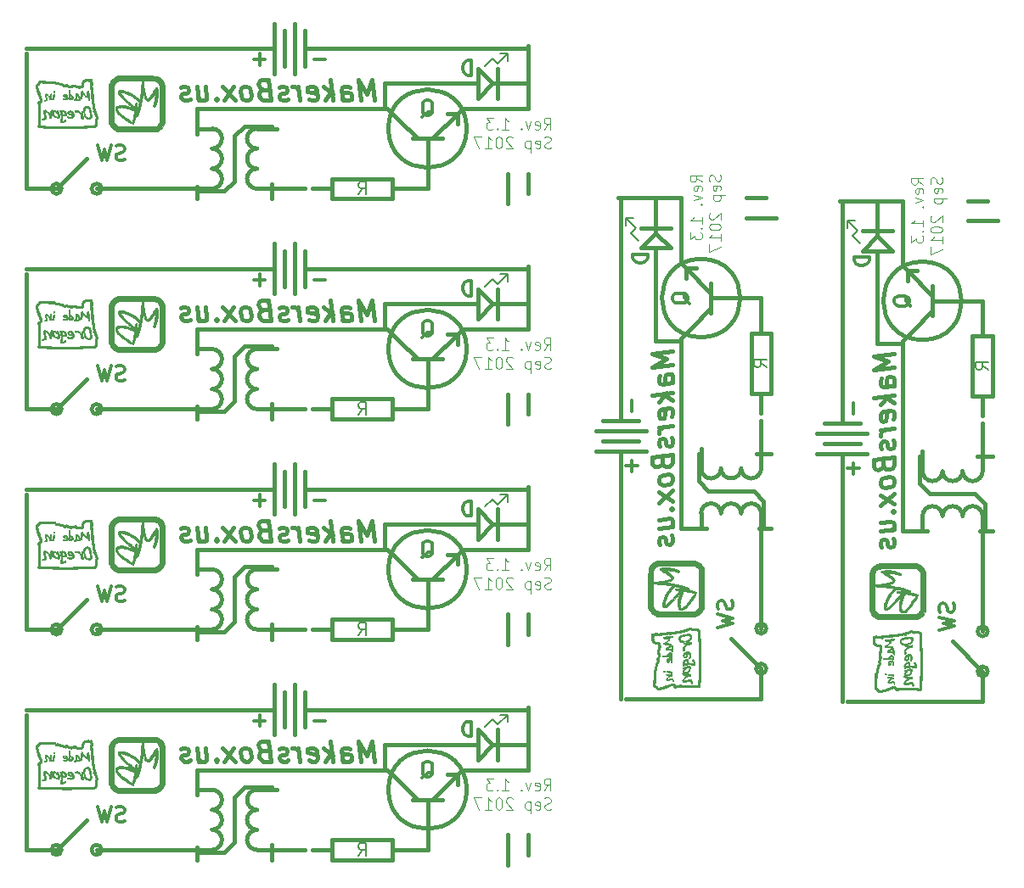
<source format=gbo>
%MOIN*%
%OFA0B0*%
%FSLAX46Y46*%
%IPPOS*%
%LPD*%
%ADD10C,0.005905511811023622*%
%ADD11C,0.015748031496062995*%
%ADD12C,0.0078740157480314977*%
%ADD13C,0.011811023622047244*%
%ADD14C,0.0039370078740157488*%
%ADD15C,0.00010000000000000002*%
%ADD26C,0.005905511811023622*%
%ADD27C,0.015748031496062995*%
%ADD28C,0.0078740157480314977*%
%ADD29C,0.011811023622047244*%
%ADD30C,0.0039370078740157488*%
%ADD31C,0.00010000000000000002*%
%ADD42C,0.005905511811023622*%
%ADD43C,0.015748031496062995*%
%ADD44C,0.0078740157480314977*%
%ADD45C,0.011811023622047244*%
%ADD46C,0.0039370078740157488*%
%ADD47C,0.00010000000000000002*%
%ADD58C,0.005905511811023622*%
%ADD59C,0.015748031496062995*%
%ADD60C,0.0078740157480314977*%
%ADD61C,0.011811023622047244*%
%ADD62C,0.0039370078740157488*%
%ADD63C,0.00010000000000000002*%
%ADD74C,0.005905511811023622*%
%ADD75C,0.015748031496062995*%
%ADD76C,0.0078740157480314977*%
%ADD77C,0.011811023622047244*%
%ADD78C,0.0039370078740157488*%
%ADD79C,0.00010000000000000002*%
%ADD90C,0.005905511811023622*%
%ADD91C,0.015748031496062995*%
%ADD92C,0.0078740157480314977*%
%ADD93C,0.011811023622047244*%
%ADD94C,0.0039370078740157488*%
%ADD95C,0.00010000000000000002*%
%LPD*%
G01*
D10*
D11*
X0001042519Y0001807873D02*
X0001160629Y0001807873D01*
X0000924409Y0002053936D02*
X0001032675Y0002053936D01*
X0000885039Y0002014565D02*
X0000924409Y0002053936D01*
X0000885039Y0001837401D02*
X0000885039Y0002014565D01*
X0000845669Y0001798031D02*
X0000885039Y0001837401D01*
X0000747243Y0001798031D02*
X0000845669Y0001798031D01*
X0001839763Y0002221259D02*
X0001475590Y0002221259D01*
X0002036613Y0001866929D02*
X0002036613Y0001788188D01*
X0001957873Y0001866929D02*
X0001957873Y0001748818D01*
X0000343700Y0001807873D02*
X0000737400Y0001807873D01*
X0000068110Y0001807873D02*
X0000186220Y0001807873D01*
X0000068110Y0002339370D02*
X0000068110Y0001807873D01*
X0001268897Y0001807873D02*
X0001190157Y0001807873D01*
X0001583858Y0001807873D02*
X0001505117Y0001807873D01*
X0000796456Y0001807873D02*
X0000737400Y0001807873D01*
X0000973621Y0001807873D02*
X0001032675Y0001807873D01*
X0000973621Y0002044093D02*
X0001052362Y0002044093D01*
X0000796456Y0002044093D02*
X0000737400Y0002044093D01*
X0002036613Y0002221259D02*
X0002036613Y0002211417D01*
X0001898818Y0002221259D02*
X0002036613Y0002221259D01*
X0002036613Y0002122834D02*
X0001869291Y0002122834D01*
X0002036613Y0002359055D02*
X0002036613Y0002122834D01*
X0001032675Y0001768503D02*
X0001032675Y0001827558D01*
X0000737400Y0001817716D02*
X0000737400Y0001768503D01*
X0000737400Y0002122834D02*
X0000766928Y0002122834D01*
X0000737400Y0002024409D02*
X0000737400Y0002122834D01*
X0002036613Y0002359055D02*
X0002036613Y0002368897D01*
X0001160629Y0002359055D02*
X0002036613Y0002359055D01*
X0001042519Y0002457480D02*
X0001042519Y0002260629D01*
X0001081889Y0002427952D02*
X0001081889Y0002290157D01*
X0001160629Y0002427952D02*
X0001160629Y0002290157D01*
X0001121259Y0002457480D02*
X0001121259Y0002260629D01*
D12*
X0001957873Y0002339370D02*
X0001957873Y0002309842D01*
X0001957873Y0002339370D02*
X0001928346Y0002339370D01*
X0001918502Y0002299999D02*
X0001957873Y0002339370D01*
X0001898818Y0002319684D02*
X0001918502Y0002299999D01*
X0001869291Y0002290157D02*
X0001898818Y0002319684D01*
D11*
X0001839763Y0002270472D02*
X0001839763Y0002162204D01*
X0001761023Y0002103149D02*
X0001780708Y0002122834D01*
X0000087795Y0002359055D02*
X0000068110Y0002359055D01*
X0000186220Y0002359055D02*
X0000087795Y0002359055D01*
X0001433642Y0002156111D02*
X0001423800Y0002234851D01*
X0001404583Y0002178608D01*
X0001371305Y0002234851D01*
X0001381149Y0002156111D01*
X0001309906Y0002156111D02*
X0001304752Y0002197356D01*
X0001307564Y0002204855D01*
X0001314594Y0002208605D01*
X0001329593Y0002208605D01*
X0001337560Y0002204855D01*
X0001309439Y0002159861D02*
X0001317407Y0002156111D01*
X0001336154Y0002156111D01*
X0001343184Y0002159861D01*
X0001345997Y0002167360D01*
X0001345059Y0002174859D01*
X0001340372Y0002182358D01*
X0001332405Y0002186107D01*
X0001313657Y0002186107D01*
X0001305689Y0002189857D01*
X0001272412Y0002156111D02*
X0001262570Y0002234851D01*
X0001261164Y0002186107D02*
X0001242416Y0002156111D01*
X0001235854Y0002208605D02*
X0001269599Y0002178608D01*
X0001178205Y0002159861D02*
X0001186173Y0002156111D01*
X0001201171Y0002156111D01*
X0001208201Y0002159861D01*
X0001211014Y0002167360D01*
X0001207264Y0002197356D01*
X0001202577Y0002204855D01*
X0001194609Y0002208605D01*
X0001179611Y0002208605D01*
X0001172581Y0002204855D01*
X0001169769Y0002197356D01*
X0001170706Y0002189857D01*
X0001209139Y0002182358D01*
X0001141179Y0002156111D02*
X0001134617Y0002208605D01*
X0001136492Y0002193606D02*
X0001131805Y0002201106D01*
X0001127586Y0002204855D01*
X0001119619Y0002208605D01*
X0001112120Y0002208605D01*
X0001095715Y0002159861D02*
X0001088685Y0002156111D01*
X0001073687Y0002156111D01*
X0001065719Y0002159861D01*
X0001061032Y0002167360D01*
X0001060564Y0002171109D01*
X0001063376Y0002178608D01*
X0001070406Y0002182358D01*
X0001081655Y0002182358D01*
X0001088685Y0002186107D01*
X0001091497Y0002193606D01*
X0001091029Y0002197356D01*
X0001086342Y0002204855D01*
X0001078374Y0002208605D01*
X0001067125Y0002208605D01*
X0001060095Y0002204855D01*
X0000997290Y0002197356D02*
X0000986510Y0002193606D01*
X0000983230Y0002189857D01*
X0000980417Y0002182358D01*
X0000981823Y0002171109D01*
X0000986510Y0002163610D01*
X0000990729Y0002159861D01*
X0000998696Y0002156111D01*
X0001028693Y0002156111D01*
X0001018850Y0002234851D01*
X0000992603Y0002234851D01*
X0000985573Y0002231102D01*
X0000982292Y0002227352D01*
X0000979480Y0002219853D01*
X0000980417Y0002212354D01*
X0000985104Y0002204855D01*
X0000989323Y0002201106D01*
X0000997290Y0002197356D01*
X0001023536Y0002197356D01*
X0000938704Y0002156111D02*
X0000945734Y0002159861D01*
X0000949015Y0002163610D01*
X0000951827Y0002171109D01*
X0000949015Y0002193606D01*
X0000944328Y0002201106D01*
X0000940110Y0002204855D01*
X0000932142Y0002208605D01*
X0000920894Y0002208605D01*
X0000913863Y0002204855D01*
X0000910582Y0002201106D01*
X0000907770Y0002193606D01*
X0000910582Y0002171109D01*
X0000915269Y0002163610D01*
X0000919487Y0002159861D01*
X0000927455Y0002156111D01*
X0000938704Y0002156111D01*
X0000886210Y0002156111D02*
X0000838404Y0002208605D01*
X0000879648Y0002208605D02*
X0000844966Y0002156111D01*
X0000814032Y0002163610D02*
X0000810751Y0002159861D01*
X0000814969Y0002156111D01*
X0000818249Y0002159861D01*
X0000814032Y0002163610D01*
X0000814969Y0002156111D01*
X0000737167Y0002208605D02*
X0000743728Y0002156111D01*
X0000770912Y0002208605D02*
X0000776068Y0002167360D01*
X0000773256Y0002159861D01*
X0000766225Y0002156111D01*
X0000754977Y0002156111D01*
X0000747009Y0002159861D01*
X0000742791Y0002163610D01*
X0000709514Y0002159861D02*
X0000702483Y0002156111D01*
X0000687484Y0002156111D01*
X0000679517Y0002159861D01*
X0000674831Y0002167360D01*
X0000674361Y0002171109D01*
X0000677174Y0002178608D01*
X0000684204Y0002182358D01*
X0000695453Y0002182358D01*
X0000702483Y0002186107D01*
X0000705296Y0002193606D01*
X0000704827Y0002197356D01*
X0000700140Y0002204855D01*
X0000692172Y0002208605D01*
X0000680924Y0002208605D01*
X0000673893Y0002204855D01*
D13*
X0000453374Y0001921765D02*
X0000444937Y0001918953D01*
X0000430877Y0001918953D01*
X0000425252Y0001921765D01*
X0000422440Y0001924578D01*
X0000419628Y0001930202D01*
X0000419628Y0001935826D01*
X0000422440Y0001941450D01*
X0000425252Y0001944263D01*
X0000430877Y0001947075D01*
X0000442125Y0001949887D01*
X0000447750Y0001952698D01*
X0000450562Y0001955511D01*
X0000453374Y0001961136D01*
X0000453374Y0001966760D01*
X0000450562Y0001972384D01*
X0000447750Y0001975196D01*
X0000442125Y0001978007D01*
X0000428065Y0001978007D01*
X0000419628Y0001975196D01*
X0000399943Y0001978007D02*
X0000385882Y0001918953D01*
X0000374634Y0001961136D01*
X0000363385Y0001918953D01*
X0000349323Y0001978007D01*
X0001815860Y0002253599D02*
X0001815860Y0002312654D01*
X0001801799Y0002312654D01*
X0001793362Y0002309842D01*
X0001787738Y0002304218D01*
X0001784926Y0002298593D01*
X0001782113Y0002287345D01*
X0001782113Y0002278908D01*
X0001784926Y0002267660D01*
X0001787738Y0002262035D01*
X0001793362Y0002256411D01*
X0001801799Y0002253599D01*
X0001815860Y0002253599D01*
D11*
X0001505117Y0001847244D02*
X0001268897Y0001847244D01*
X0001268897Y0001768503D02*
X0001505117Y0001768503D01*
D12*
X0001371165Y0001784720D02*
X0001388226Y0001809092D01*
X0001400412Y0001784720D02*
X0001400412Y0001835900D01*
X0001380914Y0001835900D01*
X0001376040Y0001833464D01*
X0001373603Y0001831027D01*
X0001371165Y0001826152D01*
X0001371165Y0001818841D01*
X0001373603Y0001813966D01*
X0001376040Y0001811528D01*
X0001380914Y0001809092D01*
X0001400412Y0001809092D01*
D13*
X0001620415Y0002090494D02*
X0001626040Y0002093306D01*
X0001631663Y0002098931D01*
X0001640101Y0002107367D01*
X0001645725Y0002110179D01*
X0001651349Y0002110179D01*
X0001648537Y0002096118D02*
X0001654161Y0002098931D01*
X0001659786Y0002104555D01*
X0001662598Y0002115804D01*
X0001662598Y0002135489D01*
X0001659786Y0002146737D01*
X0001654161Y0002152362D01*
X0001648537Y0002155174D01*
X0001637288Y0002155174D01*
X0001631663Y0002152362D01*
X0001626040Y0002146737D01*
X0001623228Y0002135489D01*
X0001623228Y0002115804D01*
X0001626040Y0002104555D01*
X0001631663Y0002098931D01*
X0001637288Y0002096118D01*
X0001648537Y0002096118D01*
D11*
X0001475590Y0002221259D02*
X0001475590Y0002122834D01*
X0001485432Y0002122834D02*
X0001426377Y0002122834D01*
X0001524802Y0002083464D02*
X0001485432Y0002122834D01*
D13*
X0001242182Y0002315466D02*
X0001197187Y0002315466D01*
X0001005961Y0002315466D02*
X0000960966Y0002315466D01*
X0000983464Y0002292969D02*
X0000983464Y0002337963D01*
D11*
X0000186220Y0002359055D02*
X0001032675Y0002359055D01*
X0001918502Y0002162204D02*
X0001918502Y0002280314D01*
X0001898818Y0002221259D02*
X0001839763Y0002280314D01*
X0001839763Y0002162204D02*
X0001898818Y0002221259D01*
X0000363385Y0001807873D02*
G75*
G03X0000363385Y0001807873I-0000019685D01*
G01*
X0000205905Y0001807873D02*
G75*
G03X0000205905Y0001807873I-0000019685D01*
G01*
X0000757086Y0002122834D02*
X0001426377Y0002122834D01*
X0001879133Y0002122834D02*
X0001780708Y0002122834D01*
X0001603543Y0002004724D02*
X0001524802Y0002083464D01*
X0001761023Y0002103149D02*
X0001761023Y0002063778D01*
X0001761023Y0002103149D02*
X0001721653Y0002103149D01*
X0001662598Y0002004724D02*
X0001761023Y0002103149D01*
X0001642912Y0001807873D02*
X0001642912Y0002004724D01*
X0001583858Y0002004724D02*
X0001701968Y0002004724D01*
X0001796658Y0002044093D02*
G75*
G03X0001796658Y0002044093I-0000153745D01*
G01*
X0001564173Y0001807873D02*
X0001642912Y0001807873D01*
X0001505117Y0001768503D02*
X0001505117Y0001847244D01*
X0001268897Y0001847244D02*
X0001268897Y0001768503D01*
X0000934251Y0001847244D02*
G75*
G03X0000973621Y0001807873I0000039370D01*
G01*
X0000973621Y0001886614D02*
G75*
G03X0000934251Y0001847244J-0000039370D01*
G01*
X0000934251Y0001925984D02*
G75*
G03X0000973621Y0001886614I0000039370D01*
G01*
X0000973621Y0001965354D02*
G75*
G03X0000934251Y0001925984J-0000039370D01*
G01*
X0000934251Y0002004724D02*
G75*
G03X0000973621Y0001965354I0000039370D01*
G01*
X0000973621Y0002044093D02*
G75*
G03X0000934251Y0002004724J-0000039370D01*
G01*
X0000835826Y0002004724D02*
G75*
G03X0000796456Y0002044093I-0000039370D01*
G01*
X0000796456Y0001965354D02*
G75*
G03X0000835826Y0002004724J0000039370D01*
G01*
X0000835826Y0001925984D02*
G75*
G03X0000796456Y0001965354I-0000039370D01*
G01*
X0000796456Y0001886614D02*
G75*
G03X0000835826Y0001925984J0000039370D01*
G01*
X0000835826Y0001847244D02*
G75*
G03X0000796456Y0001886614I-0000039370D01*
G01*
X0000796456Y0001807873D02*
G75*
G03X0000835826Y0001847244J0000039370D01*
G01*
X0000186220Y0001807873D02*
X0000304330Y0001925984D01*
D14*
X0002099981Y0002040438D02*
X0002114416Y0002062935D01*
X0002124727Y0002040438D02*
X0002124727Y0002087682D01*
X0002108230Y0002087682D01*
X0002104105Y0002085432D01*
X0002102043Y0002083183D01*
X0002099981Y0002078682D01*
X0002099981Y0002071934D01*
X0002102043Y0002067435D01*
X0002104105Y0002065185D01*
X0002108230Y0002062935D01*
X0002124727Y0002062935D01*
X0002064922Y0002042688D02*
X0002069046Y0002040438D01*
X0002077296Y0002040438D01*
X0002081420Y0002042688D01*
X0002083483Y0002047187D01*
X0002083483Y0002065185D01*
X0002081420Y0002069684D01*
X0002077296Y0002071934D01*
X0002069046Y0002071934D01*
X0002064922Y0002069684D01*
X0002062860Y0002065185D01*
X0002062860Y0002060686D01*
X0002083483Y0002056185D01*
X0002048425Y0002071934D02*
X0002038113Y0002040438D01*
X0002027801Y0002071934D01*
X0002011304Y0002044938D02*
X0002009242Y0002042688D01*
X0002011304Y0002040438D01*
X0002013366Y0002042688D01*
X0002011304Y0002044938D01*
X0002011304Y0002040438D01*
X0001935001Y0002040438D02*
X0001959748Y0002040438D01*
X0001947375Y0002040438D02*
X0001947375Y0002087682D01*
X0001951499Y0002080933D01*
X0001955624Y0002076434D01*
X0001959748Y0002074183D01*
X0001916441Y0002044938D02*
X0001914379Y0002042688D01*
X0001916441Y0002040438D01*
X0001918502Y0002042688D01*
X0001916441Y0002044938D01*
X0001916441Y0002040438D01*
X0001899943Y0002087682D02*
X0001873133Y0002087682D01*
X0001887570Y0002069684D01*
X0001881383Y0002069684D01*
X0001877258Y0002067435D01*
X0001875196Y0002065185D01*
X0001873133Y0002060686D01*
X0001873133Y0002049437D01*
X0001875196Y0002044938D01*
X0001877258Y0002042688D01*
X0001881383Y0002040438D01*
X0001893756Y0002040438D01*
X0001897881Y0002042688D01*
X0001899943Y0002044938D01*
X0002126790Y0001967885D02*
X0002120603Y0001965635D01*
X0002110292Y0001965635D01*
X0002106167Y0001967885D01*
X0002104105Y0001970133D01*
X0002102043Y0001974634D01*
X0002102043Y0001979133D01*
X0002104105Y0001983633D01*
X0002106167Y0001985882D01*
X0002110292Y0001988132D01*
X0002118541Y0001990382D01*
X0002122665Y0001992632D01*
X0002124727Y0001994881D01*
X0002126790Y0001999381D01*
X0002126790Y0002003880D01*
X0002124727Y0002008379D01*
X0002122665Y0002010629D01*
X0002118541Y0002012878D01*
X0002108230Y0002012878D01*
X0002102043Y0002010629D01*
X0002066984Y0001967885D02*
X0002071108Y0001965635D01*
X0002079358Y0001965635D01*
X0002083483Y0001967885D01*
X0002085545Y0001972384D01*
X0002085545Y0001990382D01*
X0002083483Y0001994881D01*
X0002079358Y0001997130D01*
X0002071108Y0001997130D01*
X0002066984Y0001994881D01*
X0002064922Y0001990382D01*
X0002064922Y0001985882D01*
X0002085545Y0001981383D01*
X0002046361Y0001997130D02*
X0002046361Y0001949887D01*
X0002046361Y0001994881D02*
X0002042238Y0001997130D01*
X0002033989Y0001997130D01*
X0002029864Y0001994881D01*
X0002027801Y0001992632D01*
X0002025739Y0001988132D01*
X0002025739Y0001974634D01*
X0002027801Y0001970133D01*
X0002029864Y0001967885D01*
X0002033989Y0001965635D01*
X0002042238Y0001965635D01*
X0002046361Y0001967885D01*
X0001976246Y0002008379D02*
X0001974184Y0002010629D01*
X0001970059Y0002012878D01*
X0001959748Y0002012878D01*
X0001955624Y0002010629D01*
X0001953561Y0002008379D01*
X0001951499Y0002003880D01*
X0001951499Y0001999381D01*
X0001953561Y0001992632D01*
X0001978308Y0001965635D01*
X0001951499Y0001965635D01*
X0001924690Y0002012878D02*
X0001920566Y0002012878D01*
X0001916441Y0002010629D01*
X0001914379Y0002008379D01*
X0001912316Y0002003880D01*
X0001910254Y0001994881D01*
X0001910254Y0001983633D01*
X0001912316Y0001974634D01*
X0001914379Y0001970133D01*
X0001916441Y0001967885D01*
X0001920566Y0001965635D01*
X0001924690Y0001965635D01*
X0001928814Y0001967885D01*
X0001930877Y0001970133D01*
X0001932939Y0001974634D01*
X0001935001Y0001983633D01*
X0001935001Y0001994881D01*
X0001932939Y0002003880D01*
X0001930877Y0002008379D01*
X0001928814Y0002010629D01*
X0001924690Y0002012878D01*
X0001869009Y0001965635D02*
X0001893756Y0001965635D01*
X0001881383Y0001965635D02*
X0001881383Y0002012878D01*
X0001885507Y0002006130D01*
X0001889632Y0002001630D01*
X0001893756Y0001999381D01*
X0001854574Y0002012878D02*
X0001825702Y0002012878D01*
X0001844263Y0001965635D01*
D15*
G36*
X0000103690Y0002211819D02*
X0000103690Y0002210319D01*
X0000103790Y0002209319D01*
X0000103890Y0002208419D01*
X0000104090Y0002207719D01*
X0000104490Y0002206919D01*
X0000104590Y0002206619D01*
X0000105090Y0002205519D01*
X0000105490Y0002204519D01*
X0000105890Y0002203319D01*
X0000106290Y0002201919D01*
X0000106690Y0002200119D01*
X0000107190Y0002198019D01*
X0000107390Y0002197319D01*
X0000107990Y0002194419D01*
X0000108690Y0002192019D01*
X0000109290Y0002189919D01*
X0000110090Y0002188119D01*
X0000110889Y0002186519D01*
X0000110889Y0002211319D01*
X0000110889Y0002211919D01*
X0000110990Y0002212419D01*
X0000111290Y0002212919D01*
X0000111790Y0002213519D01*
X0000112690Y0002214219D01*
X0000113090Y0002214619D01*
X0000114190Y0002215519D01*
X0000115190Y0002216519D01*
X0000115890Y0002217419D01*
X0000116189Y0002217719D01*
X0000116690Y0002218419D01*
X0000117490Y0002219419D01*
X0000118489Y0002220619D01*
X0000119490Y0002221819D01*
X0000119589Y0002221919D01*
X0000120490Y0002223019D01*
X0000121290Y0002224019D01*
X0000121790Y0002224719D01*
X0000122090Y0002225119D01*
X0000122090Y0002225219D01*
X0000122289Y0002225419D01*
X0000122989Y0002225419D01*
X0000123990Y0002225419D01*
X0000125190Y0002225219D01*
X0000126390Y0002225019D01*
X0000126790Y0002224919D01*
X0000127289Y0002224819D01*
X0000127789Y0002224619D01*
X0000128390Y0002224619D01*
X0000129090Y0002224519D01*
X0000130090Y0002224419D01*
X0000131390Y0002224319D01*
X0000132890Y0002224319D01*
X0000134790Y0002224219D01*
X0000137090Y0002224219D01*
X0000139890Y0002224119D01*
X0000143190Y0002224019D01*
X0000145290Y0002224019D01*
X0000148690Y0002223919D01*
X0000152090Y0002223919D01*
X0000155490Y0002223819D01*
X0000158790Y0002223819D01*
X0000161890Y0002223719D01*
X0000164690Y0002223719D01*
X0000167190Y0002223719D01*
X0000169089Y0002223719D01*
X0000169590Y0002223719D01*
X0000177190Y0002223719D01*
X0000179590Y0002221319D01*
X0000181990Y0002219019D01*
X0000183590Y0002219019D01*
X0000184690Y0002219019D01*
X0000186090Y0002219119D01*
X0000187190Y0002219319D01*
X0000188490Y0002219419D01*
X0000189690Y0002219319D01*
X0000190990Y0002219119D01*
X0000192590Y0002218719D01*
X0000194390Y0002218019D01*
X0000196590Y0002217119D01*
X0000197190Y0002216919D01*
X0000198890Y0002216119D01*
X0000200190Y0002215619D01*
X0000201290Y0002215319D01*
X0000202290Y0002215119D01*
X0000203390Y0002214919D01*
X0000204090Y0002214819D01*
X0000205890Y0002214619D01*
X0000207290Y0002214419D01*
X0000208390Y0002214119D01*
X0000209190Y0002213719D01*
X0000209990Y0002213219D01*
X0000210790Y0002212419D01*
X0000210890Y0002212319D01*
X0000211790Y0002211519D01*
X0000212790Y0002210819D01*
X0000213490Y0002210319D01*
X0000213490Y0002210319D01*
X0000214290Y0002210119D01*
X0000215490Y0002209919D01*
X0000216890Y0002209619D01*
X0000218390Y0002209519D01*
X0000219690Y0002209319D01*
X0000220690Y0002209319D01*
X0000221290Y0002209419D01*
X0000221790Y0002209719D01*
X0000222690Y0002210219D01*
X0000223490Y0002210919D01*
X0000224390Y0002211719D01*
X0000224990Y0002212019D01*
X0000225390Y0002212119D01*
X0000225590Y0002212019D01*
X0000225990Y0002211719D01*
X0000226790Y0002211219D01*
X0000227890Y0002210519D01*
X0000229090Y0002209719D01*
X0000229390Y0002209519D01*
X0000232790Y0002207419D01*
X0000235790Y0002207319D01*
X0000237189Y0002207219D01*
X0000238090Y0002207119D01*
X0000238590Y0002207019D01*
X0000238990Y0002206819D01*
X0000239190Y0002206519D01*
X0000239290Y0002206319D01*
X0000240090Y0002205419D01*
X0000241190Y0002204819D01*
X0000242390Y0002204519D01*
X0000242590Y0002204519D01*
X0000243690Y0002204819D01*
X0000244789Y0002205519D01*
X0000245890Y0002206719D01*
X0000246289Y0002207219D01*
X0000246790Y0002207719D01*
X0000247089Y0002208119D01*
X0000247490Y0002208419D01*
X0000247990Y0002208719D01*
X0000248790Y0002208819D01*
X0000249790Y0002209019D01*
X0000251290Y0002209219D01*
X0000253190Y0002209319D01*
X0000253790Y0002209419D01*
X0000258090Y0002209819D01*
X0000259290Y0002208719D01*
X0000260689Y0002207419D01*
X0000262090Y0002206419D01*
X0000263290Y0002205619D01*
X0000263690Y0002205419D01*
X0000264590Y0002205219D01*
X0000265890Y0002205019D01*
X0000267590Y0002204819D01*
X0000269390Y0002204619D01*
X0000271390Y0002204419D01*
X0000273290Y0002204319D01*
X0000275090Y0002204319D01*
X0000275190Y0002204319D01*
X0000277090Y0002204319D01*
X0000278790Y0002204519D01*
X0000280490Y0002204719D01*
X0000282390Y0002205119D01*
X0000284190Y0002205519D01*
X0000285490Y0002205919D01*
X0000286490Y0002206419D01*
X0000287390Y0002206919D01*
X0000288290Y0002207719D01*
X0000289290Y0002208719D01*
X0000289990Y0002209519D01*
X0000290590Y0002210319D01*
X0000290890Y0002211219D01*
X0000291190Y0002212319D01*
X0000291490Y0002213719D01*
X0000291590Y0002215419D01*
X0000291790Y0002217419D01*
X0000292090Y0002220519D01*
X0000292590Y0002223219D01*
X0000293390Y0002225419D01*
X0000294390Y0002227219D01*
X0000294490Y0002227419D01*
X0000295490Y0002228419D01*
X0000296990Y0002229519D01*
X0000297490Y0002229819D01*
X0000298590Y0002230319D01*
X0000299490Y0002230719D01*
X0000300190Y0002230819D01*
X0000301090Y0002230819D01*
X0000301190Y0002230819D01*
X0000302690Y0002230819D01*
X0000304390Y0002231119D01*
X0000305590Y0002231419D01*
X0000307090Y0002231919D01*
X0000308190Y0002232119D01*
X0000308890Y0002232219D01*
X0000309490Y0002232019D01*
X0000310090Y0002231819D01*
X0000310390Y0002231619D01*
X0000311590Y0002231019D01*
X0000313290Y0002230819D01*
X0000315190Y0002231019D01*
X0000315790Y0002231219D01*
X0000316690Y0002231419D01*
X0000317490Y0002231619D01*
X0000317790Y0002231619D01*
X0000317790Y0002231419D01*
X0000317890Y0002230619D01*
X0000317890Y0002229719D01*
X0000317890Y0002229619D01*
X0000317890Y0002228519D01*
X0000317990Y0002227719D01*
X0000318190Y0002227019D01*
X0000318690Y0002226319D01*
X0000319590Y0002225019D01*
X0000319290Y0002220319D01*
X0000319190Y0002218519D01*
X0000318990Y0002217219D01*
X0000318890Y0002216219D01*
X0000318690Y0002215519D01*
X0000318490Y0002214919D01*
X0000318190Y0002214319D01*
X0000317990Y0002214019D01*
X0000317390Y0002212819D01*
X0000317090Y0002211719D01*
X0000317090Y0002210919D01*
X0000316990Y0002209819D01*
X0000316890Y0002208919D01*
X0000316790Y0002208619D01*
X0000316690Y0002207919D01*
X0000316490Y0002206919D01*
X0000316490Y0002205619D01*
X0000316490Y0002205119D01*
X0000316490Y0002203819D01*
X0000316490Y0002203019D01*
X0000316690Y0002202419D01*
X0000316990Y0002202019D01*
X0000317390Y0002201519D01*
X0000317490Y0002201419D01*
X0000318290Y0002200819D01*
X0000319090Y0002200519D01*
X0000319190Y0002200419D01*
X0000319590Y0002200419D01*
X0000319790Y0002200219D01*
X0000319990Y0002199619D01*
X0000320090Y0002198619D01*
X0000320190Y0002197319D01*
X0000320290Y0002195819D01*
X0000320290Y0002194919D01*
X0000320390Y0002193219D01*
X0000320590Y0002191019D01*
X0000320890Y0002188219D01*
X0000321390Y0002184819D01*
X0000322090Y0002180919D01*
X0000322090Y0002180619D01*
X0000322390Y0002178919D01*
X0000322590Y0002177319D01*
X0000322790Y0002176119D01*
X0000322890Y0002175219D01*
X0000322990Y0002174919D01*
X0000322990Y0002174419D01*
X0000322890Y0002173519D01*
X0000322890Y0002172319D01*
X0000322790Y0002171119D01*
X0000322790Y0002169819D01*
X0000322690Y0002168619D01*
X0000322590Y0002167819D01*
X0000322490Y0002167519D01*
X0000322090Y0002166519D01*
X0000321990Y0002165319D01*
X0000322090Y0002164119D01*
X0000322490Y0002163119D01*
X0000323090Y0002162619D01*
X0000323390Y0002162119D01*
X0000323690Y0002161119D01*
X0000324090Y0002159519D01*
X0000324390Y0002157319D01*
X0000324790Y0002154619D01*
X0000325090Y0002151519D01*
X0000325290Y0002149119D01*
X0000325490Y0002147019D01*
X0000325690Y0002145019D01*
X0000325890Y0002143319D01*
X0000326090Y0002141919D01*
X0000326190Y0002140919D01*
X0000326290Y0002140419D01*
X0000326690Y0002139619D01*
X0000327090Y0002138519D01*
X0000327490Y0002137519D01*
X0000327790Y0002136719D01*
X0000328090Y0002136119D01*
X0000328190Y0002135419D01*
X0000328290Y0002134619D01*
X0000328290Y0002133619D01*
X0000328190Y0002132319D01*
X0000328090Y0002130519D01*
X0000328090Y0002129719D01*
X0000327990Y0002127919D01*
X0000327990Y0002126519D01*
X0000328190Y0002125419D01*
X0000328490Y0002124419D01*
X0000328990Y0002123319D01*
X0000329790Y0002122019D01*
X0000330490Y0002120519D01*
X0000330890Y0002119419D01*
X0000331090Y0002118319D01*
X0000330890Y0002117219D01*
X0000330490Y0002115719D01*
X0000330290Y0002115319D01*
X0000329790Y0002113819D01*
X0000329490Y0002112619D01*
X0000329490Y0002111819D01*
X0000329590Y0002111119D01*
X0000329890Y0002110519D01*
X0000329890Y0002110419D01*
X0000330490Y0002109819D01*
X0000331490Y0002109119D01*
X0000332690Y0002108419D01*
X0000333990Y0002107919D01*
X0000334790Y0002107619D01*
X0000335590Y0002107419D01*
X0000335590Y0002103919D01*
X0000335590Y0002100319D01*
X0000336790Y0002097819D01*
X0000338090Y0002095119D01*
X0000339090Y0002092819D01*
X0000339890Y0002090919D01*
X0000340390Y0002089519D01*
X0000340590Y0002088719D01*
X0000340690Y0002088019D01*
X0000340690Y0002087419D01*
X0000340390Y0002086819D01*
X0000339790Y0002086018D01*
X0000339790Y0002085919D01*
X0000338690Y0002084318D01*
X0000337790Y0002082819D01*
X0000337090Y0002081019D01*
X0000336790Y0002079918D01*
X0000336190Y0002077818D01*
X0000337090Y0002073919D01*
X0000337690Y0002071319D01*
X0000337990Y0002069219D01*
X0000338190Y0002067419D01*
X0000338190Y0002065818D01*
X0000337890Y0002064318D01*
X0000337490Y0002062819D01*
X0000337490Y0002062819D01*
X0000336890Y0002061119D01*
X0000336390Y0002059619D01*
X0000335790Y0002058319D01*
X0000335390Y0002057419D01*
X0000334990Y0002057019D01*
X0000334990Y0002056919D01*
X0000334590Y0002056819D01*
X0000333790Y0002056519D01*
X0000333490Y0002056318D01*
X0000332590Y0002056019D01*
X0000331190Y0002055718D01*
X0000329290Y0002055518D01*
X0000326890Y0002055419D01*
X0000323890Y0002055319D01*
X0000320390Y0002055219D01*
X0000316390Y0002055219D01*
X0000315990Y0002055219D01*
X0000313790Y0002055119D01*
X0000311190Y0002055119D01*
X0000308290Y0002055019D01*
X0000305190Y0002055019D01*
X0000302090Y0002054919D01*
X0000299190Y0002054719D01*
X0000298390Y0002054719D01*
X0000289090Y0002054419D01*
X0000280190Y0002054018D01*
X0000271390Y0002053818D01*
X0000262590Y0002053618D01*
X0000253890Y0002053418D01*
X0000245090Y0002053319D01*
X0000236190Y0002053219D01*
X0000226990Y0002053219D01*
X0000217590Y0002053219D01*
X0000207690Y0002053219D01*
X0000197390Y0002053319D01*
X0000192190Y0002053418D01*
X0000184890Y0002053519D01*
X0000178189Y0002053618D01*
X0000171990Y0002053719D01*
X0000166290Y0002053818D01*
X0000160990Y0002053919D01*
X0000156090Y0002054018D01*
X0000151490Y0002054119D01*
X0000147290Y0002054218D01*
X0000143390Y0002054419D01*
X0000139790Y0002054519D01*
X0000136290Y0002054619D01*
X0000132990Y0002054819D01*
X0000131190Y0002054919D01*
X0000128690Y0002055019D01*
X0000126390Y0002055219D01*
X0000124290Y0002055319D01*
X0000122490Y0002055419D01*
X0000121190Y0002055518D01*
X0000120290Y0002055518D01*
X0000119790Y0002055518D01*
X0000119790Y0002055518D01*
X0000119790Y0002055819D01*
X0000119890Y0002056719D01*
X0000119890Y0002058018D01*
X0000119989Y0002059918D01*
X0000120090Y0002062218D01*
X0000120190Y0002064919D01*
X0000120389Y0002068019D01*
X0000120490Y0002071419D01*
X0000120689Y0002075219D01*
X0000120890Y0002079219D01*
X0000120990Y0002083419D01*
X0000121190Y0002087918D01*
X0000121489Y0002092518D01*
X0000121489Y0002093119D01*
X0000121690Y0002098619D01*
X0000121889Y0002103619D01*
X0000122090Y0002108119D01*
X0000122289Y0002112119D01*
X0000122490Y0002115619D01*
X0000122589Y0002118719D01*
X0000122690Y0002121319D01*
X0000122790Y0002123719D01*
X0000122790Y0002125619D01*
X0000122790Y0002127319D01*
X0000122790Y0002128619D01*
X0000122790Y0002129819D01*
X0000122790Y0002130719D01*
X0000122690Y0002131419D01*
X0000122589Y0002132019D01*
X0000122490Y0002132419D01*
X0000122390Y0002132819D01*
X0000122190Y0002133119D01*
X0000121990Y0002133319D01*
X0000121790Y0002133619D01*
X0000121590Y0002133919D01*
X0000121089Y0002134519D01*
X0000120790Y0002135119D01*
X0000120689Y0002135719D01*
X0000120790Y0002136719D01*
X0000120790Y0002137119D01*
X0000120790Y0002138519D01*
X0000120689Y0002139819D01*
X0000120290Y0002141419D01*
X0000120290Y0002141519D01*
X0000119790Y0002143219D01*
X0000119490Y0002144419D01*
X0000119390Y0002145319D01*
X0000119390Y0002145819D01*
X0000119490Y0002146219D01*
X0000119790Y0002146419D01*
X0000119790Y0002146519D01*
X0000120490Y0002146719D01*
X0000121390Y0002147019D01*
X0000121790Y0002147019D01*
X0000122890Y0002147319D01*
X0000123789Y0002147719D01*
X0000124590Y0002148319D01*
X0000125290Y0002149219D01*
X0000126190Y0002150619D01*
X0000126890Y0002152019D01*
X0000128590Y0002155519D01*
X0000128289Y0002158619D01*
X0000128090Y0002159819D01*
X0000127890Y0002160919D01*
X0000127590Y0002161919D01*
X0000127289Y0002163019D01*
X0000126790Y0002164419D01*
X0000125989Y0002166119D01*
X0000125790Y0002166619D01*
X0000124990Y0002168619D01*
X0000124090Y0002170619D01*
X0000123190Y0002172719D01*
X0000122390Y0002174519D01*
X0000121990Y0002175219D01*
X0000121390Y0002176719D01*
X0000120890Y0002177819D01*
X0000120590Y0002178619D01*
X0000120490Y0002179119D01*
X0000120590Y0002179519D01*
X0000120590Y0002179919D01*
X0000120890Y0002180919D01*
X0000120890Y0002182119D01*
X0000120490Y0002183419D01*
X0000119790Y0002185019D01*
X0000118790Y0002186919D01*
X0000118690Y0002187019D01*
X0000117790Y0002188619D01*
X0000116990Y0002190019D01*
X0000116390Y0002191219D01*
X0000115990Y0002192419D01*
X0000115490Y0002193719D01*
X0000115090Y0002195319D01*
X0000114689Y0002197119D01*
X0000114289Y0002198919D01*
X0000113690Y0002201419D01*
X0000113190Y0002203419D01*
X0000112789Y0002205019D01*
X0000112389Y0002206319D01*
X0000111989Y0002207419D01*
X0000111690Y0002208319D01*
X0000111390Y0002208719D01*
X0000111090Y0002209819D01*
X0000110889Y0002211019D01*
X0000110889Y0002211319D01*
X0000110889Y0002186519D01*
X0000110990Y0002186419D01*
X0000111190Y0002185819D01*
X0000111890Y0002184719D01*
X0000112290Y0002183819D01*
X0000112490Y0002183319D01*
X0000112490Y0002182919D01*
X0000112290Y0002182519D01*
X0000112190Y0002181819D01*
X0000112090Y0002181119D01*
X0000112290Y0002180219D01*
X0000112590Y0002179119D01*
X0000113190Y0002177719D01*
X0000113990Y0002175819D01*
X0000114590Y0002174619D01*
X0000115990Y0002171419D01*
X0000117390Y0002168419D01*
X0000118489Y0002165719D01*
X0000119490Y0002163319D01*
X0000120290Y0002161319D01*
X0000120790Y0002159719D01*
X0000121089Y0002158619D01*
X0000121089Y0002158519D01*
X0000121290Y0002157419D01*
X0000121190Y0002156719D01*
X0000120990Y0002155919D01*
X0000120689Y0002155419D01*
X0000120290Y0002154619D01*
X0000119790Y0002154119D01*
X0000119189Y0002153819D01*
X0000118290Y0002153619D01*
X0000117790Y0002153519D01*
X0000117190Y0002153419D01*
X0000116490Y0002153019D01*
X0000115789Y0002152419D01*
X0000114689Y0002151419D01*
X0000114390Y0002151019D01*
X0000113390Y0002150019D01*
X0000112690Y0002149319D01*
X0000112290Y0002148819D01*
X0000112090Y0002148319D01*
X0000112090Y0002147719D01*
X0000112090Y0002147319D01*
X0000112190Y0002145219D01*
X0000112690Y0002142819D01*
X0000113290Y0002140319D01*
X0000113590Y0002139219D01*
X0000113690Y0002138319D01*
X0000113690Y0002137419D01*
X0000113590Y0002136219D01*
X0000113490Y0002136019D01*
X0000113390Y0002134719D01*
X0000113390Y0002133619D01*
X0000113690Y0002132719D01*
X0000114390Y0002131619D01*
X0000115090Y0002130719D01*
X0000115990Y0002129619D01*
X0000114289Y0002091019D01*
X0000114090Y0002086319D01*
X0000113889Y0002081719D01*
X0000113690Y0002077319D01*
X0000113490Y0002073119D01*
X0000113390Y0002069219D01*
X0000113190Y0002065618D01*
X0000113090Y0002062319D01*
X0000112990Y0002059419D01*
X0000112890Y0002056919D01*
X0000112789Y0002054819D01*
X0000112789Y0002053219D01*
X0000112789Y0002052118D01*
X0000112789Y0002051518D01*
X0000112789Y0002051518D01*
X0000113190Y0002050519D01*
X0000113990Y0002049618D01*
X0000114890Y0002049019D01*
X0000115090Y0002048919D01*
X0000115590Y0002048819D01*
X0000116690Y0002048719D01*
X0000118190Y0002048619D01*
X0000120090Y0002048419D01*
X0000122390Y0002048318D01*
X0000124889Y0002048118D01*
X0000127789Y0002048019D01*
X0000130789Y0002047819D01*
X0000133990Y0002047718D01*
X0000137190Y0002047518D01*
X0000140490Y0002047419D01*
X0000143690Y0002047319D01*
X0000146890Y0002047219D01*
X0000149890Y0002047119D01*
X0000152690Y0002047019D01*
X0000154390Y0002046919D01*
X0000156790Y0002046919D01*
X0000159690Y0002046819D01*
X0000162989Y0002046819D01*
X0000166590Y0002046719D01*
X0000170589Y0002046619D01*
X0000174790Y0002046619D01*
X0000179090Y0002046519D01*
X0000183590Y0002046519D01*
X0000187990Y0002046419D01*
X0000192290Y0002046319D01*
X0000193990Y0002046319D01*
X0000197990Y0002046319D01*
X0000201990Y0002046218D01*
X0000205890Y0002046218D01*
X0000209690Y0002046119D01*
X0000213190Y0002046119D01*
X0000216490Y0002046119D01*
X0000219390Y0002046018D01*
X0000221890Y0002046018D01*
X0000223990Y0002046018D01*
X0000225590Y0002046018D01*
X0000226490Y0002046018D01*
X0000227890Y0002046018D01*
X0000229890Y0002046018D01*
X0000232290Y0002046018D01*
X0000235090Y0002046018D01*
X0000238090Y0002046018D01*
X0000241290Y0002046119D01*
X0000244590Y0002046119D01*
X0000247890Y0002046218D01*
X0000249289Y0002046218D01*
X0000255390Y0002046319D01*
X0000261290Y0002046519D01*
X0000267090Y0002046619D01*
X0000272590Y0002046819D01*
X0000277790Y0002046919D01*
X0000282690Y0002047119D01*
X0000287190Y0002047219D01*
X0000291190Y0002047319D01*
X0000294590Y0002047518D01*
X0000295290Y0002047518D01*
X0000297490Y0002047619D01*
X0000300090Y0002047718D01*
X0000302890Y0002047718D01*
X0000305690Y0002047819D01*
X0000308390Y0002047819D01*
X0000309390Y0002047819D01*
X0000311990Y0002047819D01*
X0000314890Y0002047918D01*
X0000318090Y0002047918D01*
X0000321190Y0002048118D01*
X0000324190Y0002048219D01*
X0000325690Y0002048219D01*
X0000334190Y0002048719D01*
X0000336990Y0002050018D01*
X0000338290Y0002050719D01*
X0000339290Y0002051219D01*
X0000339990Y0002051718D01*
X0000340190Y0002051918D01*
X0000340790Y0002052719D01*
X0000341390Y0002053919D01*
X0000342190Y0002055518D01*
X0000342890Y0002057219D01*
X0000343590Y0002058919D01*
X0000344190Y0002060419D01*
X0000344690Y0002062018D01*
X0000344990Y0002063319D01*
X0000345190Y0002064318D01*
X0000345290Y0002065519D01*
X0000345290Y0002066319D01*
X0000345090Y0002069219D01*
X0000344590Y0002072518D01*
X0000343990Y0002075419D01*
X0000343690Y0002076819D01*
X0000343690Y0002077919D01*
X0000343990Y0002079119D01*
X0000344590Y0002080419D01*
X0000345490Y0002081919D01*
X0000346090Y0002082619D01*
X0000346990Y0002084019D01*
X0000347590Y0002085019D01*
X0000347890Y0002086018D01*
X0000347990Y0002087019D01*
X0000347890Y0002088318D01*
X0000347590Y0002089818D01*
X0000347290Y0002091019D01*
X0000346790Y0002092619D01*
X0000346090Y0002094418D01*
X0000345290Y0002096518D01*
X0000344290Y0002098519D01*
X0000343490Y0002100219D01*
X0000343190Y0002100919D01*
X0000342890Y0002101519D01*
X0000342790Y0002102219D01*
X0000342690Y0002103019D01*
X0000342690Y0002104219D01*
X0000342690Y0002105819D01*
X0000342690Y0002106019D01*
X0000342590Y0002107919D01*
X0000342490Y0002109519D01*
X0000342290Y0002110619D01*
X0000341790Y0002111519D01*
X0000341090Y0002112319D01*
X0000339990Y0002113019D01*
X0000338490Y0002113819D01*
X0000337690Y0002114219D01*
X0000337690Y0002114519D01*
X0000337790Y0002115219D01*
X0000337990Y0002116219D01*
X0000338090Y0002116519D01*
X0000338290Y0002118319D01*
X0000338290Y0002119519D01*
X0000338290Y0002119819D01*
X0000337790Y0002121519D01*
X0000336990Y0002123319D01*
X0000336090Y0002125119D01*
X0000335790Y0002125619D01*
X0000335490Y0002126119D01*
X0000335290Y0002126619D01*
X0000335090Y0002127219D01*
X0000335090Y0002127919D01*
X0000335090Y0002128819D01*
X0000335090Y0002130019D01*
X0000335290Y0002131719D01*
X0000335490Y0002133819D01*
X0000335490Y0002133919D01*
X0000335490Y0002134919D01*
X0000335490Y0002135919D01*
X0000335190Y0002137019D01*
X0000334890Y0002138119D01*
X0000334390Y0002139419D01*
X0000333990Y0002140619D01*
X0000333590Y0002141519D01*
X0000333490Y0002141719D01*
X0000333290Y0002142219D01*
X0000333090Y0002143019D01*
X0000332990Y0002144119D01*
X0000332790Y0002145619D01*
X0000332590Y0002147619D01*
X0000332390Y0002150019D01*
X0000332090Y0002152719D01*
X0000331790Y0002155319D01*
X0000331490Y0002157819D01*
X0000331090Y0002160219D01*
X0000330790Y0002162319D01*
X0000330490Y0002164019D01*
X0000330090Y0002165219D01*
X0000329990Y0002165619D01*
X0000329990Y0002166319D01*
X0000330090Y0002167019D01*
X0000330190Y0002168019D01*
X0000329990Y0002169419D01*
X0000329990Y0002169419D01*
X0000329790Y0002170719D01*
X0000329890Y0002172119D01*
X0000329990Y0002172819D01*
X0000330090Y0002173719D01*
X0000330190Y0002174519D01*
X0000330090Y0002175419D01*
X0000329990Y0002176519D01*
X0000329690Y0002178119D01*
X0000329590Y0002178719D01*
X0000328890Y0002182419D01*
X0000328390Y0002185819D01*
X0000327990Y0002189019D01*
X0000327690Y0002192219D01*
X0000327390Y0002195719D01*
X0000327190Y0002198719D01*
X0000327090Y0002201319D01*
X0000326890Y0002203319D01*
X0000326790Y0002204919D01*
X0000326590Y0002206119D01*
X0000326490Y0002207019D01*
X0000326190Y0002207719D01*
X0000325890Y0002208219D01*
X0000325490Y0002208519D01*
X0000325190Y0002208819D01*
X0000324690Y0002209219D01*
X0000324490Y0002209719D01*
X0000324590Y0002210419D01*
X0000324890Y0002211419D01*
X0000325290Y0002212419D01*
X0000325290Y0002212419D01*
X0000325590Y0002212919D01*
X0000325690Y0002213319D01*
X0000325890Y0002213819D01*
X0000325990Y0002214519D01*
X0000326090Y0002215419D01*
X0000326190Y0002216619D01*
X0000326290Y0002218319D01*
X0000326490Y0002220419D01*
X0000326490Y0002221519D01*
X0000326890Y0002227519D01*
X0000325890Y0002228719D01*
X0000324890Y0002229919D01*
X0000325190Y0002232919D01*
X0000325290Y0002234819D01*
X0000325290Y0002236219D01*
X0000325190Y0002237219D01*
X0000324790Y0002238019D01*
X0000324290Y0002238619D01*
X0000324190Y0002238719D01*
X0000323590Y0002239219D01*
X0000322890Y0002239419D01*
X0000321990Y0002239519D01*
X0000320890Y0002239519D01*
X0000319390Y0002239219D01*
X0000317390Y0002238819D01*
X0000317190Y0002238719D01*
X0000313590Y0002237919D01*
X0000312190Y0002238719D01*
X0000311190Y0002239219D01*
X0000310290Y0002239519D01*
X0000309190Y0002239519D01*
X0000307990Y0002239319D01*
X0000306290Y0002239019D01*
X0000305090Y0002238719D01*
X0000303690Y0002238319D01*
X0000302590Y0002238019D01*
X0000301890Y0002237919D01*
X0000301190Y0002238019D01*
X0000300690Y0002238119D01*
X0000299890Y0002238219D01*
X0000299190Y0002238219D01*
X0000298390Y0002238119D01*
X0000297390Y0002237719D01*
X0000296190Y0002237119D01*
X0000294890Y0002236419D01*
X0000293290Y0002235519D01*
X0000292090Y0002234819D01*
X0000291190Y0002234119D01*
X0000290490Y0002233519D01*
X0000289790Y0002232819D01*
X0000289090Y0002231919D01*
X0000288290Y0002231019D01*
X0000287690Y0002230119D01*
X0000287290Y0002229319D01*
X0000286890Y0002228319D01*
X0000286390Y0002227019D01*
X0000285890Y0002225319D01*
X0000285790Y0002224919D01*
X0000285290Y0002223019D01*
X0000284990Y0002221419D01*
X0000284790Y0002219919D01*
X0000284590Y0002218219D01*
X0000284590Y0002217619D01*
X0000284490Y0002215819D01*
X0000284390Y0002214519D01*
X0000284090Y0002213619D01*
X0000283590Y0002213019D01*
X0000282790Y0002212519D01*
X0000281590Y0002212219D01*
X0000280490Y0002211919D01*
X0000278090Y0002211519D01*
X0000275290Y0002211319D01*
X0000272190Y0002211419D01*
X0000269290Y0002211719D01*
X0000266190Y0002212019D01*
X0000263590Y0002214319D01*
X0000262590Y0002215319D01*
X0000261590Y0002216019D01*
X0000260790Y0002216619D01*
X0000260390Y0002216819D01*
X0000259790Y0002216819D01*
X0000258790Y0002216819D01*
X0000257290Y0002216819D01*
X0000255589Y0002216619D01*
X0000253589Y0002216519D01*
X0000251589Y0002216319D01*
X0000249590Y0002216119D01*
X0000247890Y0002215919D01*
X0000246190Y0002215619D01*
X0000244990Y0002215419D01*
X0000244190Y0002215019D01*
X0000243690Y0002214819D01*
X0000243289Y0002214519D01*
X0000242890Y0002214319D01*
X0000242290Y0002214219D01*
X0000241490Y0002214219D01*
X0000240390Y0002214219D01*
X0000238890Y0002214219D01*
X0000234890Y0002214319D01*
X0000230790Y0002217019D01*
X0000229290Y0002218019D01*
X0000227990Y0002218819D01*
X0000226890Y0002219519D01*
X0000226090Y0002219919D01*
X0000225790Y0002220119D01*
X0000224690Y0002220419D01*
X0000223690Y0002220219D01*
X0000222490Y0002219619D01*
X0000221090Y0002218419D01*
X0000220990Y0002218319D01*
X0000220090Y0002217519D01*
X0000219390Y0002217019D01*
X0000218790Y0002216719D01*
X0000218190Y0002216619D01*
X0000217990Y0002216619D01*
X0000217290Y0002216719D01*
X0000216790Y0002216819D01*
X0000216090Y0002217319D01*
X0000215290Y0002218019D01*
X0000214890Y0002218419D01*
X0000213690Y0002219419D01*
X0000212390Y0002220219D01*
X0000210890Y0002220819D01*
X0000209190Y0002221219D01*
X0000206990Y0002221619D01*
X0000205890Y0002221719D01*
X0000204390Y0002221919D01*
X0000203190Y0002222219D01*
X0000201990Y0002222619D01*
X0000200590Y0002223119D01*
X0000199390Y0002223619D01*
X0000197690Y0002224319D01*
X0000195790Y0002225019D01*
X0000193990Y0002225619D01*
X0000192890Y0002225919D01*
X0000191390Y0002226219D01*
X0000190290Y0002226519D01*
X0000189390Y0002226519D01*
X0000188490Y0002226519D01*
X0000187290Y0002226419D01*
X0000184890Y0002226119D01*
X0000182590Y0002228219D01*
X0000181190Y0002229519D01*
X0000180090Y0002230319D01*
X0000179390Y0002230519D01*
X0000178890Y0002230619D01*
X0000177790Y0002230619D01*
X0000176390Y0002230719D01*
X0000174590Y0002230719D01*
X0000172590Y0002230719D01*
X0000170390Y0002230719D01*
X0000170290Y0002230719D01*
X0000166990Y0002230719D01*
X0000163490Y0002230819D01*
X0000159890Y0002230819D01*
X0000156290Y0002230819D01*
X0000152690Y0002230919D01*
X0000149190Y0002231019D01*
X0000145890Y0002231019D01*
X0000142690Y0002231119D01*
X0000139690Y0002231219D01*
X0000136990Y0002231319D01*
X0000134690Y0002231419D01*
X0000132690Y0002231519D01*
X0000131190Y0002231619D01*
X0000130190Y0002231719D01*
X0000129690Y0002231819D01*
X0000128990Y0002231919D01*
X0000127690Y0002232119D01*
X0000126190Y0002232319D01*
X0000124590Y0002232419D01*
X0000123789Y0002232519D01*
X0000121990Y0002232619D01*
X0000120689Y0002232719D01*
X0000119790Y0002232719D01*
X0000119090Y0002232719D01*
X0000118590Y0002232619D01*
X0000118190Y0002232419D01*
X0000118089Y0002232319D01*
X0000117090Y0002231519D01*
X0000116189Y0002230219D01*
X0000115789Y0002228819D01*
X0000115490Y0002228219D01*
X0000114890Y0002227319D01*
X0000114090Y0002226419D01*
X0000113889Y0002226119D01*
X0000112890Y0002224919D01*
X0000111989Y0002223819D01*
X0000111190Y0002222919D01*
X0000111090Y0002222719D01*
X0000110489Y0002222019D01*
X0000109490Y0002221019D01*
X0000108390Y0002219919D01*
X0000107290Y0002218819D01*
X0000106190Y0002217819D01*
X0000105189Y0002216919D01*
X0000104490Y0002216219D01*
X0000104090Y0002215719D01*
X0000104090Y0002215719D01*
X0000103890Y0002215019D01*
X0000103690Y0002213819D01*
X0000103690Y0002212219D01*
X0000103690Y0002211819D01*
X0000103690Y0002211819D01*
X0000103690Y0002211819D01*
G37*
X0000103690Y0002211819D02*
X0000103690Y0002210319D01*
X0000103790Y0002209319D01*
X0000103890Y0002208419D01*
X0000104090Y0002207719D01*
X0000104490Y0002206919D01*
X0000104590Y0002206619D01*
X0000105090Y0002205519D01*
X0000105490Y0002204519D01*
X0000105890Y0002203319D01*
X0000106290Y0002201919D01*
X0000106690Y0002200119D01*
X0000107190Y0002198019D01*
X0000107390Y0002197319D01*
X0000107990Y0002194419D01*
X0000108690Y0002192019D01*
X0000109290Y0002189919D01*
X0000110090Y0002188119D01*
X0000110889Y0002186519D01*
X0000110889Y0002211319D01*
X0000110889Y0002211919D01*
X0000110990Y0002212419D01*
X0000111290Y0002212919D01*
X0000111790Y0002213519D01*
X0000112690Y0002214219D01*
X0000113090Y0002214619D01*
X0000114190Y0002215519D01*
X0000115190Y0002216519D01*
X0000115890Y0002217419D01*
X0000116189Y0002217719D01*
X0000116690Y0002218419D01*
X0000117490Y0002219419D01*
X0000118489Y0002220619D01*
X0000119490Y0002221819D01*
X0000119589Y0002221919D01*
X0000120490Y0002223019D01*
X0000121290Y0002224019D01*
X0000121790Y0002224719D01*
X0000122090Y0002225119D01*
X0000122090Y0002225219D01*
X0000122289Y0002225419D01*
X0000122989Y0002225419D01*
X0000123990Y0002225419D01*
X0000125190Y0002225219D01*
X0000126390Y0002225019D01*
X0000126790Y0002224919D01*
X0000127289Y0002224819D01*
X0000127789Y0002224619D01*
X0000128390Y0002224619D01*
X0000129090Y0002224519D01*
X0000130090Y0002224419D01*
X0000131390Y0002224319D01*
X0000132890Y0002224319D01*
X0000134790Y0002224219D01*
X0000137090Y0002224219D01*
X0000139890Y0002224119D01*
X0000143190Y0002224019D01*
X0000145290Y0002224019D01*
X0000148690Y0002223919D01*
X0000152090Y0002223919D01*
X0000155490Y0002223819D01*
X0000158790Y0002223819D01*
X0000161890Y0002223719D01*
X0000164690Y0002223719D01*
X0000167190Y0002223719D01*
X0000169089Y0002223719D01*
X0000169590Y0002223719D01*
X0000177190Y0002223719D01*
X0000179590Y0002221319D01*
X0000181990Y0002219019D01*
X0000183590Y0002219019D01*
X0000184690Y0002219019D01*
X0000186090Y0002219119D01*
X0000187190Y0002219319D01*
X0000188490Y0002219419D01*
X0000189690Y0002219319D01*
X0000190990Y0002219119D01*
X0000192590Y0002218719D01*
X0000194390Y0002218019D01*
X0000196590Y0002217119D01*
X0000197190Y0002216919D01*
X0000198890Y0002216119D01*
X0000200190Y0002215619D01*
X0000201290Y0002215319D01*
X0000202290Y0002215119D01*
X0000203390Y0002214919D01*
X0000204090Y0002214819D01*
X0000205890Y0002214619D01*
X0000207290Y0002214419D01*
X0000208390Y0002214119D01*
X0000209190Y0002213719D01*
X0000209990Y0002213219D01*
X0000210790Y0002212419D01*
X0000210890Y0002212319D01*
X0000211790Y0002211519D01*
X0000212790Y0002210819D01*
X0000213490Y0002210319D01*
X0000213490Y0002210319D01*
X0000214290Y0002210119D01*
X0000215490Y0002209919D01*
X0000216890Y0002209619D01*
X0000218390Y0002209519D01*
X0000219690Y0002209319D01*
X0000220690Y0002209319D01*
X0000221290Y0002209419D01*
X0000221790Y0002209719D01*
X0000222690Y0002210219D01*
X0000223490Y0002210919D01*
X0000224390Y0002211719D01*
X0000224990Y0002212019D01*
X0000225390Y0002212119D01*
X0000225590Y0002212019D01*
X0000225990Y0002211719D01*
X0000226790Y0002211219D01*
X0000227890Y0002210519D01*
X0000229090Y0002209719D01*
X0000229390Y0002209519D01*
X0000232790Y0002207419D01*
X0000235790Y0002207319D01*
X0000237189Y0002207219D01*
X0000238090Y0002207119D01*
X0000238590Y0002207019D01*
X0000238990Y0002206819D01*
X0000239190Y0002206519D01*
X0000239290Y0002206319D01*
X0000240090Y0002205419D01*
X0000241190Y0002204819D01*
X0000242390Y0002204519D01*
X0000242590Y0002204519D01*
X0000243690Y0002204819D01*
X0000244789Y0002205519D01*
X0000245890Y0002206719D01*
X0000246289Y0002207219D01*
X0000246790Y0002207719D01*
X0000247089Y0002208119D01*
X0000247490Y0002208419D01*
X0000247990Y0002208719D01*
X0000248790Y0002208819D01*
X0000249790Y0002209019D01*
X0000251290Y0002209219D01*
X0000253190Y0002209319D01*
X0000253790Y0002209419D01*
X0000258090Y0002209819D01*
X0000259290Y0002208719D01*
X0000260689Y0002207419D01*
X0000262090Y0002206419D01*
X0000263290Y0002205619D01*
X0000263690Y0002205419D01*
X0000264590Y0002205219D01*
X0000265890Y0002205019D01*
X0000267590Y0002204819D01*
X0000269390Y0002204619D01*
X0000271390Y0002204419D01*
X0000273290Y0002204319D01*
X0000275090Y0002204319D01*
X0000275190Y0002204319D01*
X0000277090Y0002204319D01*
X0000278790Y0002204519D01*
X0000280490Y0002204719D01*
X0000282390Y0002205119D01*
X0000284190Y0002205519D01*
X0000285490Y0002205919D01*
X0000286490Y0002206419D01*
X0000287390Y0002206919D01*
X0000288290Y0002207719D01*
X0000289290Y0002208719D01*
X0000289990Y0002209519D01*
X0000290590Y0002210319D01*
X0000290890Y0002211219D01*
X0000291190Y0002212319D01*
X0000291490Y0002213719D01*
X0000291590Y0002215419D01*
X0000291790Y0002217419D01*
X0000292090Y0002220519D01*
X0000292590Y0002223219D01*
X0000293390Y0002225419D01*
X0000294390Y0002227219D01*
X0000294490Y0002227419D01*
X0000295490Y0002228419D01*
X0000296990Y0002229519D01*
X0000297490Y0002229819D01*
X0000298590Y0002230319D01*
X0000299490Y0002230719D01*
X0000300190Y0002230819D01*
X0000301090Y0002230819D01*
X0000301190Y0002230819D01*
X0000302690Y0002230819D01*
X0000304390Y0002231119D01*
X0000305590Y0002231419D01*
X0000307090Y0002231919D01*
X0000308190Y0002232119D01*
X0000308890Y0002232219D01*
X0000309490Y0002232019D01*
X0000310090Y0002231819D01*
X0000310390Y0002231619D01*
X0000311590Y0002231019D01*
X0000313290Y0002230819D01*
X0000315190Y0002231019D01*
X0000315790Y0002231219D01*
X0000316690Y0002231419D01*
X0000317490Y0002231619D01*
X0000317790Y0002231619D01*
X0000317790Y0002231419D01*
X0000317890Y0002230619D01*
X0000317890Y0002229719D01*
X0000317890Y0002229619D01*
X0000317890Y0002228519D01*
X0000317990Y0002227719D01*
X0000318190Y0002227019D01*
X0000318690Y0002226319D01*
X0000319590Y0002225019D01*
X0000319290Y0002220319D01*
X0000319190Y0002218519D01*
X0000318990Y0002217219D01*
X0000318890Y0002216219D01*
X0000318690Y0002215519D01*
X0000318490Y0002214919D01*
X0000318190Y0002214319D01*
X0000317990Y0002214019D01*
X0000317390Y0002212819D01*
X0000317090Y0002211719D01*
X0000317090Y0002210919D01*
X0000316990Y0002209819D01*
X0000316890Y0002208919D01*
X0000316790Y0002208619D01*
X0000316690Y0002207919D01*
X0000316490Y0002206919D01*
X0000316490Y0002205619D01*
X0000316490Y0002205119D01*
X0000316490Y0002203819D01*
X0000316490Y0002203019D01*
X0000316690Y0002202419D01*
X0000316990Y0002202019D01*
X0000317390Y0002201519D01*
X0000317490Y0002201419D01*
X0000318290Y0002200819D01*
X0000319090Y0002200519D01*
X0000319190Y0002200419D01*
X0000319590Y0002200419D01*
X0000319790Y0002200219D01*
X0000319990Y0002199619D01*
X0000320090Y0002198619D01*
X0000320190Y0002197319D01*
X0000320290Y0002195819D01*
X0000320290Y0002194919D01*
X0000320390Y0002193219D01*
X0000320590Y0002191019D01*
X0000320890Y0002188219D01*
X0000321390Y0002184819D01*
X0000322090Y0002180919D01*
X0000322090Y0002180619D01*
X0000322390Y0002178919D01*
X0000322590Y0002177319D01*
X0000322790Y0002176119D01*
X0000322890Y0002175219D01*
X0000322990Y0002174919D01*
X0000322990Y0002174419D01*
X0000322890Y0002173519D01*
X0000322890Y0002172319D01*
X0000322790Y0002171119D01*
X0000322790Y0002169819D01*
X0000322690Y0002168619D01*
X0000322590Y0002167819D01*
X0000322490Y0002167519D01*
X0000322090Y0002166519D01*
X0000321990Y0002165319D01*
X0000322090Y0002164119D01*
X0000322490Y0002163119D01*
X0000323090Y0002162619D01*
X0000323390Y0002162119D01*
X0000323690Y0002161119D01*
X0000324090Y0002159519D01*
X0000324390Y0002157319D01*
X0000324790Y0002154619D01*
X0000325090Y0002151519D01*
X0000325290Y0002149119D01*
X0000325490Y0002147019D01*
X0000325690Y0002145019D01*
X0000325890Y0002143319D01*
X0000326090Y0002141919D01*
X0000326190Y0002140919D01*
X0000326290Y0002140419D01*
X0000326690Y0002139619D01*
X0000327090Y0002138519D01*
X0000327490Y0002137519D01*
X0000327790Y0002136719D01*
X0000328090Y0002136119D01*
X0000328190Y0002135419D01*
X0000328290Y0002134619D01*
X0000328290Y0002133619D01*
X0000328190Y0002132319D01*
X0000328090Y0002130519D01*
X0000328090Y0002129719D01*
X0000327990Y0002127919D01*
X0000327990Y0002126519D01*
X0000328190Y0002125419D01*
X0000328490Y0002124419D01*
X0000328990Y0002123319D01*
X0000329790Y0002122019D01*
X0000330490Y0002120519D01*
X0000330890Y0002119419D01*
X0000331090Y0002118319D01*
X0000330890Y0002117219D01*
X0000330490Y0002115719D01*
X0000330290Y0002115319D01*
X0000329790Y0002113819D01*
X0000329490Y0002112619D01*
X0000329490Y0002111819D01*
X0000329590Y0002111119D01*
X0000329890Y0002110519D01*
X0000329890Y0002110419D01*
X0000330490Y0002109819D01*
X0000331490Y0002109119D01*
X0000332690Y0002108419D01*
X0000333990Y0002107919D01*
X0000334790Y0002107619D01*
X0000335590Y0002107419D01*
X0000335590Y0002103919D01*
X0000335590Y0002100319D01*
X0000336790Y0002097819D01*
X0000338090Y0002095119D01*
X0000339090Y0002092819D01*
X0000339890Y0002090919D01*
X0000340390Y0002089519D01*
X0000340590Y0002088719D01*
X0000340690Y0002088019D01*
X0000340690Y0002087419D01*
X0000340390Y0002086819D01*
X0000339790Y0002086018D01*
X0000339790Y0002085919D01*
X0000338690Y0002084318D01*
X0000337790Y0002082819D01*
X0000337090Y0002081019D01*
X0000336790Y0002079918D01*
X0000336190Y0002077818D01*
X0000337090Y0002073919D01*
X0000337690Y0002071319D01*
X0000337990Y0002069219D01*
X0000338190Y0002067419D01*
X0000338190Y0002065818D01*
X0000337890Y0002064318D01*
X0000337490Y0002062819D01*
X0000337490Y0002062819D01*
X0000336890Y0002061119D01*
X0000336390Y0002059619D01*
X0000335790Y0002058319D01*
X0000335390Y0002057419D01*
X0000334990Y0002057019D01*
X0000334990Y0002056919D01*
X0000334590Y0002056819D01*
X0000333790Y0002056519D01*
X0000333490Y0002056318D01*
X0000332590Y0002056019D01*
X0000331190Y0002055718D01*
X0000329290Y0002055518D01*
X0000326890Y0002055419D01*
X0000323890Y0002055319D01*
X0000320390Y0002055219D01*
X0000316390Y0002055219D01*
X0000315990Y0002055219D01*
X0000313790Y0002055119D01*
X0000311190Y0002055119D01*
X0000308290Y0002055019D01*
X0000305190Y0002055019D01*
X0000302090Y0002054919D01*
X0000299190Y0002054719D01*
X0000298390Y0002054719D01*
X0000289090Y0002054419D01*
X0000280190Y0002054018D01*
X0000271390Y0002053818D01*
X0000262590Y0002053618D01*
X0000253890Y0002053418D01*
X0000245090Y0002053319D01*
X0000236190Y0002053219D01*
X0000226990Y0002053219D01*
X0000217590Y0002053219D01*
X0000207690Y0002053219D01*
X0000197390Y0002053319D01*
X0000192190Y0002053418D01*
X0000184890Y0002053519D01*
X0000178189Y0002053618D01*
X0000171990Y0002053719D01*
X0000166290Y0002053818D01*
X0000160990Y0002053919D01*
X0000156090Y0002054018D01*
X0000151490Y0002054119D01*
X0000147290Y0002054218D01*
X0000143390Y0002054419D01*
X0000139790Y0002054519D01*
X0000136290Y0002054619D01*
X0000132990Y0002054819D01*
X0000131190Y0002054919D01*
X0000128690Y0002055019D01*
X0000126390Y0002055219D01*
X0000124290Y0002055319D01*
X0000122490Y0002055419D01*
X0000121190Y0002055518D01*
X0000120290Y0002055518D01*
X0000119790Y0002055518D01*
X0000119790Y0002055518D01*
X0000119790Y0002055819D01*
X0000119890Y0002056719D01*
X0000119890Y0002058018D01*
X0000119989Y0002059918D01*
X0000120090Y0002062218D01*
X0000120190Y0002064919D01*
X0000120389Y0002068019D01*
X0000120490Y0002071419D01*
X0000120689Y0002075219D01*
X0000120890Y0002079219D01*
X0000120990Y0002083419D01*
X0000121190Y0002087918D01*
X0000121489Y0002092518D01*
X0000121489Y0002093119D01*
X0000121690Y0002098619D01*
X0000121889Y0002103619D01*
X0000122090Y0002108119D01*
X0000122289Y0002112119D01*
X0000122490Y0002115619D01*
X0000122589Y0002118719D01*
X0000122690Y0002121319D01*
X0000122790Y0002123719D01*
X0000122790Y0002125619D01*
X0000122790Y0002127319D01*
X0000122790Y0002128619D01*
X0000122790Y0002129819D01*
X0000122790Y0002130719D01*
X0000122690Y0002131419D01*
X0000122589Y0002132019D01*
X0000122490Y0002132419D01*
X0000122390Y0002132819D01*
X0000122190Y0002133119D01*
X0000121990Y0002133319D01*
X0000121790Y0002133619D01*
X0000121590Y0002133919D01*
X0000121089Y0002134519D01*
X0000120790Y0002135119D01*
X0000120689Y0002135719D01*
X0000120790Y0002136719D01*
X0000120790Y0002137119D01*
X0000120790Y0002138519D01*
X0000120689Y0002139819D01*
X0000120290Y0002141419D01*
X0000120290Y0002141519D01*
X0000119790Y0002143219D01*
X0000119490Y0002144419D01*
X0000119390Y0002145319D01*
X0000119390Y0002145819D01*
X0000119490Y0002146219D01*
X0000119790Y0002146419D01*
X0000119790Y0002146519D01*
X0000120490Y0002146719D01*
X0000121390Y0002147019D01*
X0000121790Y0002147019D01*
X0000122890Y0002147319D01*
X0000123789Y0002147719D01*
X0000124590Y0002148319D01*
X0000125290Y0002149219D01*
X0000126190Y0002150619D01*
X0000126890Y0002152019D01*
X0000128590Y0002155519D01*
X0000128289Y0002158619D01*
X0000128090Y0002159819D01*
X0000127890Y0002160919D01*
X0000127590Y0002161919D01*
X0000127289Y0002163019D01*
X0000126790Y0002164419D01*
X0000125989Y0002166119D01*
X0000125790Y0002166619D01*
X0000124990Y0002168619D01*
X0000124090Y0002170619D01*
X0000123190Y0002172719D01*
X0000122390Y0002174519D01*
X0000121990Y0002175219D01*
X0000121390Y0002176719D01*
X0000120890Y0002177819D01*
X0000120590Y0002178619D01*
X0000120490Y0002179119D01*
X0000120590Y0002179519D01*
X0000120590Y0002179919D01*
X0000120890Y0002180919D01*
X0000120890Y0002182119D01*
X0000120490Y0002183419D01*
X0000119790Y0002185019D01*
X0000118790Y0002186919D01*
X0000118690Y0002187019D01*
X0000117790Y0002188619D01*
X0000116990Y0002190019D01*
X0000116390Y0002191219D01*
X0000115990Y0002192419D01*
X0000115490Y0002193719D01*
X0000115090Y0002195319D01*
X0000114689Y0002197119D01*
X0000114289Y0002198919D01*
X0000113690Y0002201419D01*
X0000113190Y0002203419D01*
X0000112789Y0002205019D01*
X0000112389Y0002206319D01*
X0000111989Y0002207419D01*
X0000111690Y0002208319D01*
X0000111390Y0002208719D01*
X0000111090Y0002209819D01*
X0000110889Y0002211019D01*
X0000110889Y0002211319D01*
X0000110889Y0002186519D01*
X0000110990Y0002186419D01*
X0000111190Y0002185819D01*
X0000111890Y0002184719D01*
X0000112290Y0002183819D01*
X0000112490Y0002183319D01*
X0000112490Y0002182919D01*
X0000112290Y0002182519D01*
X0000112190Y0002181819D01*
X0000112090Y0002181119D01*
X0000112290Y0002180219D01*
X0000112590Y0002179119D01*
X0000113190Y0002177719D01*
X0000113990Y0002175819D01*
X0000114590Y0002174619D01*
X0000115990Y0002171419D01*
X0000117390Y0002168419D01*
X0000118489Y0002165719D01*
X0000119490Y0002163319D01*
X0000120290Y0002161319D01*
X0000120790Y0002159719D01*
X0000121089Y0002158619D01*
X0000121089Y0002158519D01*
X0000121290Y0002157419D01*
X0000121190Y0002156719D01*
X0000120990Y0002155919D01*
X0000120689Y0002155419D01*
X0000120290Y0002154619D01*
X0000119790Y0002154119D01*
X0000119189Y0002153819D01*
X0000118290Y0002153619D01*
X0000117790Y0002153519D01*
X0000117190Y0002153419D01*
X0000116490Y0002153019D01*
X0000115789Y0002152419D01*
X0000114689Y0002151419D01*
X0000114390Y0002151019D01*
X0000113390Y0002150019D01*
X0000112690Y0002149319D01*
X0000112290Y0002148819D01*
X0000112090Y0002148319D01*
X0000112090Y0002147719D01*
X0000112090Y0002147319D01*
X0000112190Y0002145219D01*
X0000112690Y0002142819D01*
X0000113290Y0002140319D01*
X0000113590Y0002139219D01*
X0000113690Y0002138319D01*
X0000113690Y0002137419D01*
X0000113590Y0002136219D01*
X0000113490Y0002136019D01*
X0000113390Y0002134719D01*
X0000113390Y0002133619D01*
X0000113690Y0002132719D01*
X0000114390Y0002131619D01*
X0000115090Y0002130719D01*
X0000115990Y0002129619D01*
X0000114289Y0002091019D01*
X0000114090Y0002086319D01*
X0000113889Y0002081719D01*
X0000113690Y0002077319D01*
X0000113490Y0002073119D01*
X0000113390Y0002069219D01*
X0000113190Y0002065618D01*
X0000113090Y0002062319D01*
X0000112990Y0002059419D01*
X0000112890Y0002056919D01*
X0000112789Y0002054819D01*
X0000112789Y0002053219D01*
X0000112789Y0002052118D01*
X0000112789Y0002051518D01*
X0000112789Y0002051518D01*
X0000113190Y0002050519D01*
X0000113990Y0002049618D01*
X0000114890Y0002049019D01*
X0000115090Y0002048919D01*
X0000115590Y0002048819D01*
X0000116690Y0002048719D01*
X0000118190Y0002048619D01*
X0000120090Y0002048419D01*
X0000122390Y0002048318D01*
X0000124889Y0002048118D01*
X0000127789Y0002048019D01*
X0000130789Y0002047819D01*
X0000133990Y0002047718D01*
X0000137190Y0002047518D01*
X0000140490Y0002047419D01*
X0000143690Y0002047319D01*
X0000146890Y0002047219D01*
X0000149890Y0002047119D01*
X0000152690Y0002047019D01*
X0000154390Y0002046919D01*
X0000156790Y0002046919D01*
X0000159690Y0002046819D01*
X0000162989Y0002046819D01*
X0000166590Y0002046719D01*
X0000170589Y0002046619D01*
X0000174790Y0002046619D01*
X0000179090Y0002046519D01*
X0000183590Y0002046519D01*
X0000187990Y0002046419D01*
X0000192290Y0002046319D01*
X0000193990Y0002046319D01*
X0000197990Y0002046319D01*
X0000201990Y0002046218D01*
X0000205890Y0002046218D01*
X0000209690Y0002046119D01*
X0000213190Y0002046119D01*
X0000216490Y0002046119D01*
X0000219390Y0002046018D01*
X0000221890Y0002046018D01*
X0000223990Y0002046018D01*
X0000225590Y0002046018D01*
X0000226490Y0002046018D01*
X0000227890Y0002046018D01*
X0000229890Y0002046018D01*
X0000232290Y0002046018D01*
X0000235090Y0002046018D01*
X0000238090Y0002046018D01*
X0000241290Y0002046119D01*
X0000244590Y0002046119D01*
X0000247890Y0002046218D01*
X0000249289Y0002046218D01*
X0000255390Y0002046319D01*
X0000261290Y0002046519D01*
X0000267090Y0002046619D01*
X0000272590Y0002046819D01*
X0000277790Y0002046919D01*
X0000282690Y0002047119D01*
X0000287190Y0002047219D01*
X0000291190Y0002047319D01*
X0000294590Y0002047518D01*
X0000295290Y0002047518D01*
X0000297490Y0002047619D01*
X0000300090Y0002047718D01*
X0000302890Y0002047718D01*
X0000305690Y0002047819D01*
X0000308390Y0002047819D01*
X0000309390Y0002047819D01*
X0000311990Y0002047819D01*
X0000314890Y0002047918D01*
X0000318090Y0002047918D01*
X0000321190Y0002048118D01*
X0000324190Y0002048219D01*
X0000325690Y0002048219D01*
X0000334190Y0002048719D01*
X0000336990Y0002050018D01*
X0000338290Y0002050719D01*
X0000339290Y0002051219D01*
X0000339990Y0002051718D01*
X0000340190Y0002051918D01*
X0000340790Y0002052719D01*
X0000341390Y0002053919D01*
X0000342190Y0002055518D01*
X0000342890Y0002057219D01*
X0000343590Y0002058919D01*
X0000344190Y0002060419D01*
X0000344690Y0002062018D01*
X0000344990Y0002063319D01*
X0000345190Y0002064318D01*
X0000345290Y0002065519D01*
X0000345290Y0002066319D01*
X0000345090Y0002069219D01*
X0000344590Y0002072518D01*
X0000343990Y0002075419D01*
X0000343690Y0002076819D01*
X0000343690Y0002077919D01*
X0000343990Y0002079119D01*
X0000344590Y0002080419D01*
X0000345490Y0002081919D01*
X0000346090Y0002082619D01*
X0000346990Y0002084019D01*
X0000347590Y0002085019D01*
X0000347890Y0002086018D01*
X0000347990Y0002087019D01*
X0000347890Y0002088318D01*
X0000347590Y0002089818D01*
X0000347290Y0002091019D01*
X0000346790Y0002092619D01*
X0000346090Y0002094418D01*
X0000345290Y0002096518D01*
X0000344290Y0002098519D01*
X0000343490Y0002100219D01*
X0000343190Y0002100919D01*
X0000342890Y0002101519D01*
X0000342790Y0002102219D01*
X0000342690Y0002103019D01*
X0000342690Y0002104219D01*
X0000342690Y0002105819D01*
X0000342690Y0002106019D01*
X0000342590Y0002107919D01*
X0000342490Y0002109519D01*
X0000342290Y0002110619D01*
X0000341790Y0002111519D01*
X0000341090Y0002112319D01*
X0000339990Y0002113019D01*
X0000338490Y0002113819D01*
X0000337690Y0002114219D01*
X0000337690Y0002114519D01*
X0000337790Y0002115219D01*
X0000337990Y0002116219D01*
X0000338090Y0002116519D01*
X0000338290Y0002118319D01*
X0000338290Y0002119519D01*
X0000338290Y0002119819D01*
X0000337790Y0002121519D01*
X0000336990Y0002123319D01*
X0000336090Y0002125119D01*
X0000335790Y0002125619D01*
X0000335490Y0002126119D01*
X0000335290Y0002126619D01*
X0000335090Y0002127219D01*
X0000335090Y0002127919D01*
X0000335090Y0002128819D01*
X0000335090Y0002130019D01*
X0000335290Y0002131719D01*
X0000335490Y0002133819D01*
X0000335490Y0002133919D01*
X0000335490Y0002134919D01*
X0000335490Y0002135919D01*
X0000335190Y0002137019D01*
X0000334890Y0002138119D01*
X0000334390Y0002139419D01*
X0000333990Y0002140619D01*
X0000333590Y0002141519D01*
X0000333490Y0002141719D01*
X0000333290Y0002142219D01*
X0000333090Y0002143019D01*
X0000332990Y0002144119D01*
X0000332790Y0002145619D01*
X0000332590Y0002147619D01*
X0000332390Y0002150019D01*
X0000332090Y0002152719D01*
X0000331790Y0002155319D01*
X0000331490Y0002157819D01*
X0000331090Y0002160219D01*
X0000330790Y0002162319D01*
X0000330490Y0002164019D01*
X0000330090Y0002165219D01*
X0000329990Y0002165619D01*
X0000329990Y0002166319D01*
X0000330090Y0002167019D01*
X0000330190Y0002168019D01*
X0000329990Y0002169419D01*
X0000329990Y0002169419D01*
X0000329790Y0002170719D01*
X0000329890Y0002172119D01*
X0000329990Y0002172819D01*
X0000330090Y0002173719D01*
X0000330190Y0002174519D01*
X0000330090Y0002175419D01*
X0000329990Y0002176519D01*
X0000329690Y0002178119D01*
X0000329590Y0002178719D01*
X0000328890Y0002182419D01*
X0000328390Y0002185819D01*
X0000327990Y0002189019D01*
X0000327690Y0002192219D01*
X0000327390Y0002195719D01*
X0000327190Y0002198719D01*
X0000327090Y0002201319D01*
X0000326890Y0002203319D01*
X0000326790Y0002204919D01*
X0000326590Y0002206119D01*
X0000326490Y0002207019D01*
X0000326190Y0002207719D01*
X0000325890Y0002208219D01*
X0000325490Y0002208519D01*
X0000325190Y0002208819D01*
X0000324690Y0002209219D01*
X0000324490Y0002209719D01*
X0000324590Y0002210419D01*
X0000324890Y0002211419D01*
X0000325290Y0002212419D01*
X0000325290Y0002212419D01*
X0000325590Y0002212919D01*
X0000325690Y0002213319D01*
X0000325890Y0002213819D01*
X0000325990Y0002214519D01*
X0000326090Y0002215419D01*
X0000326190Y0002216619D01*
X0000326290Y0002218319D01*
X0000326490Y0002220419D01*
X0000326490Y0002221519D01*
X0000326890Y0002227519D01*
X0000325890Y0002228719D01*
X0000324890Y0002229919D01*
X0000325190Y0002232919D01*
X0000325290Y0002234819D01*
X0000325290Y0002236219D01*
X0000325190Y0002237219D01*
X0000324790Y0002238019D01*
X0000324290Y0002238619D01*
X0000324190Y0002238719D01*
X0000323590Y0002239219D01*
X0000322890Y0002239419D01*
X0000321990Y0002239519D01*
X0000320890Y0002239519D01*
X0000319390Y0002239219D01*
X0000317390Y0002238819D01*
X0000317190Y0002238719D01*
X0000313590Y0002237919D01*
X0000312190Y0002238719D01*
X0000311190Y0002239219D01*
X0000310290Y0002239519D01*
X0000309190Y0002239519D01*
X0000307990Y0002239319D01*
X0000306290Y0002239019D01*
X0000305090Y0002238719D01*
X0000303690Y0002238319D01*
X0000302590Y0002238019D01*
X0000301890Y0002237919D01*
X0000301190Y0002238019D01*
X0000300690Y0002238119D01*
X0000299890Y0002238219D01*
X0000299190Y0002238219D01*
X0000298390Y0002238119D01*
X0000297390Y0002237719D01*
X0000296190Y0002237119D01*
X0000294890Y0002236419D01*
X0000293290Y0002235519D01*
X0000292090Y0002234819D01*
X0000291190Y0002234119D01*
X0000290490Y0002233519D01*
X0000289790Y0002232819D01*
X0000289090Y0002231919D01*
X0000288290Y0002231019D01*
X0000287690Y0002230119D01*
X0000287290Y0002229319D01*
X0000286890Y0002228319D01*
X0000286390Y0002227019D01*
X0000285890Y0002225319D01*
X0000285790Y0002224919D01*
X0000285290Y0002223019D01*
X0000284990Y0002221419D01*
X0000284790Y0002219919D01*
X0000284590Y0002218219D01*
X0000284590Y0002217619D01*
X0000284490Y0002215819D01*
X0000284390Y0002214519D01*
X0000284090Y0002213619D01*
X0000283590Y0002213019D01*
X0000282790Y0002212519D01*
X0000281590Y0002212219D01*
X0000280490Y0002211919D01*
X0000278090Y0002211519D01*
X0000275290Y0002211319D01*
X0000272190Y0002211419D01*
X0000269290Y0002211719D01*
X0000266190Y0002212019D01*
X0000263590Y0002214319D01*
X0000262590Y0002215319D01*
X0000261590Y0002216019D01*
X0000260790Y0002216619D01*
X0000260390Y0002216819D01*
X0000259790Y0002216819D01*
X0000258790Y0002216819D01*
X0000257290Y0002216819D01*
X0000255589Y0002216619D01*
X0000253589Y0002216519D01*
X0000251589Y0002216319D01*
X0000249590Y0002216119D01*
X0000247890Y0002215919D01*
X0000246190Y0002215619D01*
X0000244990Y0002215419D01*
X0000244190Y0002215019D01*
X0000243690Y0002214819D01*
X0000243289Y0002214519D01*
X0000242890Y0002214319D01*
X0000242290Y0002214219D01*
X0000241490Y0002214219D01*
X0000240390Y0002214219D01*
X0000238890Y0002214219D01*
X0000234890Y0002214319D01*
X0000230790Y0002217019D01*
X0000229290Y0002218019D01*
X0000227990Y0002218819D01*
X0000226890Y0002219519D01*
X0000226090Y0002219919D01*
X0000225790Y0002220119D01*
X0000224690Y0002220419D01*
X0000223690Y0002220219D01*
X0000222490Y0002219619D01*
X0000221090Y0002218419D01*
X0000220990Y0002218319D01*
X0000220090Y0002217519D01*
X0000219390Y0002217019D01*
X0000218790Y0002216719D01*
X0000218190Y0002216619D01*
X0000217990Y0002216619D01*
X0000217290Y0002216719D01*
X0000216790Y0002216819D01*
X0000216090Y0002217319D01*
X0000215290Y0002218019D01*
X0000214890Y0002218419D01*
X0000213690Y0002219419D01*
X0000212390Y0002220219D01*
X0000210890Y0002220819D01*
X0000209190Y0002221219D01*
X0000206990Y0002221619D01*
X0000205890Y0002221719D01*
X0000204390Y0002221919D01*
X0000203190Y0002222219D01*
X0000201990Y0002222619D01*
X0000200590Y0002223119D01*
X0000199390Y0002223619D01*
X0000197690Y0002224319D01*
X0000195790Y0002225019D01*
X0000193990Y0002225619D01*
X0000192890Y0002225919D01*
X0000191390Y0002226219D01*
X0000190290Y0002226519D01*
X0000189390Y0002226519D01*
X0000188490Y0002226519D01*
X0000187290Y0002226419D01*
X0000184890Y0002226119D01*
X0000182590Y0002228219D01*
X0000181190Y0002229519D01*
X0000180090Y0002230319D01*
X0000179390Y0002230519D01*
X0000178890Y0002230619D01*
X0000177790Y0002230619D01*
X0000176390Y0002230719D01*
X0000174590Y0002230719D01*
X0000172590Y0002230719D01*
X0000170390Y0002230719D01*
X0000170290Y0002230719D01*
X0000166990Y0002230719D01*
X0000163490Y0002230819D01*
X0000159890Y0002230819D01*
X0000156290Y0002230819D01*
X0000152690Y0002230919D01*
X0000149190Y0002231019D01*
X0000145890Y0002231019D01*
X0000142690Y0002231119D01*
X0000139690Y0002231219D01*
X0000136990Y0002231319D01*
X0000134690Y0002231419D01*
X0000132690Y0002231519D01*
X0000131190Y0002231619D01*
X0000130190Y0002231719D01*
X0000129690Y0002231819D01*
X0000128990Y0002231919D01*
X0000127690Y0002232119D01*
X0000126190Y0002232319D01*
X0000124590Y0002232419D01*
X0000123789Y0002232519D01*
X0000121990Y0002232619D01*
X0000120689Y0002232719D01*
X0000119790Y0002232719D01*
X0000119090Y0002232719D01*
X0000118590Y0002232619D01*
X0000118190Y0002232419D01*
X0000118089Y0002232319D01*
X0000117090Y0002231519D01*
X0000116189Y0002230219D01*
X0000115789Y0002228819D01*
X0000115490Y0002228219D01*
X0000114890Y0002227319D01*
X0000114090Y0002226419D01*
X0000113889Y0002226119D01*
X0000112890Y0002224919D01*
X0000111989Y0002223819D01*
X0000111190Y0002222919D01*
X0000111090Y0002222719D01*
X0000110489Y0002222019D01*
X0000109490Y0002221019D01*
X0000108390Y0002219919D01*
X0000107290Y0002218819D01*
X0000106190Y0002217819D01*
X0000105189Y0002216919D01*
X0000104490Y0002216219D01*
X0000104090Y0002215719D01*
X0000104090Y0002215719D01*
X0000103890Y0002215019D01*
X0000103690Y0002213819D01*
X0000103690Y0002212219D01*
X0000103690Y0002211819D01*
X0000103690Y0002211819D01*
G36*
X0000199190Y0002114819D02*
X0000199190Y0002114119D01*
X0000199290Y0002113919D01*
X0000199390Y0002113119D01*
X0000199790Y0002112019D01*
X0000200290Y0002110719D01*
X0000200690Y0002109719D01*
X0000201390Y0002108019D01*
X0000201890Y0002106719D01*
X0000202190Y0002105819D01*
X0000202290Y0002105119D01*
X0000202090Y0002104519D01*
X0000201890Y0002104019D01*
X0000201290Y0002103319D01*
X0000200690Y0002102719D01*
X0000200190Y0002102219D01*
X0000200090Y0002101719D01*
X0000200290Y0002101119D01*
X0000200990Y0002100319D01*
X0000201090Y0002100119D01*
X0000201990Y0002099119D01*
X0000202590Y0002098219D01*
X0000202990Y0002097419D01*
X0000203190Y0002096318D01*
X0000203390Y0002095019D01*
X0000203490Y0002093319D01*
X0000203490Y0002092819D01*
X0000203490Y0002090719D01*
X0000203490Y0002088719D01*
X0000203290Y0002086618D01*
X0000203090Y0002084318D01*
X0000202690Y0002081619D01*
X0000202290Y0002078619D01*
X0000201990Y0002077119D01*
X0000201690Y0002074919D01*
X0000201390Y0002073219D01*
X0000201290Y0002071918D01*
X0000201190Y0002071019D01*
X0000201290Y0002070319D01*
X0000201390Y0002069818D01*
X0000201590Y0002069419D01*
X0000201590Y0002069319D01*
X0000201890Y0002069019D01*
X0000202190Y0002068919D01*
X0000202690Y0002068819D01*
X0000203490Y0002068719D01*
X0000204690Y0002068719D01*
X0000205390Y0002068719D01*
X0000206790Y0002068719D01*
X0000207490Y0002068819D01*
X0000207490Y0002105419D01*
X0000207790Y0002107219D01*
X0000208390Y0002108919D01*
X0000209290Y0002110319D01*
X0000209490Y0002110619D01*
X0000210490Y0002111219D01*
X0000211690Y0002111319D01*
X0000212890Y0002111019D01*
X0000214090Y0002110319D01*
X0000215290Y0002109219D01*
X0000216290Y0002107919D01*
X0000216990Y0002106319D01*
X0000217190Y0002105919D01*
X0000217390Y0002105019D01*
X0000217590Y0002103919D01*
X0000217790Y0002102719D01*
X0000217990Y0002101519D01*
X0000218090Y0002100419D01*
X0000218190Y0002099719D01*
X0000218090Y0002099319D01*
X0000217690Y0002099219D01*
X0000216890Y0002099019D01*
X0000215790Y0002098819D01*
X0000214590Y0002098719D01*
X0000213490Y0002098619D01*
X0000212590Y0002098519D01*
X0000212190Y0002098519D01*
X0000211290Y0002098819D01*
X0000210290Y0002099419D01*
X0000209890Y0002099819D01*
X0000209090Y0002100719D01*
X0000208390Y0002101619D01*
X0000208190Y0002102119D01*
X0000207590Y0002103619D01*
X0000207490Y0002105419D01*
X0000207490Y0002068819D01*
X0000208090Y0002068819D01*
X0000208990Y0002068819D01*
X0000209390Y0002068919D01*
X0000210890Y0002069219D01*
X0000212590Y0002069618D01*
X0000214390Y0002070218D01*
X0000215990Y0002070719D01*
X0000217190Y0002071319D01*
X0000217390Y0002071319D01*
X0000218890Y0002072219D01*
X0000220290Y0002073319D01*
X0000221490Y0002074519D01*
X0000222290Y0002075619D01*
X0000222790Y0002076619D01*
X0000222790Y0002077519D01*
X0000222790Y0002077519D01*
X0000222290Y0002078319D01*
X0000221490Y0002079019D01*
X0000220690Y0002079319D01*
X0000220690Y0002079319D01*
X0000220090Y0002079019D01*
X0000219190Y0002078418D01*
X0000217890Y0002077319D01*
X0000217690Y0002077219D01*
X0000215990Y0002075718D01*
X0000214290Y0002074619D01*
X0000212590Y0002073818D01*
X0000210990Y0002073319D01*
X0000209690Y0002073119D01*
X0000208590Y0002073419D01*
X0000208290Y0002073618D01*
X0000207890Y0002073919D01*
X0000207790Y0002074218D01*
X0000207790Y0002074819D01*
X0000207990Y0002075718D01*
X0000208090Y0002075819D01*
X0000208190Y0002076619D01*
X0000208390Y0002077818D01*
X0000208590Y0002079419D01*
X0000208690Y0002081419D01*
X0000208890Y0002084019D01*
X0000209090Y0002087019D01*
X0000209290Y0002090618D01*
X0000209390Y0002091619D01*
X0000209590Y0002095219D01*
X0000214890Y0002095219D01*
X0000217190Y0002095219D01*
X0000218890Y0002095219D01*
X0000220290Y0002095319D01*
X0000221390Y0002095619D01*
X0000222190Y0002095918D01*
X0000222890Y0002096518D01*
X0000223590Y0002097119D01*
X0000223790Y0002097319D01*
X0000224390Y0002098119D01*
X0000224590Y0002098619D01*
X0000224590Y0002099419D01*
X0000224490Y0002099819D01*
X0000223890Y0002103219D01*
X0000222890Y0002106219D01*
X0000221590Y0002108819D01*
X0000219990Y0002111019D01*
X0000219590Y0002111419D01*
X0000218190Y0002112719D01*
X0000216790Y0002113619D01*
X0000215190Y0002114419D01*
X0000213890Y0002114919D01*
X0000212590Y0002115419D01*
X0000211290Y0002116019D01*
X0000210690Y0002116319D01*
X0000209090Y0002117219D01*
X0000207990Y0002116319D01*
X0000207090Y0002115619D01*
X0000206290Y0002115119D01*
X0000205390Y0002115019D01*
X0000204290Y0002115119D01*
X0000202990Y0002115319D01*
X0000201690Y0002115619D01*
X0000200790Y0002115619D01*
X0000200190Y0002115619D01*
X0000199790Y0002115519D01*
X0000199290Y0002115219D01*
X0000199190Y0002114819D01*
X0000199190Y0002114819D01*
X0000199190Y0002114819D01*
G37*
X0000199190Y0002114819D02*
X0000199190Y0002114119D01*
X0000199290Y0002113919D01*
X0000199390Y0002113119D01*
X0000199790Y0002112019D01*
X0000200290Y0002110719D01*
X0000200690Y0002109719D01*
X0000201390Y0002108019D01*
X0000201890Y0002106719D01*
X0000202190Y0002105819D01*
X0000202290Y0002105119D01*
X0000202090Y0002104519D01*
X0000201890Y0002104019D01*
X0000201290Y0002103319D01*
X0000200690Y0002102719D01*
X0000200190Y0002102219D01*
X0000200090Y0002101719D01*
X0000200290Y0002101119D01*
X0000200990Y0002100319D01*
X0000201090Y0002100119D01*
X0000201990Y0002099119D01*
X0000202590Y0002098219D01*
X0000202990Y0002097419D01*
X0000203190Y0002096318D01*
X0000203390Y0002095019D01*
X0000203490Y0002093319D01*
X0000203490Y0002092819D01*
X0000203490Y0002090719D01*
X0000203490Y0002088719D01*
X0000203290Y0002086618D01*
X0000203090Y0002084318D01*
X0000202690Y0002081619D01*
X0000202290Y0002078619D01*
X0000201990Y0002077119D01*
X0000201690Y0002074919D01*
X0000201390Y0002073219D01*
X0000201290Y0002071918D01*
X0000201190Y0002071019D01*
X0000201290Y0002070319D01*
X0000201390Y0002069818D01*
X0000201590Y0002069419D01*
X0000201590Y0002069319D01*
X0000201890Y0002069019D01*
X0000202190Y0002068919D01*
X0000202690Y0002068819D01*
X0000203490Y0002068719D01*
X0000204690Y0002068719D01*
X0000205390Y0002068719D01*
X0000206790Y0002068719D01*
X0000207490Y0002068819D01*
X0000207490Y0002105419D01*
X0000207790Y0002107219D01*
X0000208390Y0002108919D01*
X0000209290Y0002110319D01*
X0000209490Y0002110619D01*
X0000210490Y0002111219D01*
X0000211690Y0002111319D01*
X0000212890Y0002111019D01*
X0000214090Y0002110319D01*
X0000215290Y0002109219D01*
X0000216290Y0002107919D01*
X0000216990Y0002106319D01*
X0000217190Y0002105919D01*
X0000217390Y0002105019D01*
X0000217590Y0002103919D01*
X0000217790Y0002102719D01*
X0000217990Y0002101519D01*
X0000218090Y0002100419D01*
X0000218190Y0002099719D01*
X0000218090Y0002099319D01*
X0000217690Y0002099219D01*
X0000216890Y0002099019D01*
X0000215790Y0002098819D01*
X0000214590Y0002098719D01*
X0000213490Y0002098619D01*
X0000212590Y0002098519D01*
X0000212190Y0002098519D01*
X0000211290Y0002098819D01*
X0000210290Y0002099419D01*
X0000209890Y0002099819D01*
X0000209090Y0002100719D01*
X0000208390Y0002101619D01*
X0000208190Y0002102119D01*
X0000207590Y0002103619D01*
X0000207490Y0002105419D01*
X0000207490Y0002068819D01*
X0000208090Y0002068819D01*
X0000208990Y0002068819D01*
X0000209390Y0002068919D01*
X0000210890Y0002069219D01*
X0000212590Y0002069618D01*
X0000214390Y0002070218D01*
X0000215990Y0002070719D01*
X0000217190Y0002071319D01*
X0000217390Y0002071319D01*
X0000218890Y0002072219D01*
X0000220290Y0002073319D01*
X0000221490Y0002074519D01*
X0000222290Y0002075619D01*
X0000222790Y0002076619D01*
X0000222790Y0002077519D01*
X0000222790Y0002077519D01*
X0000222290Y0002078319D01*
X0000221490Y0002079019D01*
X0000220690Y0002079319D01*
X0000220690Y0002079319D01*
X0000220090Y0002079019D01*
X0000219190Y0002078418D01*
X0000217890Y0002077319D01*
X0000217690Y0002077219D01*
X0000215990Y0002075718D01*
X0000214290Y0002074619D01*
X0000212590Y0002073818D01*
X0000210990Y0002073319D01*
X0000209690Y0002073119D01*
X0000208590Y0002073419D01*
X0000208290Y0002073618D01*
X0000207890Y0002073919D01*
X0000207790Y0002074218D01*
X0000207790Y0002074819D01*
X0000207990Y0002075718D01*
X0000208090Y0002075819D01*
X0000208190Y0002076619D01*
X0000208390Y0002077818D01*
X0000208590Y0002079419D01*
X0000208690Y0002081419D01*
X0000208890Y0002084019D01*
X0000209090Y0002087019D01*
X0000209290Y0002090618D01*
X0000209390Y0002091619D01*
X0000209590Y0002095219D01*
X0000214890Y0002095219D01*
X0000217190Y0002095219D01*
X0000218890Y0002095219D01*
X0000220290Y0002095319D01*
X0000221390Y0002095619D01*
X0000222190Y0002095918D01*
X0000222890Y0002096518D01*
X0000223590Y0002097119D01*
X0000223790Y0002097319D01*
X0000224390Y0002098119D01*
X0000224590Y0002098619D01*
X0000224590Y0002099419D01*
X0000224490Y0002099819D01*
X0000223890Y0002103219D01*
X0000222890Y0002106219D01*
X0000221590Y0002108819D01*
X0000219990Y0002111019D01*
X0000219590Y0002111419D01*
X0000218190Y0002112719D01*
X0000216790Y0002113619D01*
X0000215190Y0002114419D01*
X0000213890Y0002114919D01*
X0000212590Y0002115419D01*
X0000211290Y0002116019D01*
X0000210690Y0002116319D01*
X0000209090Y0002117219D01*
X0000207990Y0002116319D01*
X0000207090Y0002115619D01*
X0000206290Y0002115119D01*
X0000205390Y0002115019D01*
X0000204290Y0002115119D01*
X0000202990Y0002115319D01*
X0000201690Y0002115619D01*
X0000200790Y0002115619D01*
X0000200190Y0002115619D01*
X0000199790Y0002115519D01*
X0000199290Y0002115219D01*
X0000199190Y0002114819D01*
X0000199190Y0002114819D01*
G36*
X0000127989Y0002081319D02*
X0000128289Y0002080919D01*
X0000128289Y0002080819D01*
X0000128990Y0002080518D01*
X0000130090Y0002080318D01*
X0000131490Y0002080219D01*
X0000133090Y0002080318D01*
X0000134690Y0002080419D01*
X0000135390Y0002080619D01*
X0000137190Y0002081019D01*
X0000139090Y0002081619D01*
X0000140790Y0002082418D01*
X0000142190Y0002083219D01*
X0000143090Y0002083819D01*
X0000143690Y0002084318D01*
X0000143990Y0002084819D01*
X0000144190Y0002085619D01*
X0000144390Y0002086618D01*
X0000144490Y0002086919D01*
X0000144590Y0002089119D01*
X0000144390Y0002091319D01*
X0000143890Y0002093818D01*
X0000142990Y0002096619D01*
X0000142790Y0002097319D01*
X0000141690Y0002100519D01*
X0000140890Y0002103319D01*
X0000140390Y0002105819D01*
X0000140190Y0002108119D01*
X0000140190Y0002108419D01*
X0000140290Y0002110319D01*
X0000140590Y0002111819D01*
X0000141090Y0002112719D01*
X0000141890Y0002113119D01*
X0000142890Y0002112919D01*
X0000143090Y0002112919D01*
X0000143790Y0002112419D01*
X0000144890Y0002111619D01*
X0000146090Y0002110619D01*
X0000147390Y0002109519D01*
X0000148690Y0002108319D01*
X0000149890Y0002107219D01*
X0000150190Y0002106819D01*
X0000153090Y0002103419D01*
X0000155390Y0002099819D01*
X0000157190Y0002096219D01*
X0000158390Y0002092518D01*
X0000158790Y0002090018D01*
X0000158990Y0002088819D01*
X0000159289Y0002087718D01*
X0000159590Y0002087019D01*
X0000159590Y0002087019D01*
X0000159890Y0002086618D01*
X0000160190Y0002086519D01*
X0000160789Y0002086418D01*
X0000161690Y0002086519D01*
X0000162890Y0002086719D01*
X0000164290Y0002086919D01*
X0000165790Y0002087219D01*
X0000165990Y0002090418D01*
X0000166089Y0002092118D01*
X0000166089Y0002094119D01*
X0000166190Y0002096019D01*
X0000166190Y0002096819D01*
X0000166190Y0002098719D01*
X0000166290Y0002100619D01*
X0000166490Y0002102519D01*
X0000166690Y0002104619D01*
X0000167090Y0002107119D01*
X0000167490Y0002109919D01*
X0000167790Y0002111719D01*
X0000168090Y0002113519D01*
X0000168289Y0002115119D01*
X0000168490Y0002116519D01*
X0000168590Y0002117419D01*
X0000168590Y0002117919D01*
X0000168590Y0002118019D01*
X0000168190Y0002118319D01*
X0000167490Y0002118419D01*
X0000166490Y0002118219D01*
X0000165490Y0002117719D01*
X0000164690Y0002117119D01*
X0000163990Y0002116319D01*
X0000163390Y0002115219D01*
X0000162790Y0002113719D01*
X0000162190Y0002111819D01*
X0000161690Y0002109319D01*
X0000161590Y0002109119D01*
X0000161090Y0002107019D01*
X0000160789Y0002105319D01*
X0000160390Y0002104119D01*
X0000160190Y0002103319D01*
X0000159989Y0002102819D01*
X0000159790Y0002102619D01*
X0000159590Y0002102519D01*
X0000159590Y0002102519D01*
X0000159289Y0002102719D01*
X0000158590Y0002103319D01*
X0000157590Y0002104119D01*
X0000156390Y0002105219D01*
X0000154990Y0002106519D01*
X0000153490Y0002108019D01*
X0000153390Y0002108119D01*
X0000150790Y0002110619D01*
X0000148590Y0002112619D01*
X0000146790Y0002114319D01*
X0000145190Y0002115619D01*
X0000143790Y0002116619D01*
X0000142690Y0002117319D01*
X0000141690Y0002117719D01*
X0000140790Y0002117919D01*
X0000139890Y0002117819D01*
X0000138990Y0002117619D01*
X0000138090Y0002117119D01*
X0000137290Y0002116619D01*
X0000136290Y0002115919D01*
X0000135590Y0002115219D01*
X0000135190Y0002114219D01*
X0000134890Y0002113019D01*
X0000134790Y0002111419D01*
X0000134690Y0002109619D01*
X0000134790Y0002106919D01*
X0000134990Y0002104619D01*
X0000135490Y0002102619D01*
X0000136190Y0002100519D01*
X0000136490Y0002099719D01*
X0000137390Y0002097319D01*
X0000138090Y0002094919D01*
X0000138490Y0002092619D01*
X0000138790Y0002090519D01*
X0000138690Y0002088619D01*
X0000138490Y0002087419D01*
X0000138190Y0002086719D01*
X0000137690Y0002086119D01*
X0000136890Y0002085519D01*
X0000135790Y0002085019D01*
X0000134290Y0002084419D01*
X0000132590Y0002083819D01*
X0000131190Y0002083319D01*
X0000129990Y0002082819D01*
X0000128990Y0002082319D01*
X0000128590Y0002082018D01*
X0000128090Y0002081619D01*
X0000127989Y0002081319D01*
X0000127989Y0002081319D01*
X0000127989Y0002081319D01*
G37*
X0000127989Y0002081319D02*
X0000128289Y0002080919D01*
X0000128289Y0002080819D01*
X0000128990Y0002080518D01*
X0000130090Y0002080318D01*
X0000131490Y0002080219D01*
X0000133090Y0002080318D01*
X0000134690Y0002080419D01*
X0000135390Y0002080619D01*
X0000137190Y0002081019D01*
X0000139090Y0002081619D01*
X0000140790Y0002082418D01*
X0000142190Y0002083219D01*
X0000143090Y0002083819D01*
X0000143690Y0002084318D01*
X0000143990Y0002084819D01*
X0000144190Y0002085619D01*
X0000144390Y0002086618D01*
X0000144490Y0002086919D01*
X0000144590Y0002089119D01*
X0000144390Y0002091319D01*
X0000143890Y0002093818D01*
X0000142990Y0002096619D01*
X0000142790Y0002097319D01*
X0000141690Y0002100519D01*
X0000140890Y0002103319D01*
X0000140390Y0002105819D01*
X0000140190Y0002108119D01*
X0000140190Y0002108419D01*
X0000140290Y0002110319D01*
X0000140590Y0002111819D01*
X0000141090Y0002112719D01*
X0000141890Y0002113119D01*
X0000142890Y0002112919D01*
X0000143090Y0002112919D01*
X0000143790Y0002112419D01*
X0000144890Y0002111619D01*
X0000146090Y0002110619D01*
X0000147390Y0002109519D01*
X0000148690Y0002108319D01*
X0000149890Y0002107219D01*
X0000150190Y0002106819D01*
X0000153090Y0002103419D01*
X0000155390Y0002099819D01*
X0000157190Y0002096219D01*
X0000158390Y0002092518D01*
X0000158790Y0002090018D01*
X0000158990Y0002088819D01*
X0000159289Y0002087718D01*
X0000159590Y0002087019D01*
X0000159590Y0002087019D01*
X0000159890Y0002086618D01*
X0000160190Y0002086519D01*
X0000160789Y0002086418D01*
X0000161690Y0002086519D01*
X0000162890Y0002086719D01*
X0000164290Y0002086919D01*
X0000165790Y0002087219D01*
X0000165990Y0002090418D01*
X0000166089Y0002092118D01*
X0000166089Y0002094119D01*
X0000166190Y0002096019D01*
X0000166190Y0002096819D01*
X0000166190Y0002098719D01*
X0000166290Y0002100619D01*
X0000166490Y0002102519D01*
X0000166690Y0002104619D01*
X0000167090Y0002107119D01*
X0000167490Y0002109919D01*
X0000167790Y0002111719D01*
X0000168090Y0002113519D01*
X0000168289Y0002115119D01*
X0000168490Y0002116519D01*
X0000168590Y0002117419D01*
X0000168590Y0002117919D01*
X0000168590Y0002118019D01*
X0000168190Y0002118319D01*
X0000167490Y0002118419D01*
X0000166490Y0002118219D01*
X0000165490Y0002117719D01*
X0000164690Y0002117119D01*
X0000163990Y0002116319D01*
X0000163390Y0002115219D01*
X0000162790Y0002113719D01*
X0000162190Y0002111819D01*
X0000161690Y0002109319D01*
X0000161590Y0002109119D01*
X0000161090Y0002107019D01*
X0000160789Y0002105319D01*
X0000160390Y0002104119D01*
X0000160190Y0002103319D01*
X0000159989Y0002102819D01*
X0000159790Y0002102619D01*
X0000159590Y0002102519D01*
X0000159590Y0002102519D01*
X0000159289Y0002102719D01*
X0000158590Y0002103319D01*
X0000157590Y0002104119D01*
X0000156390Y0002105219D01*
X0000154990Y0002106519D01*
X0000153490Y0002108019D01*
X0000153390Y0002108119D01*
X0000150790Y0002110619D01*
X0000148590Y0002112619D01*
X0000146790Y0002114319D01*
X0000145190Y0002115619D01*
X0000143790Y0002116619D01*
X0000142690Y0002117319D01*
X0000141690Y0002117719D01*
X0000140790Y0002117919D01*
X0000139890Y0002117819D01*
X0000138990Y0002117619D01*
X0000138090Y0002117119D01*
X0000137290Y0002116619D01*
X0000136290Y0002115919D01*
X0000135590Y0002115219D01*
X0000135190Y0002114219D01*
X0000134890Y0002113019D01*
X0000134790Y0002111419D01*
X0000134690Y0002109619D01*
X0000134790Y0002106919D01*
X0000134990Y0002104619D01*
X0000135490Y0002102619D01*
X0000136190Y0002100519D01*
X0000136490Y0002099719D01*
X0000137390Y0002097319D01*
X0000138090Y0002094919D01*
X0000138490Y0002092619D01*
X0000138790Y0002090519D01*
X0000138690Y0002088619D01*
X0000138490Y0002087419D01*
X0000138190Y0002086719D01*
X0000137690Y0002086119D01*
X0000136890Y0002085519D01*
X0000135790Y0002085019D01*
X0000134290Y0002084419D01*
X0000132590Y0002083819D01*
X0000131190Y0002083319D01*
X0000129990Y0002082819D01*
X0000128990Y0002082319D01*
X0000128590Y0002082018D01*
X0000128090Y0002081619D01*
X0000127989Y0002081319D01*
X0000127989Y0002081319D01*
G36*
X0000292390Y0002124419D02*
X0000292390Y0002122919D01*
X0000292390Y0002121119D01*
X0000292490Y0002118919D01*
X0000292590Y0002116619D01*
X0000292590Y0002114119D01*
X0000292690Y0002111619D01*
X0000292790Y0002109119D01*
X0000292890Y0002106819D01*
X0000292990Y0002104719D01*
X0000293090Y0002103019D01*
X0000293190Y0002101619D01*
X0000293290Y0002100919D01*
X0000293590Y0002098719D01*
X0000294190Y0002096719D01*
X0000294590Y0002095419D01*
X0000295190Y0002094119D01*
X0000295690Y0002092819D01*
X0000295890Y0002092219D01*
X0000295890Y0002106919D01*
X0000295890Y0002108419D01*
X0000295990Y0002110319D01*
X0000295990Y0002111819D01*
X0000296090Y0002114819D01*
X0000296290Y0002117419D01*
X0000296490Y0002119519D01*
X0000296790Y0002121219D01*
X0000297090Y0002122719D01*
X0000297590Y0002123919D01*
X0000297890Y0002124519D01*
X0000298690Y0002125819D01*
X0000299590Y0002126619D01*
X0000300890Y0002127119D01*
X0000302490Y0002127219D01*
X0000302490Y0002127219D01*
X0000303590Y0002127219D01*
X0000304290Y0002127419D01*
X0000304790Y0002127719D01*
X0000304990Y0002127919D01*
X0000305790Y0002128619D01*
X0000306690Y0002128719D01*
X0000307590Y0002128319D01*
X0000308690Y0002127419D01*
X0000308990Y0002127119D01*
X0000310490Y0002125219D01*
X0000311890Y0002122819D01*
X0000313090Y0002119919D01*
X0000314190Y0002116719D01*
X0000315090Y0002113119D01*
X0000315590Y0002110719D01*
X0000315890Y0002108419D01*
X0000316190Y0002105919D01*
X0000316390Y0002103319D01*
X0000316590Y0002100719D01*
X0000316690Y0002098219D01*
X0000316790Y0002095918D01*
X0000316790Y0002093818D01*
X0000316690Y0002092118D01*
X0000316490Y0002090919D01*
X0000316490Y0002090719D01*
X0000315890Y0002089419D01*
X0000314890Y0002088219D01*
X0000313790Y0002087419D01*
X0000313290Y0002087319D01*
X0000312490Y0002087119D01*
X0000311890Y0002087019D01*
X0000311190Y0002087019D01*
X0000310290Y0002087119D01*
X0000309990Y0002087219D01*
X0000307990Y0002087819D01*
X0000305890Y0002088819D01*
X0000303890Y0002090018D01*
X0000302190Y0002091419D01*
X0000300790Y0002092919D01*
X0000300490Y0002093319D01*
X0000299990Y0002094218D01*
X0000299390Y0002095519D01*
X0000298690Y0002097119D01*
X0000297990Y0002098819D01*
X0000297290Y0002100519D01*
X0000296690Y0002102119D01*
X0000296290Y0002103319D01*
X0000296290Y0002103419D01*
X0000296190Y0002104119D01*
X0000295990Y0002104919D01*
X0000295990Y0002105819D01*
X0000295890Y0002106919D01*
X0000295890Y0002092219D01*
X0000296090Y0002091619D01*
X0000296190Y0002091419D01*
X0000296990Y0002090119D01*
X0000298190Y0002088619D01*
X0000299790Y0002087219D01*
X0000301690Y0002085818D01*
X0000302290Y0002085519D01*
X0000303090Y0002085019D01*
X0000303890Y0002084619D01*
X0000304690Y0002084318D01*
X0000305590Y0002084019D01*
X0000306790Y0002083819D01*
X0000308290Y0002083519D01*
X0000310290Y0002083119D01*
X0000310590Y0002083119D01*
X0000312490Y0002082819D01*
X0000313790Y0002082619D01*
X0000314890Y0002082519D01*
X0000315690Y0002082619D01*
X0000316390Y0002082719D01*
X0000317090Y0002083019D01*
X0000317290Y0002083119D01*
X0000318590Y0002083918D01*
X0000319990Y0002085019D01*
X0000321190Y0002086319D01*
X0000322090Y0002087619D01*
X0000322190Y0002087819D01*
X0000322690Y0002088819D01*
X0000322990Y0002089919D01*
X0000323190Y0002091019D01*
X0000323290Y0002092419D01*
X0000323290Y0002094018D01*
X0000323190Y0002095918D01*
X0000322990Y0002098219D01*
X0000322690Y0002100919D01*
X0000322290Y0002104119D01*
X0000321990Y0002105919D01*
X0000321390Y0002110319D01*
X0000320590Y0002114219D01*
X0000319890Y0002117719D01*
X0000319090Y0002120619D01*
X0000318290Y0002123219D01*
X0000317290Y0002125419D01*
X0000316290Y0002127419D01*
X0000315190Y0002129019D01*
X0000314190Y0002130219D01*
X0000312390Y0002131819D01*
X0000310390Y0002132919D01*
X0000308190Y0002133519D01*
X0000306090Y0002133719D01*
X0000304990Y0002133619D01*
X0000304290Y0002133419D01*
X0000303590Y0002133019D01*
X0000303590Y0002132919D01*
X0000302590Y0002132319D01*
X0000301190Y0002132019D01*
X0000300890Y0002131919D01*
X0000299490Y0002131719D01*
X0000298190Y0002131119D01*
X0000296890Y0002130219D01*
X0000295390Y0002128919D01*
X0000294490Y0002128019D01*
X0000293490Y0002127019D01*
X0000292890Y0002126319D01*
X0000292590Y0002125719D01*
X0000292390Y0002125219D01*
X0000292390Y0002124619D01*
X0000292390Y0002124419D01*
X0000292390Y0002124419D01*
X0000292390Y0002124419D01*
G37*
X0000292390Y0002124419D02*
X0000292390Y0002122919D01*
X0000292390Y0002121119D01*
X0000292490Y0002118919D01*
X0000292590Y0002116619D01*
X0000292590Y0002114119D01*
X0000292690Y0002111619D01*
X0000292790Y0002109119D01*
X0000292890Y0002106819D01*
X0000292990Y0002104719D01*
X0000293090Y0002103019D01*
X0000293190Y0002101619D01*
X0000293290Y0002100919D01*
X0000293590Y0002098719D01*
X0000294190Y0002096719D01*
X0000294590Y0002095419D01*
X0000295190Y0002094119D01*
X0000295690Y0002092819D01*
X0000295890Y0002092219D01*
X0000295890Y0002106919D01*
X0000295890Y0002108419D01*
X0000295990Y0002110319D01*
X0000295990Y0002111819D01*
X0000296090Y0002114819D01*
X0000296290Y0002117419D01*
X0000296490Y0002119519D01*
X0000296790Y0002121219D01*
X0000297090Y0002122719D01*
X0000297590Y0002123919D01*
X0000297890Y0002124519D01*
X0000298690Y0002125819D01*
X0000299590Y0002126619D01*
X0000300890Y0002127119D01*
X0000302490Y0002127219D01*
X0000302490Y0002127219D01*
X0000303590Y0002127219D01*
X0000304290Y0002127419D01*
X0000304790Y0002127719D01*
X0000304990Y0002127919D01*
X0000305790Y0002128619D01*
X0000306690Y0002128719D01*
X0000307590Y0002128319D01*
X0000308690Y0002127419D01*
X0000308990Y0002127119D01*
X0000310490Y0002125219D01*
X0000311890Y0002122819D01*
X0000313090Y0002119919D01*
X0000314190Y0002116719D01*
X0000315090Y0002113119D01*
X0000315590Y0002110719D01*
X0000315890Y0002108419D01*
X0000316190Y0002105919D01*
X0000316390Y0002103319D01*
X0000316590Y0002100719D01*
X0000316690Y0002098219D01*
X0000316790Y0002095918D01*
X0000316790Y0002093818D01*
X0000316690Y0002092118D01*
X0000316490Y0002090919D01*
X0000316490Y0002090719D01*
X0000315890Y0002089419D01*
X0000314890Y0002088219D01*
X0000313790Y0002087419D01*
X0000313290Y0002087319D01*
X0000312490Y0002087119D01*
X0000311890Y0002087019D01*
X0000311190Y0002087019D01*
X0000310290Y0002087119D01*
X0000309990Y0002087219D01*
X0000307990Y0002087819D01*
X0000305890Y0002088819D01*
X0000303890Y0002090018D01*
X0000302190Y0002091419D01*
X0000300790Y0002092919D01*
X0000300490Y0002093319D01*
X0000299990Y0002094218D01*
X0000299390Y0002095519D01*
X0000298690Y0002097119D01*
X0000297990Y0002098819D01*
X0000297290Y0002100519D01*
X0000296690Y0002102119D01*
X0000296290Y0002103319D01*
X0000296290Y0002103419D01*
X0000296190Y0002104119D01*
X0000295990Y0002104919D01*
X0000295990Y0002105819D01*
X0000295890Y0002106919D01*
X0000295890Y0002092219D01*
X0000296090Y0002091619D01*
X0000296190Y0002091419D01*
X0000296990Y0002090119D01*
X0000298190Y0002088619D01*
X0000299790Y0002087219D01*
X0000301690Y0002085818D01*
X0000302290Y0002085519D01*
X0000303090Y0002085019D01*
X0000303890Y0002084619D01*
X0000304690Y0002084318D01*
X0000305590Y0002084019D01*
X0000306790Y0002083819D01*
X0000308290Y0002083519D01*
X0000310290Y0002083119D01*
X0000310590Y0002083119D01*
X0000312490Y0002082819D01*
X0000313790Y0002082619D01*
X0000314890Y0002082519D01*
X0000315690Y0002082619D01*
X0000316390Y0002082719D01*
X0000317090Y0002083019D01*
X0000317290Y0002083119D01*
X0000318590Y0002083918D01*
X0000319990Y0002085019D01*
X0000321190Y0002086319D01*
X0000322090Y0002087619D01*
X0000322190Y0002087819D01*
X0000322690Y0002088819D01*
X0000322990Y0002089919D01*
X0000323190Y0002091019D01*
X0000323290Y0002092419D01*
X0000323290Y0002094018D01*
X0000323190Y0002095918D01*
X0000322990Y0002098219D01*
X0000322690Y0002100919D01*
X0000322290Y0002104119D01*
X0000321990Y0002105919D01*
X0000321390Y0002110319D01*
X0000320590Y0002114219D01*
X0000319890Y0002117719D01*
X0000319090Y0002120619D01*
X0000318290Y0002123219D01*
X0000317290Y0002125419D01*
X0000316290Y0002127419D01*
X0000315190Y0002129019D01*
X0000314190Y0002130219D01*
X0000312390Y0002131819D01*
X0000310390Y0002132919D01*
X0000308190Y0002133519D01*
X0000306090Y0002133719D01*
X0000304990Y0002133619D01*
X0000304290Y0002133419D01*
X0000303590Y0002133019D01*
X0000303590Y0002132919D01*
X0000302590Y0002132319D01*
X0000301190Y0002132019D01*
X0000300890Y0002131919D01*
X0000299490Y0002131719D01*
X0000298190Y0002131119D01*
X0000296890Y0002130219D01*
X0000295390Y0002128919D01*
X0000294490Y0002128019D01*
X0000293490Y0002127019D01*
X0000292890Y0002126319D01*
X0000292590Y0002125719D01*
X0000292390Y0002125219D01*
X0000292390Y0002124619D01*
X0000292390Y0002124419D01*
X0000292390Y0002124419D01*
G36*
X0000256290Y0002113319D02*
X0000256589Y0002112619D01*
X0000257089Y0002112019D01*
X0000258490Y0002110919D01*
X0000259990Y0002110319D01*
X0000261790Y0002110219D01*
X0000263790Y0002110619D01*
X0000264290Y0002110719D01*
X0000266090Y0002111219D01*
X0000267790Y0002111319D01*
X0000269290Y0002110919D01*
X0000270890Y0002110019D01*
X0000272590Y0002108619D01*
X0000273790Y0002107519D01*
X0000276290Y0002104619D01*
X0000278290Y0002101819D01*
X0000279890Y0002098819D01*
X0000281090Y0002095719D01*
X0000281990Y0002092219D01*
X0000282490Y0002089619D01*
X0000282790Y0002087619D01*
X0000283090Y0002086218D01*
X0000283390Y0002085219D01*
X0000283690Y0002084719D01*
X0000283990Y0002084518D01*
X0000284390Y0002084419D01*
X0000285290Y0002084318D01*
X0000286490Y0002084118D01*
X0000287190Y0002084118D01*
X0000290090Y0002083918D01*
X0000289890Y0002085419D01*
X0000289790Y0002086018D01*
X0000289790Y0002087219D01*
X0000289690Y0002088819D01*
X0000289590Y0002090719D01*
X0000289590Y0002093019D01*
X0000289490Y0002095419D01*
X0000289390Y0002098019D01*
X0000289390Y0002098819D01*
X0000289390Y0002101419D01*
X0000289290Y0002103919D01*
X0000289190Y0002106119D01*
X0000289090Y0002108119D01*
X0000288990Y0002109719D01*
X0000288990Y0002110919D01*
X0000288890Y0002111619D01*
X0000288890Y0002111719D01*
X0000288390Y0002113019D01*
X0000287690Y0002113719D01*
X0000286890Y0002113919D01*
X0000286090Y0002113619D01*
X0000285490Y0002113219D01*
X0000284690Y0002112219D01*
X0000284290Y0002111219D01*
X0000284190Y0002110119D01*
X0000284290Y0002109219D01*
X0000284290Y0002108219D01*
X0000284290Y0002107019D01*
X0000284190Y0002105819D01*
X0000284090Y0002104519D01*
X0000283890Y0002103519D01*
X0000283690Y0002102819D01*
X0000283490Y0002102519D01*
X0000282990Y0002102719D01*
X0000282290Y0002103319D01*
X0000281490Y0002104119D01*
X0000280490Y0002105119D01*
X0000279690Y0002106119D01*
X0000278890Y0002107119D01*
X0000278390Y0002107819D01*
X0000278390Y0002107919D01*
X0000277490Y0002109419D01*
X0000276290Y0002110919D01*
X0000274690Y0002112419D01*
X0000272890Y0002113819D01*
X0000271090Y0002115019D01*
X0000269390Y0002115819D01*
X0000269090Y0002115919D01*
X0000267490Y0002116219D01*
X0000265590Y0002116319D01*
X0000263390Y0002116119D01*
X0000261090Y0002115719D01*
X0000260189Y0002115419D01*
X0000258390Y0002114919D01*
X0000257189Y0002114419D01*
X0000256490Y0002113919D01*
X0000256290Y0002113319D01*
X0000256290Y0002113319D01*
X0000256290Y0002113319D01*
G37*
X0000256290Y0002113319D02*
X0000256589Y0002112619D01*
X0000257089Y0002112019D01*
X0000258490Y0002110919D01*
X0000259990Y0002110319D01*
X0000261790Y0002110219D01*
X0000263790Y0002110619D01*
X0000264290Y0002110719D01*
X0000266090Y0002111219D01*
X0000267790Y0002111319D01*
X0000269290Y0002110919D01*
X0000270890Y0002110019D01*
X0000272590Y0002108619D01*
X0000273790Y0002107519D01*
X0000276290Y0002104619D01*
X0000278290Y0002101819D01*
X0000279890Y0002098819D01*
X0000281090Y0002095719D01*
X0000281990Y0002092219D01*
X0000282490Y0002089619D01*
X0000282790Y0002087619D01*
X0000283090Y0002086218D01*
X0000283390Y0002085219D01*
X0000283690Y0002084719D01*
X0000283990Y0002084518D01*
X0000284390Y0002084419D01*
X0000285290Y0002084318D01*
X0000286490Y0002084118D01*
X0000287190Y0002084118D01*
X0000290090Y0002083918D01*
X0000289890Y0002085419D01*
X0000289790Y0002086018D01*
X0000289790Y0002087219D01*
X0000289690Y0002088819D01*
X0000289590Y0002090719D01*
X0000289590Y0002093019D01*
X0000289490Y0002095419D01*
X0000289390Y0002098019D01*
X0000289390Y0002098819D01*
X0000289390Y0002101419D01*
X0000289290Y0002103919D01*
X0000289190Y0002106119D01*
X0000289090Y0002108119D01*
X0000288990Y0002109719D01*
X0000288990Y0002110919D01*
X0000288890Y0002111619D01*
X0000288890Y0002111719D01*
X0000288390Y0002113019D01*
X0000287690Y0002113719D01*
X0000286890Y0002113919D01*
X0000286090Y0002113619D01*
X0000285490Y0002113219D01*
X0000284690Y0002112219D01*
X0000284290Y0002111219D01*
X0000284190Y0002110119D01*
X0000284290Y0002109219D01*
X0000284290Y0002108219D01*
X0000284290Y0002107019D01*
X0000284190Y0002105819D01*
X0000284090Y0002104519D01*
X0000283890Y0002103519D01*
X0000283690Y0002102819D01*
X0000283490Y0002102519D01*
X0000282990Y0002102719D01*
X0000282290Y0002103319D01*
X0000281490Y0002104119D01*
X0000280490Y0002105119D01*
X0000279690Y0002106119D01*
X0000278890Y0002107119D01*
X0000278390Y0002107819D01*
X0000278390Y0002107919D01*
X0000277490Y0002109419D01*
X0000276290Y0002110919D01*
X0000274690Y0002112419D01*
X0000272890Y0002113819D01*
X0000271090Y0002115019D01*
X0000269390Y0002115819D01*
X0000269090Y0002115919D01*
X0000267490Y0002116219D01*
X0000265590Y0002116319D01*
X0000263390Y0002116119D01*
X0000261090Y0002115719D01*
X0000260189Y0002115419D01*
X0000258390Y0002114919D01*
X0000257189Y0002114419D01*
X0000256490Y0002113919D01*
X0000256290Y0002113319D01*
X0000256290Y0002113319D01*
G36*
X0000227090Y0002089719D02*
X0000227090Y0002089119D01*
X0000227390Y0002088719D01*
X0000228090Y0002088219D01*
X0000228190Y0002088118D01*
X0000229590Y0002087619D01*
X0000231390Y0002087119D01*
X0000233490Y0002086719D01*
X0000235790Y0002086418D01*
X0000238190Y0002086218D01*
X0000240590Y0002086119D01*
X0000242790Y0002086218D01*
X0000244590Y0002086418D01*
X0000245190Y0002086519D01*
X0000247490Y0002087219D01*
X0000249590Y0002088219D01*
X0000251390Y0002089419D01*
X0000252690Y0002090719D01*
X0000253290Y0002091719D01*
X0000253589Y0002092619D01*
X0000253690Y0002093919D01*
X0000253790Y0002095219D01*
X0000253890Y0002096719D01*
X0000253790Y0002098219D01*
X0000253690Y0002099519D01*
X0000253490Y0002100519D01*
X0000253190Y0002101219D01*
X0000252890Y0002101319D01*
X0000252690Y0002101619D01*
X0000252390Y0002102219D01*
X0000252190Y0002103119D01*
X0000252089Y0002103919D01*
X0000252089Y0002104319D01*
X0000251890Y0002105119D01*
X0000251490Y0002106319D01*
X0000250790Y0002107519D01*
X0000250089Y0002108819D01*
X0000249289Y0002109819D01*
X0000249190Y0002109819D01*
X0000248290Y0002110719D01*
X0000247089Y0002111719D01*
X0000245589Y0002112719D01*
X0000244190Y0002113619D01*
X0000242890Y0002114219D01*
X0000242390Y0002114419D01*
X0000241590Y0002114519D01*
X0000240490Y0002114519D01*
X0000239090Y0002114519D01*
X0000238190Y0002114419D01*
X0000236090Y0002114319D01*
X0000234490Y0002114119D01*
X0000233290Y0002113919D01*
X0000232390Y0002113519D01*
X0000231690Y0002113119D01*
X0000231390Y0002112819D01*
X0000230290Y0002111619D01*
X0000229690Y0002110219D01*
X0000229490Y0002108519D01*
X0000229490Y0002107719D01*
X0000229790Y0002105319D01*
X0000230590Y0002103419D01*
X0000231790Y0002101919D01*
X0000233290Y0002100719D01*
X0000233290Y0002108819D01*
X0000233790Y0002109719D01*
X0000234690Y0002110519D01*
X0000235890Y0002111019D01*
X0000237290Y0002111319D01*
X0000238890Y0002111219D01*
X0000239489Y0002111019D01*
X0000240790Y0002110419D01*
X0000242090Y0002109319D01*
X0000243390Y0002107919D01*
X0000244590Y0002106219D01*
X0000245490Y0002104419D01*
X0000245589Y0002104019D01*
X0000245890Y0002103019D01*
X0000245990Y0002102319D01*
X0000245790Y0002101819D01*
X0000245290Y0002101519D01*
X0000244290Y0002101519D01*
X0000242890Y0002101719D01*
X0000240989Y0002102119D01*
X0000240090Y0002102219D01*
X0000238790Y0002102619D01*
X0000237590Y0002103019D01*
X0000236690Y0002103319D01*
X0000236390Y0002103519D01*
X0000235590Y0002104219D01*
X0000234790Y0002105219D01*
X0000233990Y0002106319D01*
X0000233490Y0002107319D01*
X0000233390Y0002107719D01*
X0000233290Y0002108819D01*
X0000233290Y0002100719D01*
X0000233390Y0002100719D01*
X0000234590Y0002100219D01*
X0000235390Y0002099919D01*
X0000236190Y0002099619D01*
X0000236990Y0002099419D01*
X0000238090Y0002099219D01*
X0000239489Y0002098919D01*
X0000241290Y0002098619D01*
X0000241990Y0002098519D01*
X0000244090Y0002098119D01*
X0000245690Y0002097719D01*
X0000246790Y0002097119D01*
X0000247390Y0002096518D01*
X0000247490Y0002095719D01*
X0000247190Y0002094819D01*
X0000247190Y0002094719D01*
X0000246289Y0002093519D01*
X0000244890Y0002092419D01*
X0000243090Y0002091419D01*
X0000241190Y0002090819D01*
X0000238990Y0002090519D01*
X0000236490Y0002090519D01*
X0000233590Y0002090919D01*
X0000232990Y0002091019D01*
X0000231490Y0002091319D01*
X0000230490Y0002091519D01*
X0000229790Y0002091519D01*
X0000229290Y0002091519D01*
X0000228790Y0002091419D01*
X0000228290Y0002091119D01*
X0000227590Y0002090719D01*
X0000227190Y0002090119D01*
X0000227090Y0002089719D01*
X0000227090Y0002089719D01*
X0000227090Y0002089719D01*
G37*
X0000227090Y0002089719D02*
X0000227090Y0002089119D01*
X0000227390Y0002088719D01*
X0000228090Y0002088219D01*
X0000228190Y0002088118D01*
X0000229590Y0002087619D01*
X0000231390Y0002087119D01*
X0000233490Y0002086719D01*
X0000235790Y0002086418D01*
X0000238190Y0002086218D01*
X0000240590Y0002086119D01*
X0000242790Y0002086218D01*
X0000244590Y0002086418D01*
X0000245190Y0002086519D01*
X0000247490Y0002087219D01*
X0000249590Y0002088219D01*
X0000251390Y0002089419D01*
X0000252690Y0002090719D01*
X0000253290Y0002091719D01*
X0000253589Y0002092619D01*
X0000253690Y0002093919D01*
X0000253790Y0002095219D01*
X0000253890Y0002096719D01*
X0000253790Y0002098219D01*
X0000253690Y0002099519D01*
X0000253490Y0002100519D01*
X0000253190Y0002101219D01*
X0000252890Y0002101319D01*
X0000252690Y0002101619D01*
X0000252390Y0002102219D01*
X0000252190Y0002103119D01*
X0000252089Y0002103919D01*
X0000252089Y0002104319D01*
X0000251890Y0002105119D01*
X0000251490Y0002106319D01*
X0000250790Y0002107519D01*
X0000250089Y0002108819D01*
X0000249289Y0002109819D01*
X0000249190Y0002109819D01*
X0000248290Y0002110719D01*
X0000247089Y0002111719D01*
X0000245589Y0002112719D01*
X0000244190Y0002113619D01*
X0000242890Y0002114219D01*
X0000242390Y0002114419D01*
X0000241590Y0002114519D01*
X0000240490Y0002114519D01*
X0000239090Y0002114519D01*
X0000238190Y0002114419D01*
X0000236090Y0002114319D01*
X0000234490Y0002114119D01*
X0000233290Y0002113919D01*
X0000232390Y0002113519D01*
X0000231690Y0002113119D01*
X0000231390Y0002112819D01*
X0000230290Y0002111619D01*
X0000229690Y0002110219D01*
X0000229490Y0002108519D01*
X0000229490Y0002107719D01*
X0000229790Y0002105319D01*
X0000230590Y0002103419D01*
X0000231790Y0002101919D01*
X0000233290Y0002100719D01*
X0000233290Y0002108819D01*
X0000233790Y0002109719D01*
X0000234690Y0002110519D01*
X0000235890Y0002111019D01*
X0000237290Y0002111319D01*
X0000238890Y0002111219D01*
X0000239489Y0002111019D01*
X0000240790Y0002110419D01*
X0000242090Y0002109319D01*
X0000243390Y0002107919D01*
X0000244590Y0002106219D01*
X0000245490Y0002104419D01*
X0000245589Y0002104019D01*
X0000245890Y0002103019D01*
X0000245990Y0002102319D01*
X0000245790Y0002101819D01*
X0000245290Y0002101519D01*
X0000244290Y0002101519D01*
X0000242890Y0002101719D01*
X0000240989Y0002102119D01*
X0000240090Y0002102219D01*
X0000238790Y0002102619D01*
X0000237590Y0002103019D01*
X0000236690Y0002103319D01*
X0000236390Y0002103519D01*
X0000235590Y0002104219D01*
X0000234790Y0002105219D01*
X0000233990Y0002106319D01*
X0000233490Y0002107319D01*
X0000233390Y0002107719D01*
X0000233290Y0002108819D01*
X0000233290Y0002100719D01*
X0000233390Y0002100719D01*
X0000234590Y0002100219D01*
X0000235390Y0002099919D01*
X0000236190Y0002099619D01*
X0000236990Y0002099419D01*
X0000238090Y0002099219D01*
X0000239489Y0002098919D01*
X0000241290Y0002098619D01*
X0000241990Y0002098519D01*
X0000244090Y0002098119D01*
X0000245690Y0002097719D01*
X0000246790Y0002097119D01*
X0000247390Y0002096518D01*
X0000247490Y0002095719D01*
X0000247190Y0002094819D01*
X0000247190Y0002094719D01*
X0000246289Y0002093519D01*
X0000244890Y0002092419D01*
X0000243090Y0002091419D01*
X0000241190Y0002090819D01*
X0000238990Y0002090519D01*
X0000236490Y0002090519D01*
X0000233590Y0002090919D01*
X0000232990Y0002091019D01*
X0000231490Y0002091319D01*
X0000230490Y0002091519D01*
X0000229790Y0002091519D01*
X0000229290Y0002091519D01*
X0000228790Y0002091419D01*
X0000228290Y0002091119D01*
X0000227590Y0002090719D01*
X0000227190Y0002090119D01*
X0000227090Y0002089719D01*
X0000227090Y0002089719D01*
G36*
X0000170890Y0002105519D02*
X0000170990Y0002103519D01*
X0000170990Y0002101619D01*
X0000171090Y0002099819D01*
X0000171190Y0002098219D01*
X0000171389Y0002097019D01*
X0000171490Y0002096518D01*
X0000171990Y0002095419D01*
X0000173190Y0002094018D01*
X0000173690Y0002093519D01*
X0000174490Y0002092819D01*
X0000174490Y0002107019D01*
X0000174490Y0002108819D01*
X0000174590Y0002110219D01*
X0000174690Y0002110319D01*
X0000175190Y0002111419D01*
X0000175889Y0002112319D01*
X0000176790Y0002112919D01*
X0000177490Y0002113119D01*
X0000178090Y0002112919D01*
X0000178890Y0002112519D01*
X0000179890Y0002111819D01*
X0000179890Y0002111819D01*
X0000180790Y0002111019D01*
X0000181890Y0002110119D01*
X0000182990Y0002109019D01*
X0000184190Y0002107919D01*
X0000185190Y0002106819D01*
X0000185990Y0002105919D01*
X0000186590Y0002105119D01*
X0000186790Y0002104719D01*
X0000186890Y0002104319D01*
X0000187490Y0002104019D01*
X0000188490Y0002103919D01*
X0000189190Y0002103919D01*
X0000190690Y0002103819D01*
X0000191090Y0002102519D01*
X0000191290Y0002101719D01*
X0000191490Y0002100419D01*
X0000191690Y0002099019D01*
X0000191790Y0002098319D01*
X0000191890Y0002096318D01*
X0000191890Y0002094519D01*
X0000191690Y0002093119D01*
X0000191390Y0002092019D01*
X0000190990Y0002091619D01*
X0000190090Y0002091119D01*
X0000188890Y0002090919D01*
X0000187190Y0002091019D01*
X0000185190Y0002091419D01*
X0000183489Y0002091819D01*
X0000181290Y0002092619D01*
X0000179590Y0002093419D01*
X0000178189Y0002094519D01*
X0000177190Y0002095819D01*
X0000176290Y0002097419D01*
X0000175790Y0002098919D01*
X0000175290Y0002100819D01*
X0000174890Y0002102919D01*
X0000174590Y0002105019D01*
X0000174490Y0002107019D01*
X0000174490Y0002092819D01*
X0000175390Y0002092019D01*
X0000177490Y0002090719D01*
X0000179990Y0002089519D01*
X0000182890Y0002088518D01*
X0000186290Y0002087519D01*
X0000189090Y0002086919D01*
X0000190590Y0002086618D01*
X0000191890Y0002086319D01*
X0000192890Y0002086119D01*
X0000193490Y0002086018D01*
X0000193590Y0002086018D01*
X0000193990Y0002086319D01*
X0000194490Y0002086819D01*
X0000194990Y0002087419D01*
X0000195790Y0002088619D01*
X0000196290Y0002090018D01*
X0000196590Y0002091619D01*
X0000196790Y0002093619D01*
X0000196790Y0002094418D01*
X0000196590Y0002097619D01*
X0000196190Y0002100619D01*
X0000195490Y0002103519D01*
X0000194390Y0002106519D01*
X0000193090Y0002109419D01*
X0000192490Y0002110719D01*
X0000191890Y0002111919D01*
X0000191490Y0002112819D01*
X0000191290Y0002113319D01*
X0000190890Y0002114019D01*
X0000189990Y0002114519D01*
X0000188990Y0002114719D01*
X0000188090Y0002114519D01*
X0000187290Y0002114119D01*
X0000187290Y0002114119D01*
X0000186990Y0002113519D01*
X0000186790Y0002112719D01*
X0000186790Y0002112619D01*
X0000186590Y0002111819D01*
X0000186090Y0002111419D01*
X0000185490Y0002111619D01*
X0000184490Y0002112219D01*
X0000184390Y0002112319D01*
X0000182090Y0002114019D01*
X0000180090Y0002115219D01*
X0000178290Y0002116019D01*
X0000176690Y0002116319D01*
X0000175290Y0002116219D01*
X0000173890Y0002115619D01*
X0000173490Y0002115419D01*
X0000172590Y0002114619D01*
X0000171990Y0002113519D01*
X0000171490Y0002112119D01*
X0000171190Y0002110219D01*
X0000170990Y0002108919D01*
X0000170990Y0002107319D01*
X0000170890Y0002105519D01*
X0000170890Y0002105519D01*
X0000170890Y0002105519D01*
G37*
X0000170890Y0002105519D02*
X0000170990Y0002103519D01*
X0000170990Y0002101619D01*
X0000171090Y0002099819D01*
X0000171190Y0002098219D01*
X0000171389Y0002097019D01*
X0000171490Y0002096518D01*
X0000171990Y0002095419D01*
X0000173190Y0002094018D01*
X0000173690Y0002093519D01*
X0000174490Y0002092819D01*
X0000174490Y0002107019D01*
X0000174490Y0002108819D01*
X0000174590Y0002110219D01*
X0000174690Y0002110319D01*
X0000175190Y0002111419D01*
X0000175889Y0002112319D01*
X0000176790Y0002112919D01*
X0000177490Y0002113119D01*
X0000178090Y0002112919D01*
X0000178890Y0002112519D01*
X0000179890Y0002111819D01*
X0000179890Y0002111819D01*
X0000180790Y0002111019D01*
X0000181890Y0002110119D01*
X0000182990Y0002109019D01*
X0000184190Y0002107919D01*
X0000185190Y0002106819D01*
X0000185990Y0002105919D01*
X0000186590Y0002105119D01*
X0000186790Y0002104719D01*
X0000186890Y0002104319D01*
X0000187490Y0002104019D01*
X0000188490Y0002103919D01*
X0000189190Y0002103919D01*
X0000190690Y0002103819D01*
X0000191090Y0002102519D01*
X0000191290Y0002101719D01*
X0000191490Y0002100419D01*
X0000191690Y0002099019D01*
X0000191790Y0002098319D01*
X0000191890Y0002096318D01*
X0000191890Y0002094519D01*
X0000191690Y0002093119D01*
X0000191390Y0002092019D01*
X0000190990Y0002091619D01*
X0000190090Y0002091119D01*
X0000188890Y0002090919D01*
X0000187190Y0002091019D01*
X0000185190Y0002091419D01*
X0000183489Y0002091819D01*
X0000181290Y0002092619D01*
X0000179590Y0002093419D01*
X0000178189Y0002094519D01*
X0000177190Y0002095819D01*
X0000176290Y0002097419D01*
X0000175790Y0002098919D01*
X0000175290Y0002100819D01*
X0000174890Y0002102919D01*
X0000174590Y0002105019D01*
X0000174490Y0002107019D01*
X0000174490Y0002092819D01*
X0000175390Y0002092019D01*
X0000177490Y0002090719D01*
X0000179990Y0002089519D01*
X0000182890Y0002088518D01*
X0000186290Y0002087519D01*
X0000189090Y0002086919D01*
X0000190590Y0002086618D01*
X0000191890Y0002086319D01*
X0000192890Y0002086119D01*
X0000193490Y0002086018D01*
X0000193590Y0002086018D01*
X0000193990Y0002086319D01*
X0000194490Y0002086819D01*
X0000194990Y0002087419D01*
X0000195790Y0002088619D01*
X0000196290Y0002090018D01*
X0000196590Y0002091619D01*
X0000196790Y0002093619D01*
X0000196790Y0002094418D01*
X0000196590Y0002097619D01*
X0000196190Y0002100619D01*
X0000195490Y0002103519D01*
X0000194390Y0002106519D01*
X0000193090Y0002109419D01*
X0000192490Y0002110719D01*
X0000191890Y0002111919D01*
X0000191490Y0002112819D01*
X0000191290Y0002113319D01*
X0000190890Y0002114019D01*
X0000189990Y0002114519D01*
X0000188990Y0002114719D01*
X0000188090Y0002114519D01*
X0000187290Y0002114119D01*
X0000187290Y0002114119D01*
X0000186990Y0002113519D01*
X0000186790Y0002112719D01*
X0000186790Y0002112619D01*
X0000186590Y0002111819D01*
X0000186090Y0002111419D01*
X0000185490Y0002111619D01*
X0000184490Y0002112219D01*
X0000184390Y0002112319D01*
X0000182090Y0002114019D01*
X0000180090Y0002115219D01*
X0000178290Y0002116019D01*
X0000176690Y0002116319D01*
X0000175290Y0002116219D01*
X0000173890Y0002115619D01*
X0000173490Y0002115419D01*
X0000172590Y0002114619D01*
X0000171990Y0002113519D01*
X0000171490Y0002112119D01*
X0000171190Y0002110219D01*
X0000170990Y0002108919D01*
X0000170990Y0002107319D01*
X0000170890Y0002105519D01*
X0000170890Y0002105519D01*
G36*
X0000136190Y0002154919D02*
X0000136390Y0002154619D01*
X0000136590Y0002154419D01*
X0000137390Y0002154319D01*
X0000138490Y0002154319D01*
X0000139890Y0002154419D01*
X0000141290Y0002154519D01*
X0000142090Y0002154719D01*
X0000143690Y0002155219D01*
X0000145190Y0002155919D01*
X0000146490Y0002156619D01*
X0000147190Y0002157219D01*
X0000147490Y0002157619D01*
X0000147690Y0002158119D01*
X0000147790Y0002158919D01*
X0000147790Y0002160119D01*
X0000147790Y0002160519D01*
X0000147690Y0002162119D01*
X0000147590Y0002163319D01*
X0000147290Y0002164519D01*
X0000146890Y0002165419D01*
X0000146090Y0002168019D01*
X0000145390Y0002170419D01*
X0000144990Y0002172519D01*
X0000144690Y0002174419D01*
X0000144790Y0002176019D01*
X0000144990Y0002177119D01*
X0000145490Y0002177819D01*
X0000145690Y0002177919D01*
X0000146290Y0002177919D01*
X0000147090Y0002177619D01*
X0000148090Y0002176919D01*
X0000149390Y0002175819D01*
X0000150490Y0002174819D01*
X0000153190Y0002172019D01*
X0000155190Y0002169119D01*
X0000156790Y0002166319D01*
X0000157790Y0002163319D01*
X0000158090Y0002161719D01*
X0000158390Y0002160319D01*
X0000158590Y0002159419D01*
X0000158990Y0002158919D01*
X0000159590Y0002158719D01*
X0000160590Y0002158819D01*
X0000161590Y0002159019D01*
X0000163190Y0002159319D01*
X0000163290Y0002162519D01*
X0000163490Y0002168119D01*
X0000164190Y0002174119D01*
X0000164589Y0002176719D01*
X0000164790Y0002178219D01*
X0000164990Y0002179619D01*
X0000165190Y0002180619D01*
X0000165289Y0002181219D01*
X0000165289Y0002181319D01*
X0000165090Y0002181619D01*
X0000164489Y0002181619D01*
X0000163590Y0002181519D01*
X0000162890Y0002181219D01*
X0000162390Y0002180819D01*
X0000161990Y0002180419D01*
X0000161590Y0002179719D01*
X0000161190Y0002178719D01*
X0000160789Y0002177319D01*
X0000160290Y0002175419D01*
X0000160190Y0002174819D01*
X0000159790Y0002173319D01*
X0000159490Y0002172019D01*
X0000159189Y0002171019D01*
X0000158890Y0002170519D01*
X0000158890Y0002170419D01*
X0000158590Y0002170519D01*
X0000157890Y0002171019D01*
X0000156690Y0002172019D01*
X0000155190Y0002173319D01*
X0000154090Y0002174419D01*
X0000151890Y0002176519D01*
X0000150090Y0002178119D01*
X0000148690Y0002179419D01*
X0000147490Y0002180319D01*
X0000146490Y0002180919D01*
X0000145790Y0002181219D01*
X0000145190Y0002181319D01*
X0000143890Y0002181119D01*
X0000142590Y0002180419D01*
X0000141590Y0002179519D01*
X0000141290Y0002179119D01*
X0000141090Y0002178719D01*
X0000140890Y0002178219D01*
X0000140890Y0002177519D01*
X0000140890Y0002176519D01*
X0000140890Y0002175019D01*
X0000140990Y0002174719D01*
X0000140990Y0002173119D01*
X0000141090Y0002171919D01*
X0000141290Y0002170919D01*
X0000141490Y0002170019D01*
X0000141890Y0002169019D01*
X0000142090Y0002168219D01*
X0000142990Y0002165919D01*
X0000143490Y0002163719D01*
X0000143790Y0002161819D01*
X0000143790Y0002160219D01*
X0000143490Y0002159219D01*
X0000142890Y0002158419D01*
X0000141690Y0002157619D01*
X0000139890Y0002157019D01*
X0000138390Y0002156519D01*
X0000137190Y0002155919D01*
X0000136490Y0002155419D01*
X0000136190Y0002154919D01*
X0000136190Y0002154919D01*
X0000136190Y0002154919D01*
G37*
X0000136190Y0002154919D02*
X0000136390Y0002154619D01*
X0000136590Y0002154419D01*
X0000137390Y0002154319D01*
X0000138490Y0002154319D01*
X0000139890Y0002154419D01*
X0000141290Y0002154519D01*
X0000142090Y0002154719D01*
X0000143690Y0002155219D01*
X0000145190Y0002155919D01*
X0000146490Y0002156619D01*
X0000147190Y0002157219D01*
X0000147490Y0002157619D01*
X0000147690Y0002158119D01*
X0000147790Y0002158919D01*
X0000147790Y0002160119D01*
X0000147790Y0002160519D01*
X0000147690Y0002162119D01*
X0000147590Y0002163319D01*
X0000147290Y0002164519D01*
X0000146890Y0002165419D01*
X0000146090Y0002168019D01*
X0000145390Y0002170419D01*
X0000144990Y0002172519D01*
X0000144690Y0002174419D01*
X0000144790Y0002176019D01*
X0000144990Y0002177119D01*
X0000145490Y0002177819D01*
X0000145690Y0002177919D01*
X0000146290Y0002177919D01*
X0000147090Y0002177619D01*
X0000148090Y0002176919D01*
X0000149390Y0002175819D01*
X0000150490Y0002174819D01*
X0000153190Y0002172019D01*
X0000155190Y0002169119D01*
X0000156790Y0002166319D01*
X0000157790Y0002163319D01*
X0000158090Y0002161719D01*
X0000158390Y0002160319D01*
X0000158590Y0002159419D01*
X0000158990Y0002158919D01*
X0000159590Y0002158719D01*
X0000160590Y0002158819D01*
X0000161590Y0002159019D01*
X0000163190Y0002159319D01*
X0000163290Y0002162519D01*
X0000163490Y0002168119D01*
X0000164190Y0002174119D01*
X0000164589Y0002176719D01*
X0000164790Y0002178219D01*
X0000164990Y0002179619D01*
X0000165190Y0002180619D01*
X0000165289Y0002181219D01*
X0000165289Y0002181319D01*
X0000165090Y0002181619D01*
X0000164489Y0002181619D01*
X0000163590Y0002181519D01*
X0000162890Y0002181219D01*
X0000162390Y0002180819D01*
X0000161990Y0002180419D01*
X0000161590Y0002179719D01*
X0000161190Y0002178719D01*
X0000160789Y0002177319D01*
X0000160290Y0002175419D01*
X0000160190Y0002174819D01*
X0000159790Y0002173319D01*
X0000159490Y0002172019D01*
X0000159189Y0002171019D01*
X0000158890Y0002170519D01*
X0000158890Y0002170419D01*
X0000158590Y0002170519D01*
X0000157890Y0002171019D01*
X0000156690Y0002172019D01*
X0000155190Y0002173319D01*
X0000154090Y0002174419D01*
X0000151890Y0002176519D01*
X0000150090Y0002178119D01*
X0000148690Y0002179419D01*
X0000147490Y0002180319D01*
X0000146490Y0002180919D01*
X0000145790Y0002181219D01*
X0000145190Y0002181319D01*
X0000143890Y0002181119D01*
X0000142590Y0002180419D01*
X0000141590Y0002179519D01*
X0000141290Y0002179119D01*
X0000141090Y0002178719D01*
X0000140890Y0002178219D01*
X0000140890Y0002177519D01*
X0000140890Y0002176519D01*
X0000140890Y0002175019D01*
X0000140990Y0002174719D01*
X0000140990Y0002173119D01*
X0000141090Y0002171919D01*
X0000141290Y0002170919D01*
X0000141490Y0002170019D01*
X0000141890Y0002169019D01*
X0000142090Y0002168219D01*
X0000142990Y0002165919D01*
X0000143490Y0002163719D01*
X0000143790Y0002161819D01*
X0000143790Y0002160219D01*
X0000143490Y0002159219D01*
X0000142890Y0002158419D01*
X0000141690Y0002157619D01*
X0000139890Y0002157019D01*
X0000138390Y0002156519D01*
X0000137190Y0002155919D01*
X0000136490Y0002155419D01*
X0000136190Y0002154919D01*
X0000136190Y0002154919D01*
G36*
X0000253089Y0002155719D02*
X0000253089Y0002155419D01*
X0000253490Y0002155219D01*
X0000254390Y0002155219D01*
X0000255589Y0002155219D01*
X0000257089Y0002155319D01*
X0000258689Y0002155619D01*
X0000259090Y0002155619D01*
X0000260790Y0002156019D01*
X0000262490Y0002156619D01*
X0000263490Y0002157019D01*
X0000264490Y0002157419D01*
X0000264590Y0002157519D01*
X0000264590Y0002173119D01*
X0000264590Y0002174619D01*
X0000264590Y0002175719D01*
X0000264690Y0002176419D01*
X0000264790Y0002176919D01*
X0000264890Y0002177219D01*
X0000265090Y0002177419D01*
X0000265390Y0002177719D01*
X0000265690Y0002177719D01*
X0000266090Y0002177319D01*
X0000266690Y0002176719D01*
X0000267490Y0002175719D01*
X0000268290Y0002174519D01*
X0000268990Y0002173419D01*
X0000269590Y0002172319D01*
X0000270390Y0002170819D01*
X0000271190Y0002169419D01*
X0000271590Y0002168719D01*
X0000272590Y0002167019D01*
X0000273190Y0002165719D01*
X0000273590Y0002164619D01*
X0000273790Y0002163619D01*
X0000273790Y0002162619D01*
X0000273790Y0002162519D01*
X0000273690Y0002161719D01*
X0000273390Y0002161219D01*
X0000272790Y0002160819D01*
X0000271890Y0002160619D01*
X0000270590Y0002160519D01*
X0000269090Y0002160419D01*
X0000267590Y0002160519D01*
X0000266490Y0002160519D01*
X0000265890Y0002160719D01*
X0000265590Y0002160919D01*
X0000265290Y0002161619D01*
X0000265090Y0002162819D01*
X0000264890Y0002164719D01*
X0000264690Y0002167119D01*
X0000264590Y0002170119D01*
X0000264590Y0002171119D01*
X0000264590Y0002173119D01*
X0000264590Y0002157519D01*
X0000265190Y0002157719D01*
X0000265690Y0002157719D01*
X0000266090Y0002157619D01*
X0000267190Y0002157219D01*
X0000268390Y0002157119D01*
X0000269990Y0002157019D01*
X0000271890Y0002157119D01*
X0000272790Y0002157219D01*
X0000274890Y0002157419D01*
X0000276390Y0002157619D01*
X0000277390Y0002157919D01*
X0000278190Y0002158419D01*
X0000278590Y0002159019D01*
X0000278790Y0002159819D01*
X0000278790Y0002161019D01*
X0000278790Y0002161419D01*
X0000278790Y0002162819D01*
X0000278590Y0002164119D01*
X0000278190Y0002165419D01*
X0000277590Y0002166819D01*
X0000276790Y0002168519D01*
X0000275690Y0002170419D01*
X0000274790Y0002171819D01*
X0000273990Y0002173119D01*
X0000273190Y0002174419D01*
X0000272490Y0002175619D01*
X0000272290Y0002175819D01*
X0000271290Y0002177419D01*
X0000269790Y0002178919D01*
X0000268190Y0002180319D01*
X0000266690Y0002181419D01*
X0000266190Y0002181719D01*
X0000264490Y0002182319D01*
X0000263090Y0002182519D01*
X0000261790Y0002182219D01*
X0000260890Y0002181419D01*
X0000260290Y0002180319D01*
X0000260189Y0002179819D01*
X0000260090Y0002179119D01*
X0000260090Y0002178019D01*
X0000260189Y0002176519D01*
X0000260290Y0002174719D01*
X0000260390Y0002172719D01*
X0000260390Y0002172119D01*
X0000260490Y0002169619D01*
X0000260590Y0002167619D01*
X0000260590Y0002166119D01*
X0000260590Y0002164919D01*
X0000260390Y0002164019D01*
X0000260189Y0002163419D01*
X0000259890Y0002163019D01*
X0000259590Y0002162619D01*
X0000258990Y0002161919D01*
X0000258490Y0002161019D01*
X0000258490Y0002161019D01*
X0000258090Y0002160119D01*
X0000257290Y0002159219D01*
X0000256290Y0002158419D01*
X0000255290Y0002157919D01*
X0000254890Y0002157819D01*
X0000254390Y0002157519D01*
X0000253790Y0002156919D01*
X0000253390Y0002156219D01*
X0000253089Y0002155719D01*
X0000253089Y0002155719D01*
X0000253089Y0002155719D01*
G37*
X0000253089Y0002155719D02*
X0000253089Y0002155419D01*
X0000253490Y0002155219D01*
X0000254390Y0002155219D01*
X0000255589Y0002155219D01*
X0000257089Y0002155319D01*
X0000258689Y0002155619D01*
X0000259090Y0002155619D01*
X0000260790Y0002156019D01*
X0000262490Y0002156619D01*
X0000263490Y0002157019D01*
X0000264490Y0002157419D01*
X0000264590Y0002157519D01*
X0000264590Y0002173119D01*
X0000264590Y0002174619D01*
X0000264590Y0002175719D01*
X0000264690Y0002176419D01*
X0000264790Y0002176919D01*
X0000264890Y0002177219D01*
X0000265090Y0002177419D01*
X0000265390Y0002177719D01*
X0000265690Y0002177719D01*
X0000266090Y0002177319D01*
X0000266690Y0002176719D01*
X0000267490Y0002175719D01*
X0000268290Y0002174519D01*
X0000268990Y0002173419D01*
X0000269590Y0002172319D01*
X0000270390Y0002170819D01*
X0000271190Y0002169419D01*
X0000271590Y0002168719D01*
X0000272590Y0002167019D01*
X0000273190Y0002165719D01*
X0000273590Y0002164619D01*
X0000273790Y0002163619D01*
X0000273790Y0002162619D01*
X0000273790Y0002162519D01*
X0000273690Y0002161719D01*
X0000273390Y0002161219D01*
X0000272790Y0002160819D01*
X0000271890Y0002160619D01*
X0000270590Y0002160519D01*
X0000269090Y0002160419D01*
X0000267590Y0002160519D01*
X0000266490Y0002160519D01*
X0000265890Y0002160719D01*
X0000265590Y0002160919D01*
X0000265290Y0002161619D01*
X0000265090Y0002162819D01*
X0000264890Y0002164719D01*
X0000264690Y0002167119D01*
X0000264590Y0002170119D01*
X0000264590Y0002171119D01*
X0000264590Y0002173119D01*
X0000264590Y0002157519D01*
X0000265190Y0002157719D01*
X0000265690Y0002157719D01*
X0000266090Y0002157619D01*
X0000267190Y0002157219D01*
X0000268390Y0002157119D01*
X0000269990Y0002157019D01*
X0000271890Y0002157119D01*
X0000272790Y0002157219D01*
X0000274890Y0002157419D01*
X0000276390Y0002157619D01*
X0000277390Y0002157919D01*
X0000278190Y0002158419D01*
X0000278590Y0002159019D01*
X0000278790Y0002159819D01*
X0000278790Y0002161019D01*
X0000278790Y0002161419D01*
X0000278790Y0002162819D01*
X0000278590Y0002164119D01*
X0000278190Y0002165419D01*
X0000277590Y0002166819D01*
X0000276790Y0002168519D01*
X0000275690Y0002170419D01*
X0000274790Y0002171819D01*
X0000273990Y0002173119D01*
X0000273190Y0002174419D01*
X0000272490Y0002175619D01*
X0000272290Y0002175819D01*
X0000271290Y0002177419D01*
X0000269790Y0002178919D01*
X0000268190Y0002180319D01*
X0000266690Y0002181419D01*
X0000266190Y0002181719D01*
X0000264490Y0002182319D01*
X0000263090Y0002182519D01*
X0000261790Y0002182219D01*
X0000260890Y0002181419D01*
X0000260290Y0002180319D01*
X0000260189Y0002179819D01*
X0000260090Y0002179119D01*
X0000260090Y0002178019D01*
X0000260189Y0002176519D01*
X0000260290Y0002174719D01*
X0000260390Y0002172719D01*
X0000260390Y0002172119D01*
X0000260490Y0002169619D01*
X0000260590Y0002167619D01*
X0000260590Y0002166119D01*
X0000260590Y0002164919D01*
X0000260390Y0002164019D01*
X0000260189Y0002163419D01*
X0000259890Y0002163019D01*
X0000259590Y0002162619D01*
X0000258990Y0002161919D01*
X0000258490Y0002161019D01*
X0000258490Y0002161019D01*
X0000258090Y0002160119D01*
X0000257290Y0002159219D01*
X0000256290Y0002158419D01*
X0000255290Y0002157919D01*
X0000254890Y0002157819D01*
X0000254390Y0002157519D01*
X0000253790Y0002156919D01*
X0000253390Y0002156219D01*
X0000253089Y0002155719D01*
X0000253089Y0002155719D01*
G36*
X0000280690Y0002163019D02*
X0000280790Y0002162519D01*
X0000280790Y0002162419D01*
X0000281190Y0002162319D01*
X0000282090Y0002162219D01*
X0000283090Y0002162019D01*
X0000283190Y0002162019D01*
X0000285190Y0002161819D01*
X0000285390Y0002163719D01*
X0000285490Y0002164519D01*
X0000285590Y0002165819D01*
X0000285690Y0002167519D01*
X0000285890Y0002169419D01*
X0000285990Y0002171619D01*
X0000286190Y0002173819D01*
X0000286390Y0002176619D01*
X0000286590Y0002178919D01*
X0000286790Y0002180719D01*
X0000286990Y0002182119D01*
X0000287090Y0002183119D01*
X0000287290Y0002183719D01*
X0000287490Y0002184019D01*
X0000287690Y0002184119D01*
X0000287790Y0002184119D01*
X0000288090Y0002183819D01*
X0000288590Y0002183219D01*
X0000289390Y0002182219D01*
X0000290390Y0002180919D01*
X0000291490Y0002179519D01*
X0000291690Y0002179319D01*
X0000293590Y0002176819D01*
X0000295290Y0002174719D01*
X0000296690Y0002173119D01*
X0000297990Y0002171819D01*
X0000298990Y0002170919D01*
X0000299990Y0002170319D01*
X0000300590Y0002170019D01*
X0000301490Y0002169619D01*
X0000302190Y0002169319D01*
X0000302390Y0002169119D01*
X0000302990Y0002168819D01*
X0000303790Y0002168719D01*
X0000304590Y0002169019D01*
X0000304890Y0002169219D01*
X0000305290Y0002169719D01*
X0000305790Y0002170519D01*
X0000306490Y0002171519D01*
X0000306490Y0002171519D01*
X0000307290Y0002172719D01*
X0000307890Y0002173319D01*
X0000308190Y0002173419D01*
X0000308390Y0002173419D01*
X0000308590Y0002173219D01*
X0000308690Y0002172919D01*
X0000308790Y0002172419D01*
X0000308890Y0002171619D01*
X0000309090Y0002170419D01*
X0000309190Y0002168819D01*
X0000309290Y0002166819D01*
X0000309390Y0002164719D01*
X0000309590Y0002162119D01*
X0000309790Y0002160119D01*
X0000309990Y0002158619D01*
X0000310190Y0002157719D01*
X0000310390Y0002157319D01*
X0000310890Y0002157119D01*
X0000311790Y0002156919D01*
X0000312790Y0002156919D01*
X0000313690Y0002156919D01*
X0000314490Y0002157119D01*
X0000314990Y0002157519D01*
X0000315190Y0002158119D01*
X0000315090Y0002159119D01*
X0000314790Y0002160219D01*
X0000314490Y0002161319D01*
X0000314190Y0002162419D01*
X0000313990Y0002163619D01*
X0000313790Y0002164919D01*
X0000313690Y0002166519D01*
X0000313490Y0002168319D01*
X0000313390Y0002170419D01*
X0000313290Y0002173019D01*
X0000313090Y0002176019D01*
X0000312990Y0002179519D01*
X0000312990Y0002181219D01*
X0000312790Y0002184019D01*
X0000312690Y0002186219D01*
X0000312590Y0002188019D01*
X0000312490Y0002189319D01*
X0000312290Y0002190419D01*
X0000312190Y0002191119D01*
X0000311890Y0002191619D01*
X0000311590Y0002191919D01*
X0000311590Y0002191919D01*
X0000310990Y0002192219D01*
X0000309990Y0002192219D01*
X0000308990Y0002192219D01*
X0000307990Y0002192019D01*
X0000307890Y0002191919D01*
X0000307190Y0002191619D01*
X0000306690Y0002191019D01*
X0000306290Y0002190119D01*
X0000305990Y0002188719D01*
X0000305690Y0002187319D01*
X0000305090Y0002183619D01*
X0000304390Y0002180419D01*
X0000303790Y0002177819D01*
X0000303090Y0002175819D01*
X0000302390Y0002174419D01*
X0000302090Y0002173919D01*
X0000301690Y0002173519D01*
X0000301190Y0002173519D01*
X0000300590Y0002173719D01*
X0000299890Y0002174119D01*
X0000298790Y0002175019D01*
X0000297590Y0002176319D01*
X0000296190Y0002177719D01*
X0000294690Y0002179419D01*
X0000293190Y0002181119D01*
X0000291790Y0002182919D01*
X0000290490Y0002184719D01*
X0000289290Y0002186319D01*
X0000288390Y0002187719D01*
X0000287690Y0002188819D01*
X0000287490Y0002189519D01*
X0000286990Y0002191219D01*
X0000286390Y0002192519D01*
X0000285590Y0002193219D01*
X0000284790Y0002193319D01*
X0000284490Y0002193319D01*
X0000283990Y0002192919D01*
X0000283590Y0002192319D01*
X0000283290Y0002191319D01*
X0000282990Y0002189919D01*
X0000282790Y0002188119D01*
X0000282690Y0002185819D01*
X0000282690Y0002183019D01*
X0000282690Y0002181319D01*
X0000282590Y0002177919D01*
X0000282490Y0002175119D01*
X0000282290Y0002172719D01*
X0000282090Y0002170619D01*
X0000281790Y0002168919D01*
X0000281490Y0002167819D01*
X0000281090Y0002166519D01*
X0000280790Y0002165119D01*
X0000280690Y0002163919D01*
X0000280690Y0002163019D01*
X0000280690Y0002163019D01*
X0000280690Y0002163019D01*
G37*
X0000280690Y0002163019D02*
X0000280790Y0002162519D01*
X0000280790Y0002162419D01*
X0000281190Y0002162319D01*
X0000282090Y0002162219D01*
X0000283090Y0002162019D01*
X0000283190Y0002162019D01*
X0000285190Y0002161819D01*
X0000285390Y0002163719D01*
X0000285490Y0002164519D01*
X0000285590Y0002165819D01*
X0000285690Y0002167519D01*
X0000285890Y0002169419D01*
X0000285990Y0002171619D01*
X0000286190Y0002173819D01*
X0000286390Y0002176619D01*
X0000286590Y0002178919D01*
X0000286790Y0002180719D01*
X0000286990Y0002182119D01*
X0000287090Y0002183119D01*
X0000287290Y0002183719D01*
X0000287490Y0002184019D01*
X0000287690Y0002184119D01*
X0000287790Y0002184119D01*
X0000288090Y0002183819D01*
X0000288590Y0002183219D01*
X0000289390Y0002182219D01*
X0000290390Y0002180919D01*
X0000291490Y0002179519D01*
X0000291690Y0002179319D01*
X0000293590Y0002176819D01*
X0000295290Y0002174719D01*
X0000296690Y0002173119D01*
X0000297990Y0002171819D01*
X0000298990Y0002170919D01*
X0000299990Y0002170319D01*
X0000300590Y0002170019D01*
X0000301490Y0002169619D01*
X0000302190Y0002169319D01*
X0000302390Y0002169119D01*
X0000302990Y0002168819D01*
X0000303790Y0002168719D01*
X0000304590Y0002169019D01*
X0000304890Y0002169219D01*
X0000305290Y0002169719D01*
X0000305790Y0002170519D01*
X0000306490Y0002171519D01*
X0000306490Y0002171519D01*
X0000307290Y0002172719D01*
X0000307890Y0002173319D01*
X0000308190Y0002173419D01*
X0000308390Y0002173419D01*
X0000308590Y0002173219D01*
X0000308690Y0002172919D01*
X0000308790Y0002172419D01*
X0000308890Y0002171619D01*
X0000309090Y0002170419D01*
X0000309190Y0002168819D01*
X0000309290Y0002166819D01*
X0000309390Y0002164719D01*
X0000309590Y0002162119D01*
X0000309790Y0002160119D01*
X0000309990Y0002158619D01*
X0000310190Y0002157719D01*
X0000310390Y0002157319D01*
X0000310890Y0002157119D01*
X0000311790Y0002156919D01*
X0000312790Y0002156919D01*
X0000313690Y0002156919D01*
X0000314490Y0002157119D01*
X0000314990Y0002157519D01*
X0000315190Y0002158119D01*
X0000315090Y0002159119D01*
X0000314790Y0002160219D01*
X0000314490Y0002161319D01*
X0000314190Y0002162419D01*
X0000313990Y0002163619D01*
X0000313790Y0002164919D01*
X0000313690Y0002166519D01*
X0000313490Y0002168319D01*
X0000313390Y0002170419D01*
X0000313290Y0002173019D01*
X0000313090Y0002176019D01*
X0000312990Y0002179519D01*
X0000312990Y0002181219D01*
X0000312790Y0002184019D01*
X0000312690Y0002186219D01*
X0000312590Y0002188019D01*
X0000312490Y0002189319D01*
X0000312290Y0002190419D01*
X0000312190Y0002191119D01*
X0000311890Y0002191619D01*
X0000311590Y0002191919D01*
X0000311590Y0002191919D01*
X0000310990Y0002192219D01*
X0000309990Y0002192219D01*
X0000308990Y0002192219D01*
X0000307990Y0002192019D01*
X0000307890Y0002191919D01*
X0000307190Y0002191619D01*
X0000306690Y0002191019D01*
X0000306290Y0002190119D01*
X0000305990Y0002188719D01*
X0000305690Y0002187319D01*
X0000305090Y0002183619D01*
X0000304390Y0002180419D01*
X0000303790Y0002177819D01*
X0000303090Y0002175819D01*
X0000302390Y0002174419D01*
X0000302090Y0002173919D01*
X0000301690Y0002173519D01*
X0000301190Y0002173519D01*
X0000300590Y0002173719D01*
X0000299890Y0002174119D01*
X0000298790Y0002175019D01*
X0000297590Y0002176319D01*
X0000296190Y0002177719D01*
X0000294690Y0002179419D01*
X0000293190Y0002181119D01*
X0000291790Y0002182919D01*
X0000290490Y0002184719D01*
X0000289290Y0002186319D01*
X0000288390Y0002187719D01*
X0000287690Y0002188819D01*
X0000287490Y0002189519D01*
X0000286990Y0002191219D01*
X0000286390Y0002192519D01*
X0000285590Y0002193219D01*
X0000284790Y0002193319D01*
X0000284490Y0002193319D01*
X0000283990Y0002192919D01*
X0000283590Y0002192319D01*
X0000283290Y0002191319D01*
X0000282990Y0002189919D01*
X0000282790Y0002188119D01*
X0000282690Y0002185819D01*
X0000282690Y0002183019D01*
X0000282690Y0002181319D01*
X0000282590Y0002177919D01*
X0000282490Y0002175119D01*
X0000282290Y0002172719D01*
X0000282090Y0002170619D01*
X0000281790Y0002168919D01*
X0000281490Y0002167819D01*
X0000281090Y0002166519D01*
X0000280790Y0002165119D01*
X0000280690Y0002163919D01*
X0000280690Y0002163019D01*
X0000280690Y0002163019D01*
G36*
X0000167090Y0002160119D02*
X0000167490Y0002159719D01*
X0000168289Y0002159219D01*
X0000169290Y0002158819D01*
X0000170290Y0002158419D01*
X0000171190Y0002158319D01*
X0000172290Y0002158319D01*
X0000173590Y0002158419D01*
X0000173890Y0002158419D01*
X0000174790Y0002158719D01*
X0000175390Y0002159119D01*
X0000175590Y0002159219D01*
X0000175590Y0002159619D01*
X0000175690Y0002160619D01*
X0000175790Y0002161919D01*
X0000175889Y0002163619D01*
X0000175990Y0002165519D01*
X0000176090Y0002167619D01*
X0000176190Y0002169819D01*
X0000176190Y0002172119D01*
X0000176290Y0002174219D01*
X0000176290Y0002176219D01*
X0000176290Y0002177219D01*
X0000176290Y0002178519D01*
X0000176290Y0002179319D01*
X0000176190Y0002179819D01*
X0000175990Y0002180019D01*
X0000175690Y0002180119D01*
X0000175590Y0002180119D01*
X0000174490Y0002180119D01*
X0000173590Y0002179619D01*
X0000173190Y0002179019D01*
X0000173090Y0002178519D01*
X0000172889Y0002177519D01*
X0000172790Y0002176119D01*
X0000172590Y0002174419D01*
X0000172390Y0002172619D01*
X0000172290Y0002172219D01*
X0000172089Y0002169619D01*
X0000171890Y0002167419D01*
X0000171590Y0002165719D01*
X0000171389Y0002164419D01*
X0000171190Y0002163519D01*
X0000170790Y0002162719D01*
X0000170390Y0002162219D01*
X0000169890Y0002161819D01*
X0000169290Y0002161519D01*
X0000168590Y0002161119D01*
X0000167690Y0002160719D01*
X0000167190Y0002160319D01*
X0000167090Y0002160119D01*
X0000167090Y0002160119D01*
X0000167090Y0002160119D01*
G37*
X0000167090Y0002160119D02*
X0000167490Y0002159719D01*
X0000168289Y0002159219D01*
X0000169290Y0002158819D01*
X0000170290Y0002158419D01*
X0000171190Y0002158319D01*
X0000172290Y0002158319D01*
X0000173590Y0002158419D01*
X0000173890Y0002158419D01*
X0000174790Y0002158719D01*
X0000175390Y0002159119D01*
X0000175590Y0002159219D01*
X0000175590Y0002159619D01*
X0000175690Y0002160619D01*
X0000175790Y0002161919D01*
X0000175889Y0002163619D01*
X0000175990Y0002165519D01*
X0000176090Y0002167619D01*
X0000176190Y0002169819D01*
X0000176190Y0002172119D01*
X0000176290Y0002174219D01*
X0000176290Y0002176219D01*
X0000176290Y0002177219D01*
X0000176290Y0002178519D01*
X0000176290Y0002179319D01*
X0000176190Y0002179819D01*
X0000175990Y0002180019D01*
X0000175690Y0002180119D01*
X0000175590Y0002180119D01*
X0000174490Y0002180119D01*
X0000173590Y0002179619D01*
X0000173190Y0002179019D01*
X0000173090Y0002178519D01*
X0000172889Y0002177519D01*
X0000172790Y0002176119D01*
X0000172590Y0002174419D01*
X0000172390Y0002172619D01*
X0000172290Y0002172219D01*
X0000172089Y0002169619D01*
X0000171890Y0002167419D01*
X0000171590Y0002165719D01*
X0000171389Y0002164419D01*
X0000171190Y0002163519D01*
X0000170790Y0002162719D01*
X0000170390Y0002162219D01*
X0000169890Y0002161819D01*
X0000169290Y0002161519D01*
X0000168590Y0002161119D01*
X0000167690Y0002160719D01*
X0000167190Y0002160319D01*
X0000167090Y0002160119D01*
X0000167090Y0002160119D01*
G36*
X0000231790Y0002161119D02*
X0000233390Y0002160319D01*
X0000234590Y0002159819D01*
X0000236090Y0002159419D01*
X0000237790Y0002159019D01*
X0000239390Y0002158719D01*
X0000239390Y0002170619D01*
X0000239489Y0002171819D01*
X0000239489Y0002172019D01*
X0000239890Y0002172919D01*
X0000240490Y0002173319D01*
X0000241390Y0002173319D01*
X0000242290Y0002172919D01*
X0000243390Y0002172019D01*
X0000244490Y0002170919D01*
X0000245589Y0002169419D01*
X0000245990Y0002168619D01*
X0000246590Y0002167519D01*
X0000246690Y0002166619D01*
X0000246490Y0002165919D01*
X0000246090Y0002165419D01*
X0000245490Y0002164819D01*
X0000244690Y0002164119D01*
X0000243690Y0002163319D01*
X0000242790Y0002162619D01*
X0000241890Y0002162119D01*
X0000241290Y0002161719D01*
X0000241090Y0002161719D01*
X0000240790Y0002162019D01*
X0000240390Y0002162719D01*
X0000240190Y0002163319D01*
X0000239890Y0002164319D01*
X0000239690Y0002165719D01*
X0000239489Y0002167419D01*
X0000239390Y0002169119D01*
X0000239390Y0002170619D01*
X0000239390Y0002158719D01*
X0000239489Y0002158719D01*
X0000241090Y0002158519D01*
X0000242489Y0002158419D01*
X0000243490Y0002158519D01*
X0000243790Y0002158619D01*
X0000244290Y0002158919D01*
X0000245090Y0002159419D01*
X0000246090Y0002160019D01*
X0000246490Y0002160319D01*
X0000248290Y0002161719D01*
X0000249690Y0002163319D01*
X0000250790Y0002165119D01*
X0000250990Y0002165419D01*
X0000251290Y0002166319D01*
X0000251390Y0002167019D01*
X0000251290Y0002167919D01*
X0000251190Y0002168119D01*
X0000250390Y0002170019D01*
X0000249190Y0002171919D01*
X0000247590Y0002173619D01*
X0000245890Y0002175119D01*
X0000244290Y0002176119D01*
X0000242390Y0002177019D01*
X0000241890Y0002177219D01*
X0000240790Y0002177619D01*
X0000239890Y0002178119D01*
X0000239390Y0002178519D01*
X0000239090Y0002179119D01*
X0000238790Y0002180019D01*
X0000238590Y0002181419D01*
X0000238390Y0002183219D01*
X0000238290Y0002185419D01*
X0000238290Y0002188219D01*
X0000238190Y0002190119D01*
X0000238190Y0002192019D01*
X0000238190Y0002193719D01*
X0000238190Y0002195119D01*
X0000238090Y0002196219D01*
X0000238090Y0002196819D01*
X0000238090Y0002196819D01*
X0000237890Y0002197219D01*
X0000237490Y0002197419D01*
X0000236790Y0002197519D01*
X0000236290Y0002197519D01*
X0000235390Y0002197519D01*
X0000234790Y0002197519D01*
X0000234690Y0002197419D01*
X0000234690Y0002197119D01*
X0000234690Y0002196319D01*
X0000234590Y0002195019D01*
X0000234590Y0002193219D01*
X0000234590Y0002191119D01*
X0000234490Y0002188719D01*
X0000234490Y0002186019D01*
X0000234490Y0002183019D01*
X0000234390Y0002181019D01*
X0000234390Y0002177319D01*
X0000234290Y0002173919D01*
X0000234189Y0002171019D01*
X0000234090Y0002168519D01*
X0000234090Y0002166519D01*
X0000233990Y0002165019D01*
X0000233890Y0002164019D01*
X0000233790Y0002163619D01*
X0000233390Y0002162719D01*
X0000232690Y0002161919D01*
X0000232590Y0002161819D01*
X0000231790Y0002161119D01*
X0000231790Y0002161119D01*
X0000231790Y0002161119D01*
G37*
X0000231790Y0002161119D02*
X0000233390Y0002160319D01*
X0000234590Y0002159819D01*
X0000236090Y0002159419D01*
X0000237790Y0002159019D01*
X0000239390Y0002158719D01*
X0000239390Y0002170619D01*
X0000239489Y0002171819D01*
X0000239489Y0002172019D01*
X0000239890Y0002172919D01*
X0000240490Y0002173319D01*
X0000241390Y0002173319D01*
X0000242290Y0002172919D01*
X0000243390Y0002172019D01*
X0000244490Y0002170919D01*
X0000245589Y0002169419D01*
X0000245990Y0002168619D01*
X0000246590Y0002167519D01*
X0000246690Y0002166619D01*
X0000246490Y0002165919D01*
X0000246090Y0002165419D01*
X0000245490Y0002164819D01*
X0000244690Y0002164119D01*
X0000243690Y0002163319D01*
X0000242790Y0002162619D01*
X0000241890Y0002162119D01*
X0000241290Y0002161719D01*
X0000241090Y0002161719D01*
X0000240790Y0002162019D01*
X0000240390Y0002162719D01*
X0000240190Y0002163319D01*
X0000239890Y0002164319D01*
X0000239690Y0002165719D01*
X0000239489Y0002167419D01*
X0000239390Y0002169119D01*
X0000239390Y0002170619D01*
X0000239390Y0002158719D01*
X0000239489Y0002158719D01*
X0000241090Y0002158519D01*
X0000242489Y0002158419D01*
X0000243490Y0002158519D01*
X0000243790Y0002158619D01*
X0000244290Y0002158919D01*
X0000245090Y0002159419D01*
X0000246090Y0002160019D01*
X0000246490Y0002160319D01*
X0000248290Y0002161719D01*
X0000249690Y0002163319D01*
X0000250790Y0002165119D01*
X0000250990Y0002165419D01*
X0000251290Y0002166319D01*
X0000251390Y0002167019D01*
X0000251290Y0002167919D01*
X0000251190Y0002168119D01*
X0000250390Y0002170019D01*
X0000249190Y0002171919D01*
X0000247590Y0002173619D01*
X0000245890Y0002175119D01*
X0000244290Y0002176119D01*
X0000242390Y0002177019D01*
X0000241890Y0002177219D01*
X0000240790Y0002177619D01*
X0000239890Y0002178119D01*
X0000239390Y0002178519D01*
X0000239090Y0002179119D01*
X0000238790Y0002180019D01*
X0000238590Y0002181419D01*
X0000238390Y0002183219D01*
X0000238290Y0002185419D01*
X0000238290Y0002188219D01*
X0000238190Y0002190119D01*
X0000238190Y0002192019D01*
X0000238190Y0002193719D01*
X0000238190Y0002195119D01*
X0000238090Y0002196219D01*
X0000238090Y0002196819D01*
X0000238090Y0002196819D01*
X0000237890Y0002197219D01*
X0000237490Y0002197419D01*
X0000236790Y0002197519D01*
X0000236290Y0002197519D01*
X0000235390Y0002197519D01*
X0000234790Y0002197519D01*
X0000234690Y0002197419D01*
X0000234690Y0002197119D01*
X0000234690Y0002196319D01*
X0000234590Y0002195019D01*
X0000234590Y0002193219D01*
X0000234590Y0002191119D01*
X0000234490Y0002188719D01*
X0000234490Y0002186019D01*
X0000234490Y0002183019D01*
X0000234390Y0002181019D01*
X0000234390Y0002177319D01*
X0000234290Y0002173919D01*
X0000234189Y0002171019D01*
X0000234090Y0002168519D01*
X0000234090Y0002166519D01*
X0000233990Y0002165019D01*
X0000233890Y0002164019D01*
X0000233790Y0002163619D01*
X0000233390Y0002162719D01*
X0000232690Y0002161919D01*
X0000232590Y0002161819D01*
X0000231790Y0002161119D01*
X0000231790Y0002161119D01*
G36*
X0000210590Y0002161019D02*
X0000210890Y0002160419D01*
X0000211790Y0002159919D01*
X0000213190Y0002159419D01*
X0000214190Y0002159119D01*
X0000215390Y0002158919D01*
X0000216890Y0002158719D01*
X0000218590Y0002158619D01*
X0000220190Y0002158519D01*
X0000221590Y0002158519D01*
X0000222490Y0002158619D01*
X0000224490Y0002159119D01*
X0000226390Y0002159819D01*
X0000227890Y0002160819D01*
X0000228990Y0002161919D01*
X0000229290Y0002162319D01*
X0000229590Y0002163319D01*
X0000229790Y0002164619D01*
X0000229890Y0002166219D01*
X0000229690Y0002167719D01*
X0000229390Y0002169119D01*
X0000229190Y0002169719D01*
X0000228790Y0002170619D01*
X0000228590Y0002171419D01*
X0000228490Y0002171519D01*
X0000228290Y0002172719D01*
X0000227590Y0002174119D01*
X0000226490Y0002175419D01*
X0000225190Y0002176719D01*
X0000223690Y0002177819D01*
X0000222090Y0002178619D01*
X0000221890Y0002178719D01*
X0000221190Y0002178819D01*
X0000219990Y0002178919D01*
X0000218690Y0002178919D01*
X0000217190Y0002178819D01*
X0000215890Y0002178619D01*
X0000214890Y0002178419D01*
X0000214690Y0002178419D01*
X0000213990Y0002177919D01*
X0000213290Y0002177219D01*
X0000213090Y0002176919D01*
X0000212590Y0002176219D01*
X0000212390Y0002175619D01*
X0000212390Y0002174819D01*
X0000212390Y0002173819D01*
X0000212790Y0002171919D01*
X0000213590Y0002170419D01*
X0000214890Y0002169219D01*
X0000215090Y0002169119D01*
X0000215090Y0002174719D01*
X0000215290Y0002175219D01*
X0000215890Y0002175819D01*
X0000216990Y0002176519D01*
X0000218390Y0002176619D01*
X0000219790Y0002176319D01*
X0000221090Y0002175619D01*
X0000221990Y0002174719D01*
X0000222690Y0002173819D01*
X0000223390Y0002172719D01*
X0000223890Y0002171619D01*
X0000224190Y0002170719D01*
X0000224290Y0002170119D01*
X0000224290Y0002170019D01*
X0000223890Y0002169719D01*
X0000222890Y0002169619D01*
X0000221490Y0002169719D01*
X0000219890Y0002170019D01*
X0000218690Y0002170319D01*
X0000217890Y0002170719D01*
X0000217090Y0002171219D01*
X0000216590Y0002171819D01*
X0000215890Y0002172619D01*
X0000215290Y0002173519D01*
X0000215190Y0002174019D01*
X0000215090Y0002174719D01*
X0000215090Y0002169119D01*
X0000215290Y0002169019D01*
X0000216090Y0002168719D01*
X0000217290Y0002168319D01*
X0000218690Y0002168019D01*
X0000220290Y0002167719D01*
X0000220290Y0002167619D01*
X0000221790Y0002167419D01*
X0000223090Y0002167119D01*
X0000224090Y0002166819D01*
X0000224590Y0002166619D01*
X0000224690Y0002166619D01*
X0000225190Y0002166019D01*
X0000225290Y0002165219D01*
X0000224890Y0002164319D01*
X0000223990Y0002163419D01*
X0000222790Y0002162519D01*
X0000222490Y0002162419D01*
X0000221790Y0002162119D01*
X0000220990Y0002161919D01*
X0000219990Y0002161819D01*
X0000218590Y0002161819D01*
X0000218490Y0002161819D01*
X0000216990Y0002161819D01*
X0000215290Y0002161919D01*
X0000213890Y0002162019D01*
X0000213590Y0002162119D01*
X0000212190Y0002162119D01*
X0000211290Y0002162019D01*
X0000210790Y0002161719D01*
X0000210590Y0002161119D01*
X0000210590Y0002161019D01*
X0000210590Y0002161019D01*
X0000210590Y0002161019D01*
G37*
X0000210590Y0002161019D02*
X0000210890Y0002160419D01*
X0000211790Y0002159919D01*
X0000213190Y0002159419D01*
X0000214190Y0002159119D01*
X0000215390Y0002158919D01*
X0000216890Y0002158719D01*
X0000218590Y0002158619D01*
X0000220190Y0002158519D01*
X0000221590Y0002158519D01*
X0000222490Y0002158619D01*
X0000224490Y0002159119D01*
X0000226390Y0002159819D01*
X0000227890Y0002160819D01*
X0000228990Y0002161919D01*
X0000229290Y0002162319D01*
X0000229590Y0002163319D01*
X0000229790Y0002164619D01*
X0000229890Y0002166219D01*
X0000229690Y0002167719D01*
X0000229390Y0002169119D01*
X0000229190Y0002169719D01*
X0000228790Y0002170619D01*
X0000228590Y0002171419D01*
X0000228490Y0002171519D01*
X0000228290Y0002172719D01*
X0000227590Y0002174119D01*
X0000226490Y0002175419D01*
X0000225190Y0002176719D01*
X0000223690Y0002177819D01*
X0000222090Y0002178619D01*
X0000221890Y0002178719D01*
X0000221190Y0002178819D01*
X0000219990Y0002178919D01*
X0000218690Y0002178919D01*
X0000217190Y0002178819D01*
X0000215890Y0002178619D01*
X0000214890Y0002178419D01*
X0000214690Y0002178419D01*
X0000213990Y0002177919D01*
X0000213290Y0002177219D01*
X0000213090Y0002176919D01*
X0000212590Y0002176219D01*
X0000212390Y0002175619D01*
X0000212390Y0002174819D01*
X0000212390Y0002173819D01*
X0000212790Y0002171919D01*
X0000213590Y0002170419D01*
X0000214890Y0002169219D01*
X0000215090Y0002169119D01*
X0000215090Y0002174719D01*
X0000215290Y0002175219D01*
X0000215890Y0002175819D01*
X0000216990Y0002176519D01*
X0000218390Y0002176619D01*
X0000219790Y0002176319D01*
X0000221090Y0002175619D01*
X0000221990Y0002174719D01*
X0000222690Y0002173819D01*
X0000223390Y0002172719D01*
X0000223890Y0002171619D01*
X0000224190Y0002170719D01*
X0000224290Y0002170119D01*
X0000224290Y0002170019D01*
X0000223890Y0002169719D01*
X0000222890Y0002169619D01*
X0000221490Y0002169719D01*
X0000219890Y0002170019D01*
X0000218690Y0002170319D01*
X0000217890Y0002170719D01*
X0000217090Y0002171219D01*
X0000216590Y0002171819D01*
X0000215890Y0002172619D01*
X0000215290Y0002173519D01*
X0000215190Y0002174019D01*
X0000215090Y0002174719D01*
X0000215090Y0002169119D01*
X0000215290Y0002169019D01*
X0000216090Y0002168719D01*
X0000217290Y0002168319D01*
X0000218690Y0002168019D01*
X0000220290Y0002167719D01*
X0000220290Y0002167619D01*
X0000221790Y0002167419D01*
X0000223090Y0002167119D01*
X0000224090Y0002166819D01*
X0000224590Y0002166619D01*
X0000224690Y0002166619D01*
X0000225190Y0002166019D01*
X0000225290Y0002165219D01*
X0000224890Y0002164319D01*
X0000223990Y0002163419D01*
X0000222790Y0002162519D01*
X0000222490Y0002162419D01*
X0000221790Y0002162119D01*
X0000220990Y0002161919D01*
X0000219990Y0002161819D01*
X0000218590Y0002161819D01*
X0000218490Y0002161819D01*
X0000216990Y0002161819D01*
X0000215290Y0002161919D01*
X0000213890Y0002162019D01*
X0000213590Y0002162119D01*
X0000212190Y0002162119D01*
X0000211290Y0002162019D01*
X0000210790Y0002161719D01*
X0000210590Y0002161119D01*
X0000210590Y0002161019D01*
X0000210590Y0002161019D01*
G36*
X0000174790Y0002187819D02*
X0000174890Y0002187519D01*
X0000175290Y0002187019D01*
X0000175889Y0002186919D01*
X0000176690Y0002187419D01*
X0000177590Y0002188319D01*
X0000178590Y0002189519D01*
X0000178990Y0002190519D01*
X0000178890Y0002191319D01*
X0000178290Y0002191919D01*
X0000177390Y0002192419D01*
X0000176790Y0002192719D01*
X0000176390Y0002192819D01*
X0000176290Y0002192819D01*
X0000175990Y0002192519D01*
X0000175590Y0002191819D01*
X0000175290Y0002190919D01*
X0000174990Y0002189819D01*
X0000174790Y0002188719D01*
X0000174790Y0002187819D01*
X0000174790Y0002187819D01*
X0000174790Y0002187819D01*
G37*
X0000174790Y0002187819D02*
X0000174890Y0002187519D01*
X0000175290Y0002187019D01*
X0000175889Y0002186919D01*
X0000176690Y0002187419D01*
X0000177590Y0002188319D01*
X0000178590Y0002189519D01*
X0000178990Y0002190519D01*
X0000178890Y0002191319D01*
X0000178290Y0002191919D01*
X0000177390Y0002192419D01*
X0000176790Y0002192719D01*
X0000176390Y0002192819D01*
X0000176290Y0002192819D01*
X0000175990Y0002192519D01*
X0000175590Y0002191819D01*
X0000175290Y0002190919D01*
X0000174990Y0002189819D01*
X0000174790Y0002188719D01*
X0000174790Y0002187819D01*
X0000174790Y0002187819D01*
G36*
X0000391480Y0002118519D02*
X0000391480Y0002108919D01*
X0000391480Y0002100519D01*
X0000391580Y0002093419D01*
X0000391580Y0002087319D01*
X0000391680Y0002082218D01*
X0000391680Y0002077919D01*
X0000391780Y0002074519D01*
X0000391880Y0002071718D01*
X0000392080Y0002069519D01*
X0000392180Y0002067819D01*
X0000392380Y0002066418D01*
X0000392580Y0002065319D01*
X0000392780Y0002064419D01*
X0000392980Y0002063918D01*
X0000396180Y0002055918D01*
X0000400680Y0002048919D01*
X0000406380Y0002042819D01*
X0000411880Y0002038819D01*
X0000411880Y0002174419D01*
X0000411880Y0002183019D01*
X0000411980Y0002190419D01*
X0000411980Y0002196719D01*
X0000412080Y0002202019D01*
X0000412280Y0002206519D01*
X0000412480Y0002210119D01*
X0000412780Y0002213019D01*
X0000413080Y0002215419D01*
X0000413480Y0002217319D01*
X0000413980Y0002218819D01*
X0000414580Y0002220019D01*
X0000415280Y0002221019D01*
X0000416080Y0002222019D01*
X0000416980Y0002222919D01*
X0000417980Y0002224019D01*
X0000420680Y0002226419D01*
X0000423680Y0002228619D01*
X0000425580Y0002229619D01*
X0000429780Y0002231419D01*
X0000501179Y0002231419D01*
X0000572580Y0002231419D01*
X0000576780Y0002229619D01*
X0000580380Y0002227419D01*
X0000583780Y0002224519D01*
X0000584480Y0002223719D01*
X0000585580Y0002222619D01*
X0000586480Y0002221719D01*
X0000587180Y0002220719D01*
X0000587880Y0002219619D01*
X0000588480Y0002218419D01*
X0000588980Y0002216919D01*
X0000589380Y0002215019D01*
X0000589680Y0002212619D01*
X0000589980Y0002209619D01*
X0000590180Y0002205919D01*
X0000590280Y0002201419D01*
X0000590380Y0002196019D01*
X0000590480Y0002189719D01*
X0000590480Y0002182219D01*
X0000590480Y0002173519D01*
X0000590480Y0002163619D01*
X0000590380Y0002152219D01*
X0000590380Y0002140419D01*
X0000590180Y0002068719D01*
X0000588280Y0002065119D01*
X0000585380Y0002060519D01*
X0000581880Y0002057119D01*
X0000577280Y0002054419D01*
X0000574980Y0002053418D01*
X0000574180Y0002053219D01*
X0000572480Y0002053119D01*
X0000569780Y0002052919D01*
X0000566180Y0002052819D01*
X0000561580Y0002052719D01*
X0000555780Y0002052719D01*
X0000548780Y0002052619D01*
X0000540580Y0002052619D01*
X0000530980Y0002052619D01*
X0000519980Y0002052619D01*
X0000507480Y0002052619D01*
X0000500380Y0002052619D01*
X0000428180Y0002052719D01*
X0000424480Y0002054719D01*
X0000419580Y0002058018D01*
X0000415680Y0002062418D01*
X0000414080Y0002065119D01*
X0000412280Y0002068719D01*
X0000411980Y0002140519D01*
X0000411980Y0002153219D01*
X0000411980Y0002164519D01*
X0000411880Y0002174419D01*
X0000411880Y0002038819D01*
X0000413180Y0002037919D01*
X0000420980Y0002034219D01*
X0000422980Y0002033519D01*
X0000423880Y0002033219D01*
X0000424780Y0002033019D01*
X0000425980Y0002032819D01*
X0000427580Y0002032719D01*
X0000429580Y0002032519D01*
X0000432080Y0002032419D01*
X0000435280Y0002032319D01*
X0000439180Y0002032219D01*
X0000443880Y0002032118D01*
X0000449680Y0002032118D01*
X0000456480Y0002032019D01*
X0000464480Y0002032019D01*
X0000473680Y0002032019D01*
X0000484280Y0002031918D01*
X0000496380Y0002031918D01*
X0000497980Y0002031918D01*
X0000508580Y0002031918D01*
X0000518780Y0002031918D01*
X0000528580Y0002031918D01*
X0000537680Y0002031918D01*
X0000545980Y0002032019D01*
X0000553480Y0002032019D01*
X0000559980Y0002032118D01*
X0000565280Y0002032219D01*
X0000569480Y0002032219D01*
X0000572180Y0002032319D01*
X0000573380Y0002032419D01*
X0000581280Y0002034219D01*
X0000588580Y0002037519D01*
X0000595080Y0002042018D01*
X0000600780Y0002047718D01*
X0000605380Y0002054519D01*
X0000608880Y0002062218D01*
X0000609380Y0002063918D01*
X0000609680Y0002064819D01*
X0000609880Y0002065818D01*
X0000610080Y0002067019D01*
X0000610280Y0002068419D01*
X0000610380Y0002070319D01*
X0000610480Y0002072719D01*
X0000610580Y0002075718D01*
X0000610680Y0002079519D01*
X0000610780Y0002084019D01*
X0000610780Y0002089519D01*
X0000610880Y0002095918D01*
X0000610880Y0002103619D01*
X0000610880Y0002112419D01*
X0000610880Y0002122519D01*
X0000610880Y0002134119D01*
X0000610880Y0002141719D01*
X0000610880Y0002154419D01*
X0000610880Y0002165719D01*
X0000610880Y0002175619D01*
X0000610880Y0002184119D01*
X0000610880Y0002191519D01*
X0000610780Y0002197919D01*
X0000610680Y0002203319D01*
X0000610480Y0002207819D01*
X0000610380Y0002211619D01*
X0000610080Y0002214719D01*
X0000609780Y0002217319D01*
X0000609480Y0002219419D01*
X0000609080Y0002221219D01*
X0000608480Y0002222819D01*
X0000607980Y0002224219D01*
X0000607280Y0002225719D01*
X0000606480Y0002227219D01*
X0000605680Y0002228819D01*
X0000603080Y0002232819D01*
X0000599580Y0002237119D01*
X0000595480Y0002241119D01*
X0000591280Y0002244519D01*
X0000588980Y0002246019D01*
X0000587380Y0002246919D01*
X0000585980Y0002247719D01*
X0000584680Y0002248419D01*
X0000583280Y0002249019D01*
X0000581780Y0002249519D01*
X0000579980Y0002249919D01*
X0000577880Y0002250319D01*
X0000575380Y0002250619D01*
X0000572180Y0002250819D01*
X0000568480Y0002251019D01*
X0000563880Y0002251119D01*
X0000558480Y0002251319D01*
X0000552080Y0002251319D01*
X0000544680Y0002251419D01*
X0000536080Y0002251419D01*
X0000526180Y0002251419D01*
X0000514880Y0002251419D01*
X0000502079Y0002251419D01*
X0000500380Y0002251419D01*
X0000425780Y0002251419D01*
X0000420580Y0002249419D01*
X0000412880Y0002245619D01*
X0000406280Y0002240819D01*
X0000400680Y0002234819D01*
X0000396280Y0002227619D01*
X0000392980Y0002219919D01*
X0000392680Y0002219119D01*
X0000392480Y0002218219D01*
X0000392280Y0002217119D01*
X0000392180Y0002215719D01*
X0000391980Y0002213919D01*
X0000391880Y0002211719D01*
X0000391780Y0002208819D01*
X0000391680Y0002205219D01*
X0000391580Y0002200819D01*
X0000391580Y0002195519D01*
X0000391480Y0002189219D01*
X0000391480Y0002181819D01*
X0000391480Y0002173219D01*
X0000391480Y0002163319D01*
X0000391480Y0002151919D01*
X0000391480Y0002142119D01*
X0000391480Y0002129619D01*
X0000391480Y0002118519D01*
X0000391480Y0002118519D01*
X0000391480Y0002118519D01*
G37*
X0000391480Y0002118519D02*
X0000391480Y0002108919D01*
X0000391480Y0002100519D01*
X0000391580Y0002093419D01*
X0000391580Y0002087319D01*
X0000391680Y0002082218D01*
X0000391680Y0002077919D01*
X0000391780Y0002074519D01*
X0000391880Y0002071718D01*
X0000392080Y0002069519D01*
X0000392180Y0002067819D01*
X0000392380Y0002066418D01*
X0000392580Y0002065319D01*
X0000392780Y0002064419D01*
X0000392980Y0002063918D01*
X0000396180Y0002055918D01*
X0000400680Y0002048919D01*
X0000406380Y0002042819D01*
X0000411880Y0002038819D01*
X0000411880Y0002174419D01*
X0000411880Y0002183019D01*
X0000411980Y0002190419D01*
X0000411980Y0002196719D01*
X0000412080Y0002202019D01*
X0000412280Y0002206519D01*
X0000412480Y0002210119D01*
X0000412780Y0002213019D01*
X0000413080Y0002215419D01*
X0000413480Y0002217319D01*
X0000413980Y0002218819D01*
X0000414580Y0002220019D01*
X0000415280Y0002221019D01*
X0000416080Y0002222019D01*
X0000416980Y0002222919D01*
X0000417980Y0002224019D01*
X0000420680Y0002226419D01*
X0000423680Y0002228619D01*
X0000425580Y0002229619D01*
X0000429780Y0002231419D01*
X0000501179Y0002231419D01*
X0000572580Y0002231419D01*
X0000576780Y0002229619D01*
X0000580380Y0002227419D01*
X0000583780Y0002224519D01*
X0000584480Y0002223719D01*
X0000585580Y0002222619D01*
X0000586480Y0002221719D01*
X0000587180Y0002220719D01*
X0000587880Y0002219619D01*
X0000588480Y0002218419D01*
X0000588980Y0002216919D01*
X0000589380Y0002215019D01*
X0000589680Y0002212619D01*
X0000589980Y0002209619D01*
X0000590180Y0002205919D01*
X0000590280Y0002201419D01*
X0000590380Y0002196019D01*
X0000590480Y0002189719D01*
X0000590480Y0002182219D01*
X0000590480Y0002173519D01*
X0000590480Y0002163619D01*
X0000590380Y0002152219D01*
X0000590380Y0002140419D01*
X0000590180Y0002068719D01*
X0000588280Y0002065119D01*
X0000585380Y0002060519D01*
X0000581880Y0002057119D01*
X0000577280Y0002054419D01*
X0000574980Y0002053418D01*
X0000574180Y0002053219D01*
X0000572480Y0002053119D01*
X0000569780Y0002052919D01*
X0000566180Y0002052819D01*
X0000561580Y0002052719D01*
X0000555780Y0002052719D01*
X0000548780Y0002052619D01*
X0000540580Y0002052619D01*
X0000530980Y0002052619D01*
X0000519980Y0002052619D01*
X0000507480Y0002052619D01*
X0000500380Y0002052619D01*
X0000428180Y0002052719D01*
X0000424480Y0002054719D01*
X0000419580Y0002058018D01*
X0000415680Y0002062418D01*
X0000414080Y0002065119D01*
X0000412280Y0002068719D01*
X0000411980Y0002140519D01*
X0000411980Y0002153219D01*
X0000411980Y0002164519D01*
X0000411880Y0002174419D01*
X0000411880Y0002038819D01*
X0000413180Y0002037919D01*
X0000420980Y0002034219D01*
X0000422980Y0002033519D01*
X0000423880Y0002033219D01*
X0000424780Y0002033019D01*
X0000425980Y0002032819D01*
X0000427580Y0002032719D01*
X0000429580Y0002032519D01*
X0000432080Y0002032419D01*
X0000435280Y0002032319D01*
X0000439180Y0002032219D01*
X0000443880Y0002032118D01*
X0000449680Y0002032118D01*
X0000456480Y0002032019D01*
X0000464480Y0002032019D01*
X0000473680Y0002032019D01*
X0000484280Y0002031918D01*
X0000496380Y0002031918D01*
X0000497980Y0002031918D01*
X0000508580Y0002031918D01*
X0000518780Y0002031918D01*
X0000528580Y0002031918D01*
X0000537680Y0002031918D01*
X0000545980Y0002032019D01*
X0000553480Y0002032019D01*
X0000559980Y0002032118D01*
X0000565280Y0002032219D01*
X0000569480Y0002032219D01*
X0000572180Y0002032319D01*
X0000573380Y0002032419D01*
X0000581280Y0002034219D01*
X0000588580Y0002037519D01*
X0000595080Y0002042018D01*
X0000600780Y0002047718D01*
X0000605380Y0002054519D01*
X0000608880Y0002062218D01*
X0000609380Y0002063918D01*
X0000609680Y0002064819D01*
X0000609880Y0002065818D01*
X0000610080Y0002067019D01*
X0000610280Y0002068419D01*
X0000610380Y0002070319D01*
X0000610480Y0002072719D01*
X0000610580Y0002075718D01*
X0000610680Y0002079519D01*
X0000610780Y0002084019D01*
X0000610780Y0002089519D01*
X0000610880Y0002095918D01*
X0000610880Y0002103619D01*
X0000610880Y0002112419D01*
X0000610880Y0002122519D01*
X0000610880Y0002134119D01*
X0000610880Y0002141719D01*
X0000610880Y0002154419D01*
X0000610880Y0002165719D01*
X0000610880Y0002175619D01*
X0000610880Y0002184119D01*
X0000610880Y0002191519D01*
X0000610780Y0002197919D01*
X0000610680Y0002203319D01*
X0000610480Y0002207819D01*
X0000610380Y0002211619D01*
X0000610080Y0002214719D01*
X0000609780Y0002217319D01*
X0000609480Y0002219419D01*
X0000609080Y0002221219D01*
X0000608480Y0002222819D01*
X0000607980Y0002224219D01*
X0000607280Y0002225719D01*
X0000606480Y0002227219D01*
X0000605680Y0002228819D01*
X0000603080Y0002232819D01*
X0000599580Y0002237119D01*
X0000595480Y0002241119D01*
X0000591280Y0002244519D01*
X0000588980Y0002246019D01*
X0000587380Y0002246919D01*
X0000585980Y0002247719D01*
X0000584680Y0002248419D01*
X0000583280Y0002249019D01*
X0000581780Y0002249519D01*
X0000579980Y0002249919D01*
X0000577880Y0002250319D01*
X0000575380Y0002250619D01*
X0000572180Y0002250819D01*
X0000568480Y0002251019D01*
X0000563880Y0002251119D01*
X0000558480Y0002251319D01*
X0000552080Y0002251319D01*
X0000544680Y0002251419D01*
X0000536080Y0002251419D01*
X0000526180Y0002251419D01*
X0000514880Y0002251419D01*
X0000502079Y0002251419D01*
X0000500380Y0002251419D01*
X0000425780Y0002251419D01*
X0000420580Y0002249419D01*
X0000412880Y0002245619D01*
X0000406280Y0002240819D01*
X0000400680Y0002234819D01*
X0000396280Y0002227619D01*
X0000392980Y0002219919D01*
X0000392680Y0002219119D01*
X0000392480Y0002218219D01*
X0000392280Y0002217119D01*
X0000392180Y0002215719D01*
X0000391980Y0002213919D01*
X0000391880Y0002211719D01*
X0000391780Y0002208819D01*
X0000391680Y0002205219D01*
X0000391580Y0002200819D01*
X0000391580Y0002195519D01*
X0000391480Y0002189219D01*
X0000391480Y0002181819D01*
X0000391480Y0002173219D01*
X0000391480Y0002163319D01*
X0000391480Y0002151919D01*
X0000391480Y0002142119D01*
X0000391480Y0002129619D01*
X0000391480Y0002118519D01*
X0000391480Y0002118519D01*
G36*
X0000416880Y0002122219D02*
X0000417680Y0002117619D01*
X0000419780Y0002112319D01*
X0000423180Y0002106719D01*
X0000425380Y0002103819D01*
X0000427780Y0002101019D01*
X0000430480Y0002098319D01*
X0000433680Y0002095419D01*
X0000437680Y0002092219D01*
X0000442480Y0002088719D01*
X0000448280Y0002084619D01*
X0000454080Y0002080619D01*
X0000458480Y0002077719D01*
X0000462680Y0002074819D01*
X0000466380Y0002072219D01*
X0000469280Y0002070119D01*
X0000471280Y0002068719D01*
X0000471480Y0002068619D01*
X0000473880Y0002066819D01*
X0000476380Y0002065419D01*
X0000477380Y0002064919D01*
X0000479280Y0002064519D01*
X0000480380Y0002064819D01*
X0000480980Y0002065519D01*
X0000481880Y0002067419D01*
X0000482080Y0002068519D01*
X0000481280Y0002070519D01*
X0000479180Y0002073019D01*
X0000475780Y0002076019D01*
X0000471180Y0002079419D01*
X0000465380Y0002083119D01*
X0000464180Y0002083819D01*
X0000454780Y0002089719D01*
X0000446480Y0002095419D01*
X0000439480Y0002100919D01*
X0000433780Y0002106219D01*
X0000429480Y0002111119D01*
X0000426680Y0002115519D01*
X0000425180Y0002118919D01*
X0000424680Y0002121419D01*
X0000425280Y0002123319D01*
X0000426680Y0002124819D01*
X0000430080Y0002126619D01*
X0000434680Y0002127719D01*
X0000440380Y0002127919D01*
X0000446980Y0002127519D01*
X0000454280Y0002126219D01*
X0000459380Y0002125019D01*
X0000462880Y0002124019D01*
X0000467180Y0002122619D01*
X0000471780Y0002121119D01*
X0000476480Y0002119419D01*
X0000480880Y0002117719D01*
X0000484880Y0002116119D01*
X0000487979Y0002114719D01*
X0000489980Y0002113719D01*
X0000490380Y0002113519D01*
X0000490780Y0002113119D01*
X0000490980Y0002112319D01*
X0000490980Y0002111019D01*
X0000490780Y0002108919D01*
X0000490380Y0002106019D01*
X0000489780Y0002101919D01*
X0000488880Y0002096518D01*
X0000488380Y0002093818D01*
X0000487480Y0002088318D01*
X0000486579Y0002083119D01*
X0000485680Y0002078418D01*
X0000484979Y0002074619D01*
X0000484580Y0002071918D01*
X0000484380Y0002071119D01*
X0000483579Y0002066619D01*
X0000483380Y0002063518D01*
X0000483780Y0002061818D01*
X0000484780Y0002061519D01*
X0000486380Y0002062619D01*
X0000487080Y0002063419D01*
X0000488880Y0002066218D01*
X0000490880Y0002070218D01*
X0000492679Y0002075019D01*
X0000494380Y0002080219D01*
X0000495579Y0002085119D01*
X0000496180Y0002088318D01*
X0000496780Y0002090819D01*
X0000497280Y0002092419D01*
X0000497380Y0002092719D01*
X0000498380Y0002092719D01*
X0000499880Y0002092318D01*
X0000501380Y0002091918D01*
X0000502580Y0002092518D01*
X0000503480Y0002093619D01*
X0000504780Y0002096118D01*
X0000506279Y0002099719D01*
X0000508080Y0002104519D01*
X0000509880Y0002110019D01*
X0000511780Y0002116019D01*
X0000513680Y0002122319D01*
X0000515379Y0002128619D01*
X0000516880Y0002134619D01*
X0000518080Y0002140019D01*
X0000518980Y0002144719D01*
X0000519480Y0002148219D01*
X0000519580Y0002149519D01*
X0000519780Y0002151719D01*
X0000520279Y0002155019D01*
X0000521080Y0002158719D01*
X0000521580Y0002160519D01*
X0000522379Y0002164119D01*
X0000523080Y0002167419D01*
X0000523479Y0002169919D01*
X0000523580Y0002170719D01*
X0000523680Y0002172519D01*
X0000523980Y0002175519D01*
X0000524480Y0002179119D01*
X0000524880Y0002182019D01*
X0000525380Y0002185619D01*
X0000525880Y0002187919D01*
X0000526280Y0002188919D01*
X0000526780Y0002188519D01*
X0000527280Y0002186719D01*
X0000527880Y0002183519D01*
X0000528680Y0002178719D01*
X0000528680Y0002178419D01*
X0000529580Y0002173019D01*
X0000530380Y0002168919D01*
X0000530980Y0002165919D01*
X0000531680Y0002163719D01*
X0000532480Y0002162019D01*
X0000533380Y0002160519D01*
X0000534380Y0002159419D01*
X0000537680Y0002156319D01*
X0000541380Y0002154419D01*
X0000545080Y0002153719D01*
X0000548480Y0002154319D01*
X0000549880Y0002155019D01*
X0000553680Y0002158019D01*
X0000557680Y0002162119D01*
X0000561980Y0002167319D01*
X0000566780Y0002173919D01*
X0000570380Y0002179419D01*
X0000572280Y0002182419D01*
X0000573680Y0002184519D01*
X0000574580Y0002185619D01*
X0000575080Y0002185619D01*
X0000575080Y0002184419D01*
X0000574780Y0002181919D01*
X0000574080Y0002178019D01*
X0000573080Y0002172719D01*
X0000573080Y0002172519D01*
X0000572380Y0002168619D01*
X0000571780Y0002165119D01*
X0000571480Y0002162419D01*
X0000571380Y0002161119D01*
X0000571180Y0002158719D01*
X0000570580Y0002155319D01*
X0000569680Y0002151119D01*
X0000568680Y0002146719D01*
X0000567580Y0002142619D01*
X0000566480Y0002139019D01*
X0000565580Y0002136719D01*
X0000564580Y0002134019D01*
X0000564380Y0002132319D01*
X0000564780Y0002131519D01*
X0000566280Y0002129919D01*
X0000568080Y0002128919D01*
X0000569780Y0002128819D01*
X0000570280Y0002129019D01*
X0000571580Y0002130719D01*
X0000573180Y0002133619D01*
X0000574880Y0002137519D01*
X0000576580Y0002142319D01*
X0000578380Y0002147519D01*
X0000580080Y0002152819D01*
X0000581480Y0002158219D01*
X0000582280Y0002161619D01*
X0000583180Y0002166619D01*
X0000583880Y0002171619D01*
X0000584480Y0002176519D01*
X0000584780Y0002180819D01*
X0000584880Y0002184519D01*
X0000584680Y0002187019D01*
X0000584280Y0002188219D01*
X0000583880Y0002189519D01*
X0000583380Y0002191919D01*
X0000582980Y0002195119D01*
X0000582880Y0002196819D01*
X0000582380Y0002201319D01*
X0000581680Y0002204419D01*
X0000580680Y0002206219D01*
X0000579380Y0002207019D01*
X0000578480Y0002207119D01*
X0000577280Y0002206719D01*
X0000575680Y0002205319D01*
X0000573780Y0002203019D01*
X0000571280Y0002199519D01*
X0000568280Y0002194819D01*
X0000564680Y0002188719D01*
X0000563780Y0002187219D01*
X0000559180Y0002179519D01*
X0000555180Y0002173219D01*
X0000551580Y0002168419D01*
X0000548380Y0002164919D01*
X0000545580Y0002163019D01*
X0000543080Y0002162519D01*
X0000540880Y0002163519D01*
X0000538880Y0002166019D01*
X0000537080Y0002170119D01*
X0000535380Y0002175619D01*
X0000533680Y0002182819D01*
X0000531980Y0002191419D01*
X0000531080Y0002196919D01*
X0000530180Y0002202319D01*
X0000529480Y0002207619D01*
X0000528880Y0002212519D01*
X0000528480Y0002216519D01*
X0000528280Y0002219419D01*
X0000528280Y0002219619D01*
X0000528080Y0002224219D01*
X0000527380Y0002227319D01*
X0000526280Y0002229219D01*
X0000524480Y0002230119D01*
X0000524279Y0002230119D01*
X0000522880Y0002230119D01*
X0000521780Y0002229719D01*
X0000520980Y0002228719D01*
X0000520379Y0002226919D01*
X0000519980Y0002224119D01*
X0000519680Y0002220119D01*
X0000519379Y0002214719D01*
X0000519379Y0002213219D01*
X0000519080Y0002206719D01*
X0000518780Y0002201519D01*
X0000518580Y0002197519D01*
X0000518379Y0002194519D01*
X0000518180Y0002192119D01*
X0000517880Y0002190319D01*
X0000517580Y0002188719D01*
X0000517180Y0002187219D01*
X0000516180Y0002182019D01*
X0000515680Y0002175719D01*
X0000515580Y0002171919D01*
X0000515379Y0002169519D01*
X0000514980Y0002166419D01*
X0000514279Y0002163119D01*
X0000513580Y0002160119D01*
X0000512880Y0002157919D01*
X0000512580Y0002157419D01*
X0000511880Y0002157719D01*
X0000510379Y0002158819D01*
X0000508179Y0002160719D01*
X0000506480Y0002162219D01*
X0000496380Y0002170619D01*
X0000485180Y0002178319D01*
X0000473280Y0002184919D01*
X0000460980Y0002190419D01*
X0000450580Y0002193919D01*
X0000445980Y0002195019D01*
X0000441380Y0002195719D01*
X0000437080Y0002196019D01*
X0000433580Y0002195819D01*
X0000431080Y0002195219D01*
X0000430580Y0002194919D01*
X0000429380Y0002193119D01*
X0000428580Y0002190419D01*
X0000428280Y0002187119D01*
X0000428580Y0002183819D01*
X0000429280Y0002181219D01*
X0000431380Y0002177619D01*
X0000434580Y0002173219D01*
X0000436580Y0002170919D01*
X0000436580Y0002185719D01*
X0000436680Y0002187219D01*
X0000437180Y0002187919D01*
X0000438580Y0002187919D01*
X0000439980Y0002187619D01*
X0000442680Y0002187019D01*
X0000446580Y0002185919D01*
X0000451180Y0002184519D01*
X0000456280Y0002182819D01*
X0000461280Y0002180919D01*
X0000466080Y0002179119D01*
X0000470080Y0002177419D01*
X0000471379Y0002176819D01*
X0000475480Y0002174819D01*
X0000479880Y0002172319D01*
X0000483980Y0002169819D01*
X0000484780Y0002169319D01*
X0000487680Y0002167119D01*
X0000491179Y0002164419D01*
X0000494880Y0002161419D01*
X0000498579Y0002158219D01*
X0000502079Y0002155119D01*
X0000505179Y0002152219D01*
X0000507580Y0002149819D01*
X0000509179Y0002148019D01*
X0000509580Y0002147319D01*
X0000509780Y0002146019D01*
X0000509680Y0002144319D01*
X0000509279Y0002142019D01*
X0000508480Y0002138819D01*
X0000507179Y0002134319D01*
X0000506780Y0002132919D01*
X0000505680Y0002129319D01*
X0000504780Y0002125819D01*
X0000504179Y0002123119D01*
X0000503980Y0002122219D01*
X0000503480Y0002119619D01*
X0000502780Y0002116919D01*
X0000501980Y0002114319D01*
X0000501279Y0002112319D01*
X0000500780Y0002111219D01*
X0000500580Y0002111219D01*
X0000500580Y0002112319D01*
X0000500680Y0002114619D01*
X0000500880Y0002118019D01*
X0000501279Y0002122119D01*
X0000501480Y0002125019D01*
X0000501880Y0002129819D01*
X0000502179Y0002133819D01*
X0000502279Y0002136919D01*
X0000502179Y0002138819D01*
X0000502079Y0002139219D01*
X0000501680Y0002140919D01*
X0000501780Y0002143119D01*
X0000501880Y0002144919D01*
X0000501380Y0002145619D01*
X0000500279Y0002145719D01*
X0000498080Y0002145419D01*
X0000496580Y0002144419D01*
X0000495579Y0002142519D01*
X0000495080Y0002139419D01*
X0000494980Y0002136619D01*
X0000494680Y0002133219D01*
X0000494380Y0002130819D01*
X0000493880Y0002129819D01*
X0000493780Y0002129719D01*
X0000493180Y0002129919D01*
X0000492080Y0002130519D01*
X0000490480Y0002131719D01*
X0000488180Y0002133519D01*
X0000485180Y0002135919D01*
X0000481280Y0002139319D01*
X0000476380Y0002143519D01*
X0000473680Y0002145819D01*
X0000465980Y0002152619D01*
X0000458980Y0002159019D01*
X0000452780Y0002165019D01*
X0000447480Y0002170419D01*
X0000443180Y0002175219D01*
X0000439880Y0002179319D01*
X0000437680Y0002182619D01*
X0000436580Y0002185119D01*
X0000436580Y0002185719D01*
X0000436580Y0002170919D01*
X0000438980Y0002168019D01*
X0000444480Y0002162219D01*
X0000450980Y0002155719D01*
X0000458380Y0002148719D01*
X0000466580Y0002141319D01*
X0000469080Y0002139119D01*
X0000472980Y0002135719D01*
X0000476480Y0002132619D01*
X0000479380Y0002130119D01*
X0000481480Y0002128219D01*
X0000482680Y0002127119D01*
X0000482880Y0002126919D01*
X0000482180Y0002127019D01*
X0000480280Y0002127619D01*
X0000477380Y0002128619D01*
X0000473980Y0002129819D01*
X0000473880Y0002129819D01*
X0000463580Y0002133219D01*
X0000454280Y0002135519D01*
X0000446080Y0002136819D01*
X0000438680Y0002137019D01*
X0000432080Y0002136219D01*
X0000426180Y0002134419D01*
X0000422480Y0002132519D01*
X0000419280Y0002129819D01*
X0000417380Y0002126419D01*
X0000416880Y0002122219D01*
X0000416880Y0002122219D01*
X0000416880Y0002122219D01*
G37*
X0000416880Y0002122219D02*
X0000417680Y0002117619D01*
X0000419780Y0002112319D01*
X0000423180Y0002106719D01*
X0000425380Y0002103819D01*
X0000427780Y0002101019D01*
X0000430480Y0002098319D01*
X0000433680Y0002095419D01*
X0000437680Y0002092219D01*
X0000442480Y0002088719D01*
X0000448280Y0002084619D01*
X0000454080Y0002080619D01*
X0000458480Y0002077719D01*
X0000462680Y0002074819D01*
X0000466380Y0002072219D01*
X0000469280Y0002070119D01*
X0000471280Y0002068719D01*
X0000471480Y0002068619D01*
X0000473880Y0002066819D01*
X0000476380Y0002065419D01*
X0000477380Y0002064919D01*
X0000479280Y0002064519D01*
X0000480380Y0002064819D01*
X0000480980Y0002065519D01*
X0000481880Y0002067419D01*
X0000482080Y0002068519D01*
X0000481280Y0002070519D01*
X0000479180Y0002073019D01*
X0000475780Y0002076019D01*
X0000471180Y0002079419D01*
X0000465380Y0002083119D01*
X0000464180Y0002083819D01*
X0000454780Y0002089719D01*
X0000446480Y0002095419D01*
X0000439480Y0002100919D01*
X0000433780Y0002106219D01*
X0000429480Y0002111119D01*
X0000426680Y0002115519D01*
X0000425180Y0002118919D01*
X0000424680Y0002121419D01*
X0000425280Y0002123319D01*
X0000426680Y0002124819D01*
X0000430080Y0002126619D01*
X0000434680Y0002127719D01*
X0000440380Y0002127919D01*
X0000446980Y0002127519D01*
X0000454280Y0002126219D01*
X0000459380Y0002125019D01*
X0000462880Y0002124019D01*
X0000467180Y0002122619D01*
X0000471780Y0002121119D01*
X0000476480Y0002119419D01*
X0000480880Y0002117719D01*
X0000484880Y0002116119D01*
X0000487979Y0002114719D01*
X0000489980Y0002113719D01*
X0000490380Y0002113519D01*
X0000490780Y0002113119D01*
X0000490980Y0002112319D01*
X0000490980Y0002111019D01*
X0000490780Y0002108919D01*
X0000490380Y0002106019D01*
X0000489780Y0002101919D01*
X0000488880Y0002096518D01*
X0000488380Y0002093818D01*
X0000487480Y0002088318D01*
X0000486579Y0002083119D01*
X0000485680Y0002078418D01*
X0000484979Y0002074619D01*
X0000484580Y0002071918D01*
X0000484380Y0002071119D01*
X0000483579Y0002066619D01*
X0000483380Y0002063518D01*
X0000483780Y0002061818D01*
X0000484780Y0002061519D01*
X0000486380Y0002062619D01*
X0000487080Y0002063419D01*
X0000488880Y0002066218D01*
X0000490880Y0002070218D01*
X0000492679Y0002075019D01*
X0000494380Y0002080219D01*
X0000495579Y0002085119D01*
X0000496180Y0002088318D01*
X0000496780Y0002090819D01*
X0000497280Y0002092419D01*
X0000497380Y0002092719D01*
X0000498380Y0002092719D01*
X0000499880Y0002092318D01*
X0000501380Y0002091918D01*
X0000502580Y0002092518D01*
X0000503480Y0002093619D01*
X0000504780Y0002096118D01*
X0000506279Y0002099719D01*
X0000508080Y0002104519D01*
X0000509880Y0002110019D01*
X0000511780Y0002116019D01*
X0000513680Y0002122319D01*
X0000515379Y0002128619D01*
X0000516880Y0002134619D01*
X0000518080Y0002140019D01*
X0000518980Y0002144719D01*
X0000519480Y0002148219D01*
X0000519580Y0002149519D01*
X0000519780Y0002151719D01*
X0000520279Y0002155019D01*
X0000521080Y0002158719D01*
X0000521580Y0002160519D01*
X0000522379Y0002164119D01*
X0000523080Y0002167419D01*
X0000523479Y0002169919D01*
X0000523580Y0002170719D01*
X0000523680Y0002172519D01*
X0000523980Y0002175519D01*
X0000524480Y0002179119D01*
X0000524880Y0002182019D01*
X0000525380Y0002185619D01*
X0000525880Y0002187919D01*
X0000526280Y0002188919D01*
X0000526780Y0002188519D01*
X0000527280Y0002186719D01*
X0000527880Y0002183519D01*
X0000528680Y0002178719D01*
X0000528680Y0002178419D01*
X0000529580Y0002173019D01*
X0000530380Y0002168919D01*
X0000530980Y0002165919D01*
X0000531680Y0002163719D01*
X0000532480Y0002162019D01*
X0000533380Y0002160519D01*
X0000534380Y0002159419D01*
X0000537680Y0002156319D01*
X0000541380Y0002154419D01*
X0000545080Y0002153719D01*
X0000548480Y0002154319D01*
X0000549880Y0002155019D01*
X0000553680Y0002158019D01*
X0000557680Y0002162119D01*
X0000561980Y0002167319D01*
X0000566780Y0002173919D01*
X0000570380Y0002179419D01*
X0000572280Y0002182419D01*
X0000573680Y0002184519D01*
X0000574580Y0002185619D01*
X0000575080Y0002185619D01*
X0000575080Y0002184419D01*
X0000574780Y0002181919D01*
X0000574080Y0002178019D01*
X0000573080Y0002172719D01*
X0000573080Y0002172519D01*
X0000572380Y0002168619D01*
X0000571780Y0002165119D01*
X0000571480Y0002162419D01*
X0000571380Y0002161119D01*
X0000571180Y0002158719D01*
X0000570580Y0002155319D01*
X0000569680Y0002151119D01*
X0000568680Y0002146719D01*
X0000567580Y0002142619D01*
X0000566480Y0002139019D01*
X0000565580Y0002136719D01*
X0000564580Y0002134019D01*
X0000564380Y0002132319D01*
X0000564780Y0002131519D01*
X0000566280Y0002129919D01*
X0000568080Y0002128919D01*
X0000569780Y0002128819D01*
X0000570280Y0002129019D01*
X0000571580Y0002130719D01*
X0000573180Y0002133619D01*
X0000574880Y0002137519D01*
X0000576580Y0002142319D01*
X0000578380Y0002147519D01*
X0000580080Y0002152819D01*
X0000581480Y0002158219D01*
X0000582280Y0002161619D01*
X0000583180Y0002166619D01*
X0000583880Y0002171619D01*
X0000584480Y0002176519D01*
X0000584780Y0002180819D01*
X0000584880Y0002184519D01*
X0000584680Y0002187019D01*
X0000584280Y0002188219D01*
X0000583880Y0002189519D01*
X0000583380Y0002191919D01*
X0000582980Y0002195119D01*
X0000582880Y0002196819D01*
X0000582380Y0002201319D01*
X0000581680Y0002204419D01*
X0000580680Y0002206219D01*
X0000579380Y0002207019D01*
X0000578480Y0002207119D01*
X0000577280Y0002206719D01*
X0000575680Y0002205319D01*
X0000573780Y0002203019D01*
X0000571280Y0002199519D01*
X0000568280Y0002194819D01*
X0000564680Y0002188719D01*
X0000563780Y0002187219D01*
X0000559180Y0002179519D01*
X0000555180Y0002173219D01*
X0000551580Y0002168419D01*
X0000548380Y0002164919D01*
X0000545580Y0002163019D01*
X0000543080Y0002162519D01*
X0000540880Y0002163519D01*
X0000538880Y0002166019D01*
X0000537080Y0002170119D01*
X0000535380Y0002175619D01*
X0000533680Y0002182819D01*
X0000531980Y0002191419D01*
X0000531080Y0002196919D01*
X0000530180Y0002202319D01*
X0000529480Y0002207619D01*
X0000528880Y0002212519D01*
X0000528480Y0002216519D01*
X0000528280Y0002219419D01*
X0000528280Y0002219619D01*
X0000528080Y0002224219D01*
X0000527380Y0002227319D01*
X0000526280Y0002229219D01*
X0000524480Y0002230119D01*
X0000524279Y0002230119D01*
X0000522880Y0002230119D01*
X0000521780Y0002229719D01*
X0000520980Y0002228719D01*
X0000520379Y0002226919D01*
X0000519980Y0002224119D01*
X0000519680Y0002220119D01*
X0000519379Y0002214719D01*
X0000519379Y0002213219D01*
X0000519080Y0002206719D01*
X0000518780Y0002201519D01*
X0000518580Y0002197519D01*
X0000518379Y0002194519D01*
X0000518180Y0002192119D01*
X0000517880Y0002190319D01*
X0000517580Y0002188719D01*
X0000517180Y0002187219D01*
X0000516180Y0002182019D01*
X0000515680Y0002175719D01*
X0000515580Y0002171919D01*
X0000515379Y0002169519D01*
X0000514980Y0002166419D01*
X0000514279Y0002163119D01*
X0000513580Y0002160119D01*
X0000512880Y0002157919D01*
X0000512580Y0002157419D01*
X0000511880Y0002157719D01*
X0000510379Y0002158819D01*
X0000508179Y0002160719D01*
X0000506480Y0002162219D01*
X0000496380Y0002170619D01*
X0000485180Y0002178319D01*
X0000473280Y0002184919D01*
X0000460980Y0002190419D01*
X0000450580Y0002193919D01*
X0000445980Y0002195019D01*
X0000441380Y0002195719D01*
X0000437080Y0002196019D01*
X0000433580Y0002195819D01*
X0000431080Y0002195219D01*
X0000430580Y0002194919D01*
X0000429380Y0002193119D01*
X0000428580Y0002190419D01*
X0000428280Y0002187119D01*
X0000428580Y0002183819D01*
X0000429280Y0002181219D01*
X0000431380Y0002177619D01*
X0000434580Y0002173219D01*
X0000436580Y0002170919D01*
X0000436580Y0002185719D01*
X0000436680Y0002187219D01*
X0000437180Y0002187919D01*
X0000438580Y0002187919D01*
X0000439980Y0002187619D01*
X0000442680Y0002187019D01*
X0000446580Y0002185919D01*
X0000451180Y0002184519D01*
X0000456280Y0002182819D01*
X0000461280Y0002180919D01*
X0000466080Y0002179119D01*
X0000470080Y0002177419D01*
X0000471379Y0002176819D01*
X0000475480Y0002174819D01*
X0000479880Y0002172319D01*
X0000483980Y0002169819D01*
X0000484780Y0002169319D01*
X0000487680Y0002167119D01*
X0000491179Y0002164419D01*
X0000494880Y0002161419D01*
X0000498579Y0002158219D01*
X0000502079Y0002155119D01*
X0000505179Y0002152219D01*
X0000507580Y0002149819D01*
X0000509179Y0002148019D01*
X0000509580Y0002147319D01*
X0000509780Y0002146019D01*
X0000509680Y0002144319D01*
X0000509279Y0002142019D01*
X0000508480Y0002138819D01*
X0000507179Y0002134319D01*
X0000506780Y0002132919D01*
X0000505680Y0002129319D01*
X0000504780Y0002125819D01*
X0000504179Y0002123119D01*
X0000503980Y0002122219D01*
X0000503480Y0002119619D01*
X0000502780Y0002116919D01*
X0000501980Y0002114319D01*
X0000501279Y0002112319D01*
X0000500780Y0002111219D01*
X0000500580Y0002111219D01*
X0000500580Y0002112319D01*
X0000500680Y0002114619D01*
X0000500880Y0002118019D01*
X0000501279Y0002122119D01*
X0000501480Y0002125019D01*
X0000501880Y0002129819D01*
X0000502179Y0002133819D01*
X0000502279Y0002136919D01*
X0000502179Y0002138819D01*
X0000502079Y0002139219D01*
X0000501680Y0002140919D01*
X0000501780Y0002143119D01*
X0000501880Y0002144919D01*
X0000501380Y0002145619D01*
X0000500279Y0002145719D01*
X0000498080Y0002145419D01*
X0000496580Y0002144419D01*
X0000495579Y0002142519D01*
X0000495080Y0002139419D01*
X0000494980Y0002136619D01*
X0000494680Y0002133219D01*
X0000494380Y0002130819D01*
X0000493880Y0002129819D01*
X0000493780Y0002129719D01*
X0000493180Y0002129919D01*
X0000492080Y0002130519D01*
X0000490480Y0002131719D01*
X0000488180Y0002133519D01*
X0000485180Y0002135919D01*
X0000481280Y0002139319D01*
X0000476380Y0002143519D01*
X0000473680Y0002145819D01*
X0000465980Y0002152619D01*
X0000458980Y0002159019D01*
X0000452780Y0002165019D01*
X0000447480Y0002170419D01*
X0000443180Y0002175219D01*
X0000439880Y0002179319D01*
X0000437680Y0002182619D01*
X0000436580Y0002185119D01*
X0000436580Y0002185719D01*
X0000436580Y0002170919D01*
X0000438980Y0002168019D01*
X0000444480Y0002162219D01*
X0000450980Y0002155719D01*
X0000458380Y0002148719D01*
X0000466580Y0002141319D01*
X0000469080Y0002139119D01*
X0000472980Y0002135719D01*
X0000476480Y0002132619D01*
X0000479380Y0002130119D01*
X0000481480Y0002128219D01*
X0000482680Y0002127119D01*
X0000482880Y0002126919D01*
X0000482180Y0002127019D01*
X0000480280Y0002127619D01*
X0000477380Y0002128619D01*
X0000473980Y0002129819D01*
X0000473880Y0002129819D01*
X0000463580Y0002133219D01*
X0000454280Y0002135519D01*
X0000446080Y0002136819D01*
X0000438680Y0002137019D01*
X0000432080Y0002136219D01*
X0000426180Y0002134419D01*
X0000422480Y0002132519D01*
X0000419280Y0002129819D01*
X0000417380Y0002126419D01*
X0000416880Y0002122219D01*
X0000416880Y0002122219D01*
G01*
D26*
D27*
X0001042519Y0002674015D02*
X0001160629Y0002674015D01*
X0000924409Y0002920078D02*
X0001032675Y0002920078D01*
X0000885039Y0002880708D02*
X0000924409Y0002920078D01*
X0000885039Y0002703543D02*
X0000885039Y0002880708D01*
X0000845669Y0002664173D02*
X0000885039Y0002703543D01*
X0000747243Y0002664173D02*
X0000845669Y0002664173D01*
X0001839763Y0003087401D02*
X0001475590Y0003087401D01*
X0002036613Y0002733070D02*
X0002036613Y0002654330D01*
X0001957873Y0002733070D02*
X0001957873Y0002614960D01*
X0000343700Y0002674015D02*
X0000737400Y0002674015D01*
X0000068110Y0002674015D02*
X0000186220Y0002674015D01*
X0000068110Y0003205510D02*
X0000068110Y0002674015D01*
X0001268897Y0002674015D02*
X0001190157Y0002674015D01*
X0001583858Y0002674015D02*
X0001505117Y0002674015D01*
X0000796456Y0002674015D02*
X0000737400Y0002674015D01*
X0000973621Y0002674015D02*
X0001032675Y0002674015D01*
X0000973621Y0002910236D02*
X0001052362Y0002910236D01*
X0000796456Y0002910236D02*
X0000737400Y0002910236D01*
X0002036613Y0003087401D02*
X0002036613Y0003077558D01*
X0001898818Y0003087401D02*
X0002036613Y0003087401D01*
X0002036613Y0002988976D02*
X0001869291Y0002988976D01*
X0002036613Y0003225196D02*
X0002036613Y0002988976D01*
X0001032675Y0002634644D02*
X0001032675Y0002693699D01*
X0000737400Y0002683858D02*
X0000737400Y0002634644D01*
X0000737400Y0002988976D02*
X0000766928Y0002988976D01*
X0000737400Y0002890551D02*
X0000737400Y0002988976D01*
X0002036613Y0003225196D02*
X0002036613Y0003235039D01*
X0001160629Y0003225196D02*
X0002036613Y0003225196D01*
X0001042519Y0003323621D02*
X0001042519Y0003126771D01*
X0001081889Y0003294093D02*
X0001081889Y0003156299D01*
X0001160629Y0003294093D02*
X0001160629Y0003156299D01*
X0001121259Y0003323621D02*
X0001121259Y0003126771D01*
D28*
X0001957873Y0003205510D02*
X0001957873Y0003175984D01*
X0001957873Y0003205510D02*
X0001928346Y0003205510D01*
X0001918502Y0003166141D02*
X0001957873Y0003205510D01*
X0001898818Y0003185826D02*
X0001918502Y0003166141D01*
X0001869291Y0003156299D02*
X0001898818Y0003185826D01*
D27*
X0001839763Y0003136614D02*
X0001839763Y0003028346D01*
X0001761023Y0002969291D02*
X0001780708Y0002988976D01*
X0000087795Y0003225196D02*
X0000068110Y0003225196D01*
X0000186220Y0003225196D02*
X0000087795Y0003225196D01*
X0001433642Y0003022253D02*
X0001423800Y0003100993D01*
X0001404583Y0003044749D01*
X0001371305Y0003100993D01*
X0001381149Y0003022253D01*
X0001309906Y0003022253D02*
X0001304752Y0003063498D01*
X0001307564Y0003070997D01*
X0001314594Y0003074746D01*
X0001329593Y0003074746D01*
X0001337560Y0003070997D01*
X0001309439Y0003026002D02*
X0001317407Y0003022253D01*
X0001336154Y0003022253D01*
X0001343184Y0003026002D01*
X0001345997Y0003033501D01*
X0001345059Y0003041001D01*
X0001340372Y0003048500D01*
X0001332405Y0003052249D01*
X0001313657Y0003052249D01*
X0001305689Y0003055998D01*
X0001272412Y0003022253D02*
X0001262570Y0003100993D01*
X0001261164Y0003052249D02*
X0001242416Y0003022253D01*
X0001235854Y0003074746D02*
X0001269599Y0003044749D01*
X0001178205Y0003026002D02*
X0001186173Y0003022253D01*
X0001201171Y0003022253D01*
X0001208201Y0003026002D01*
X0001211014Y0003033501D01*
X0001207264Y0003063498D01*
X0001202577Y0003070997D01*
X0001194609Y0003074746D01*
X0001179611Y0003074746D01*
X0001172581Y0003070997D01*
X0001169769Y0003063498D01*
X0001170706Y0003055998D01*
X0001209139Y0003048500D01*
X0001141179Y0003022253D02*
X0001134617Y0003074746D01*
X0001136492Y0003059748D02*
X0001131805Y0003067247D01*
X0001127586Y0003070997D01*
X0001119619Y0003074746D01*
X0001112120Y0003074746D01*
X0001095715Y0003026002D02*
X0001088685Y0003022253D01*
X0001073687Y0003022253D01*
X0001065719Y0003026002D01*
X0001061032Y0003033501D01*
X0001060564Y0003037251D01*
X0001063376Y0003044749D01*
X0001070406Y0003048500D01*
X0001081655Y0003048500D01*
X0001088685Y0003052249D01*
X0001091497Y0003059748D01*
X0001091029Y0003063498D01*
X0001086342Y0003070997D01*
X0001078374Y0003074746D01*
X0001067125Y0003074746D01*
X0001060095Y0003070997D01*
X0000997290Y0003063498D02*
X0000986510Y0003059748D01*
X0000983230Y0003055998D01*
X0000980417Y0003048500D01*
X0000981823Y0003037251D01*
X0000986510Y0003029752D01*
X0000990729Y0003026002D01*
X0000998696Y0003022253D01*
X0001028693Y0003022253D01*
X0001018850Y0003100993D01*
X0000992603Y0003100993D01*
X0000985573Y0003097244D01*
X0000982292Y0003093494D01*
X0000979480Y0003085995D01*
X0000980417Y0003078496D01*
X0000985104Y0003070997D01*
X0000989323Y0003067247D01*
X0000997290Y0003063498D01*
X0001023536Y0003063498D01*
X0000938704Y0003022253D02*
X0000945734Y0003026002D01*
X0000949015Y0003029752D01*
X0000951827Y0003037251D01*
X0000949015Y0003059748D01*
X0000944328Y0003067247D01*
X0000940110Y0003070997D01*
X0000932142Y0003074746D01*
X0000920894Y0003074746D01*
X0000913863Y0003070997D01*
X0000910582Y0003067247D01*
X0000907770Y0003059748D01*
X0000910582Y0003037251D01*
X0000915269Y0003029752D01*
X0000919487Y0003026002D01*
X0000927455Y0003022253D01*
X0000938704Y0003022253D01*
X0000886210Y0003022253D02*
X0000838404Y0003074746D01*
X0000879648Y0003074746D02*
X0000844966Y0003022253D01*
X0000814032Y0003029752D02*
X0000810751Y0003026002D01*
X0000814969Y0003022253D01*
X0000818249Y0003026002D01*
X0000814032Y0003029752D01*
X0000814969Y0003022253D01*
X0000737167Y0003074746D02*
X0000743728Y0003022253D01*
X0000770912Y0003074746D02*
X0000776068Y0003033501D01*
X0000773256Y0003026002D01*
X0000766225Y0003022253D01*
X0000754977Y0003022253D01*
X0000747009Y0003026002D01*
X0000742791Y0003029752D01*
X0000709514Y0003026002D02*
X0000702483Y0003022253D01*
X0000687484Y0003022253D01*
X0000679517Y0003026002D01*
X0000674831Y0003033501D01*
X0000674361Y0003037251D01*
X0000677174Y0003044749D01*
X0000684204Y0003048500D01*
X0000695453Y0003048500D01*
X0000702483Y0003052249D01*
X0000705296Y0003059748D01*
X0000704827Y0003063498D01*
X0000700140Y0003070997D01*
X0000692172Y0003074746D01*
X0000680924Y0003074746D01*
X0000673893Y0003070997D01*
D29*
X0000453374Y0002787907D02*
X0000444937Y0002785095D01*
X0000430877Y0002785095D01*
X0000425252Y0002787907D01*
X0000422440Y0002790719D01*
X0000419628Y0002796344D01*
X0000419628Y0002801968D01*
X0000422440Y0002807592D01*
X0000425252Y0002810404D01*
X0000430877Y0002813217D01*
X0000442125Y0002816029D01*
X0000447750Y0002818841D01*
X0000450562Y0002821653D01*
X0000453374Y0002827277D01*
X0000453374Y0002832902D01*
X0000450562Y0002838526D01*
X0000447750Y0002841338D01*
X0000442125Y0002844150D01*
X0000428065Y0002844150D01*
X0000419628Y0002841338D01*
X0000399943Y0002844150D02*
X0000385882Y0002785095D01*
X0000374634Y0002827277D01*
X0000363385Y0002785095D01*
X0000349323Y0002844150D01*
X0001815860Y0003119741D02*
X0001815860Y0003178796D01*
X0001801799Y0003178796D01*
X0001793362Y0003175984D01*
X0001787738Y0003170359D01*
X0001784926Y0003164735D01*
X0001782113Y0003153486D01*
X0001782113Y0003145049D01*
X0001784926Y0003133801D01*
X0001787738Y0003128177D01*
X0001793362Y0003122553D01*
X0001801799Y0003119741D01*
X0001815860Y0003119741D01*
D27*
X0001505117Y0002713385D02*
X0001268897Y0002713385D01*
X0001268897Y0002634644D02*
X0001505117Y0002634644D01*
D28*
X0001371165Y0002650862D02*
X0001388226Y0002675234D01*
X0001400412Y0002650862D02*
X0001400412Y0002702043D01*
X0001380914Y0002702043D01*
X0001376040Y0002699606D01*
X0001373603Y0002697169D01*
X0001371165Y0002692294D01*
X0001371165Y0002684983D01*
X0001373603Y0002680108D01*
X0001376040Y0002677671D01*
X0001380914Y0002675234D01*
X0001400412Y0002675234D01*
D29*
X0001620415Y0002956636D02*
X0001626040Y0002959448D01*
X0001631663Y0002965073D01*
X0001640101Y0002973509D01*
X0001645725Y0002976321D01*
X0001651349Y0002976321D01*
X0001648537Y0002962260D02*
X0001654161Y0002965073D01*
X0001659786Y0002970697D01*
X0001662598Y0002981944D01*
X0001662598Y0003001630D01*
X0001659786Y0003012879D01*
X0001654161Y0003018503D01*
X0001648537Y0003021316D01*
X0001637288Y0003021316D01*
X0001631663Y0003018503D01*
X0001626040Y0003012879D01*
X0001623228Y0003001630D01*
X0001623228Y0002981944D01*
X0001626040Y0002970697D01*
X0001631663Y0002965073D01*
X0001637288Y0002962260D01*
X0001648537Y0002962260D01*
D27*
X0001475590Y0003087401D02*
X0001475590Y0002988976D01*
X0001485432Y0002988976D02*
X0001426377Y0002988976D01*
X0001524802Y0002949606D02*
X0001485432Y0002988976D01*
D29*
X0001242182Y0003181608D02*
X0001197187Y0003181608D01*
X0001005961Y0003181608D02*
X0000960966Y0003181608D01*
X0000983464Y0003159110D02*
X0000983464Y0003204104D01*
D27*
X0000186220Y0003225196D02*
X0001032675Y0003225196D01*
X0001918502Y0003028346D02*
X0001918502Y0003146456D01*
X0001898818Y0003087401D02*
X0001839763Y0003146456D01*
X0001839763Y0003028346D02*
X0001898818Y0003087401D01*
X0000363385Y0002674015D02*
G75*
G03X0000363385Y0002674015I-0000019685D01*
G01*
X0000205905Y0002674015D02*
G75*
G03X0000205905Y0002674015I-0000019685D01*
G01*
X0000757086Y0002988976D02*
X0001426377Y0002988976D01*
X0001879133Y0002988976D02*
X0001780708Y0002988976D01*
X0001603543Y0002870865D02*
X0001524802Y0002949606D01*
X0001761023Y0002969291D02*
X0001761023Y0002929921D01*
X0001761023Y0002969291D02*
X0001721653Y0002969291D01*
X0001662598Y0002870865D02*
X0001761023Y0002969291D01*
X0001642912Y0002674015D02*
X0001642912Y0002870865D01*
X0001583858Y0002870865D02*
X0001701968Y0002870865D01*
X0001796658Y0002910236D02*
G75*
G03X0001796658Y0002910236I-0000153745D01*
G01*
X0001564173Y0002674015D02*
X0001642912Y0002674015D01*
X0001505117Y0002634644D02*
X0001505117Y0002713385D01*
X0001268897Y0002713385D02*
X0001268897Y0002634644D01*
X0000934251Y0002713385D02*
G75*
G03X0000973621Y0002674015I0000039370D01*
G01*
X0000973621Y0002752755D02*
G75*
G03X0000934251Y0002713385J-0000039370D01*
G01*
X0000934251Y0002792125D02*
G75*
G03X0000973621Y0002752755I0000039370D01*
G01*
X0000973621Y0002831495D02*
G75*
G03X0000934251Y0002792125J-0000039370D01*
G01*
X0000934251Y0002870865D02*
G75*
G03X0000973621Y0002831495I0000039370D01*
G01*
X0000973621Y0002910236D02*
G75*
G03X0000934251Y0002870865J-0000039370D01*
G01*
X0000835826Y0002870865D02*
G75*
G03X0000796456Y0002910236I-0000039370D01*
G01*
X0000796456Y0002831495D02*
G75*
G03X0000835826Y0002870865J0000039370D01*
G01*
X0000835826Y0002792125D02*
G75*
G03X0000796456Y0002831495I-0000039370D01*
G01*
X0000796456Y0002752755D02*
G75*
G03X0000835826Y0002792125J0000039370D01*
G01*
X0000835826Y0002713385D02*
G75*
G03X0000796456Y0002752755I-0000039370D01*
G01*
X0000796456Y0002674015D02*
G75*
G03X0000835826Y0002713385J0000039370D01*
G01*
X0000186220Y0002674015D02*
X0000304330Y0002792125D01*
D30*
X0002099981Y0002906580D02*
X0002114416Y0002929077D01*
X0002124727Y0002906580D02*
X0002124727Y0002953824D01*
X0002108230Y0002953824D01*
X0002104105Y0002951573D01*
X0002102043Y0002949325D01*
X0002099981Y0002944825D01*
X0002099981Y0002938076D01*
X0002102043Y0002933576D01*
X0002104105Y0002931326D01*
X0002108230Y0002929077D01*
X0002124727Y0002929077D01*
X0002064922Y0002908830D02*
X0002069046Y0002906580D01*
X0002077296Y0002906580D01*
X0002081420Y0002908830D01*
X0002083483Y0002913329D01*
X0002083483Y0002931326D01*
X0002081420Y0002935826D01*
X0002077296Y0002938076D01*
X0002069046Y0002938076D01*
X0002064922Y0002935826D01*
X0002062860Y0002931326D01*
X0002062860Y0002926827D01*
X0002083483Y0002922328D01*
X0002048425Y0002938076D02*
X0002038113Y0002906580D01*
X0002027801Y0002938076D01*
X0002011304Y0002911079D02*
X0002009242Y0002908830D01*
X0002011304Y0002906580D01*
X0002013366Y0002908830D01*
X0002011304Y0002911079D01*
X0002011304Y0002906580D01*
X0001935001Y0002906580D02*
X0001959748Y0002906580D01*
X0001947375Y0002906580D02*
X0001947375Y0002953824D01*
X0001951499Y0002947074D01*
X0001955624Y0002942575D01*
X0001959748Y0002940326D01*
X0001916441Y0002911079D02*
X0001914379Y0002908830D01*
X0001916441Y0002906580D01*
X0001918502Y0002908830D01*
X0001916441Y0002911079D01*
X0001916441Y0002906580D01*
X0001899943Y0002953824D02*
X0001873133Y0002953824D01*
X0001887570Y0002935826D01*
X0001881383Y0002935826D01*
X0001877258Y0002933576D01*
X0001875196Y0002931326D01*
X0001873133Y0002926827D01*
X0001873133Y0002915578D01*
X0001875196Y0002911079D01*
X0001877258Y0002908830D01*
X0001881383Y0002906580D01*
X0001893756Y0002906580D01*
X0001897881Y0002908830D01*
X0001899943Y0002911079D01*
X0002126790Y0002834026D02*
X0002120603Y0002831777D01*
X0002110292Y0002831777D01*
X0002106167Y0002834026D01*
X0002104105Y0002836276D01*
X0002102043Y0002840776D01*
X0002102043Y0002845275D01*
X0002104105Y0002849774D01*
X0002106167Y0002852024D01*
X0002110292Y0002854274D01*
X0002118541Y0002856523D01*
X0002122665Y0002858773D01*
X0002124727Y0002861023D01*
X0002126790Y0002865522D01*
X0002126790Y0002870022D01*
X0002124727Y0002874521D01*
X0002122665Y0002876771D01*
X0002118541Y0002879021D01*
X0002108230Y0002879021D01*
X0002102043Y0002876771D01*
X0002066984Y0002834026D02*
X0002071108Y0002831777D01*
X0002079358Y0002831777D01*
X0002083483Y0002834026D01*
X0002085545Y0002838526D01*
X0002085545Y0002856523D01*
X0002083483Y0002861023D01*
X0002079358Y0002863273D01*
X0002071108Y0002863273D01*
X0002066984Y0002861023D01*
X0002064922Y0002856523D01*
X0002064922Y0002852024D01*
X0002085545Y0002847525D01*
X0002046361Y0002863273D02*
X0002046361Y0002816029D01*
X0002046361Y0002861023D02*
X0002042238Y0002863273D01*
X0002033989Y0002863273D01*
X0002029864Y0002861023D01*
X0002027801Y0002858773D01*
X0002025739Y0002854274D01*
X0002025739Y0002840776D01*
X0002027801Y0002836276D01*
X0002029864Y0002834026D01*
X0002033989Y0002831777D01*
X0002042238Y0002831777D01*
X0002046361Y0002834026D01*
X0001976246Y0002874521D02*
X0001974184Y0002876771D01*
X0001970059Y0002879021D01*
X0001959748Y0002879021D01*
X0001955624Y0002876771D01*
X0001953561Y0002874521D01*
X0001951499Y0002870022D01*
X0001951499Y0002865522D01*
X0001953561Y0002858773D01*
X0001978308Y0002831777D01*
X0001951499Y0002831777D01*
X0001924690Y0002879021D02*
X0001920566Y0002879021D01*
X0001916441Y0002876771D01*
X0001914379Y0002874521D01*
X0001912316Y0002870022D01*
X0001910254Y0002861023D01*
X0001910254Y0002849774D01*
X0001912316Y0002840776D01*
X0001914379Y0002836276D01*
X0001916441Y0002834026D01*
X0001920566Y0002831777D01*
X0001924690Y0002831777D01*
X0001928814Y0002834026D01*
X0001930877Y0002836276D01*
X0001932939Y0002840776D01*
X0001935001Y0002849774D01*
X0001935001Y0002861023D01*
X0001932939Y0002870022D01*
X0001930877Y0002874521D01*
X0001928814Y0002876771D01*
X0001924690Y0002879021D01*
X0001869009Y0002831777D02*
X0001893756Y0002831777D01*
X0001881383Y0002831777D02*
X0001881383Y0002879021D01*
X0001885507Y0002872272D01*
X0001889632Y0002867772D01*
X0001893756Y0002865522D01*
X0001854574Y0002879021D02*
X0001825702Y0002879021D01*
X0001844263Y0002831777D01*
D31*
G36*
X0000103690Y0003077961D02*
X0000103690Y0003076461D01*
X0000103790Y0003075461D01*
X0000103890Y0003074561D01*
X0000104090Y0003073861D01*
X0000104490Y0003073061D01*
X0000104590Y0003072761D01*
X0000105090Y0003071661D01*
X0000105490Y0003070661D01*
X0000105890Y0003069461D01*
X0000106290Y0003068061D01*
X0000106690Y0003066261D01*
X0000107190Y0003064161D01*
X0000107390Y0003063461D01*
X0000107990Y0003060561D01*
X0000108690Y0003058160D01*
X0000109290Y0003056061D01*
X0000110090Y0003054261D01*
X0000110889Y0003052661D01*
X0000110889Y0003077461D01*
X0000110889Y0003078061D01*
X0000110990Y0003078561D01*
X0000111290Y0003079061D01*
X0000111790Y0003079661D01*
X0000112690Y0003080361D01*
X0000113090Y0003080761D01*
X0000114190Y0003081661D01*
X0000115190Y0003082661D01*
X0000115890Y0003083561D01*
X0000116189Y0003083861D01*
X0000116690Y0003084560D01*
X0000117490Y0003085561D01*
X0000118489Y0003086761D01*
X0000119490Y0003087961D01*
X0000119589Y0003088061D01*
X0000120490Y0003089161D01*
X0000121290Y0003090161D01*
X0000121790Y0003090861D01*
X0000122090Y0003091261D01*
X0000122090Y0003091361D01*
X0000122289Y0003091561D01*
X0000122989Y0003091561D01*
X0000123990Y0003091561D01*
X0000125190Y0003091361D01*
X0000126390Y0003091161D01*
X0000126790Y0003091061D01*
X0000127289Y0003090961D01*
X0000127789Y0003090761D01*
X0000128390Y0003090761D01*
X0000129090Y0003090661D01*
X0000130090Y0003090561D01*
X0000131390Y0003090461D01*
X0000132890Y0003090461D01*
X0000134790Y0003090361D01*
X0000137090Y0003090361D01*
X0000139890Y0003090261D01*
X0000143190Y0003090161D01*
X0000145290Y0003090161D01*
X0000148690Y0003090061D01*
X0000152090Y0003090061D01*
X0000155490Y0003089961D01*
X0000158790Y0003089961D01*
X0000161890Y0003089861D01*
X0000164690Y0003089861D01*
X0000167190Y0003089861D01*
X0000169089Y0003089861D01*
X0000169590Y0003089861D01*
X0000177190Y0003089861D01*
X0000179590Y0003087461D01*
X0000181990Y0003085161D01*
X0000183590Y0003085161D01*
X0000184690Y0003085161D01*
X0000186090Y0003085261D01*
X0000187190Y0003085461D01*
X0000188490Y0003085561D01*
X0000189690Y0003085461D01*
X0000190990Y0003085261D01*
X0000192590Y0003084861D01*
X0000194390Y0003084160D01*
X0000196590Y0003083261D01*
X0000197190Y0003083061D01*
X0000198890Y0003082261D01*
X0000200190Y0003081760D01*
X0000201290Y0003081461D01*
X0000202290Y0003081261D01*
X0000203390Y0003081061D01*
X0000204090Y0003080961D01*
X0000205890Y0003080761D01*
X0000207290Y0003080561D01*
X0000208390Y0003080261D01*
X0000209190Y0003079860D01*
X0000209990Y0003079361D01*
X0000210790Y0003078561D01*
X0000210890Y0003078461D01*
X0000211790Y0003077661D01*
X0000212790Y0003076961D01*
X0000213490Y0003076461D01*
X0000213490Y0003076461D01*
X0000214290Y0003076261D01*
X0000215490Y0003076061D01*
X0000216890Y0003075761D01*
X0000218390Y0003075661D01*
X0000219690Y0003075461D01*
X0000220690Y0003075461D01*
X0000221290Y0003075561D01*
X0000221790Y0003075861D01*
X0000222690Y0003076361D01*
X0000223490Y0003077061D01*
X0000224390Y0003077861D01*
X0000224990Y0003078161D01*
X0000225390Y0003078261D01*
X0000225590Y0003078161D01*
X0000225990Y0003077861D01*
X0000226790Y0003077361D01*
X0000227890Y0003076661D01*
X0000229090Y0003075861D01*
X0000229390Y0003075661D01*
X0000232790Y0003073561D01*
X0000235790Y0003073461D01*
X0000237189Y0003073361D01*
X0000238090Y0003073261D01*
X0000238590Y0003073161D01*
X0000238990Y0003072961D01*
X0000239190Y0003072661D01*
X0000239290Y0003072461D01*
X0000240090Y0003071561D01*
X0000241190Y0003070960D01*
X0000242390Y0003070661D01*
X0000242590Y0003070661D01*
X0000243690Y0003070960D01*
X0000244789Y0003071661D01*
X0000245890Y0003072861D01*
X0000246289Y0003073361D01*
X0000246790Y0003073861D01*
X0000247089Y0003074261D01*
X0000247490Y0003074561D01*
X0000247990Y0003074860D01*
X0000248790Y0003074961D01*
X0000249790Y0003075161D01*
X0000251290Y0003075361D01*
X0000253190Y0003075461D01*
X0000253790Y0003075561D01*
X0000258090Y0003075961D01*
X0000259290Y0003074860D01*
X0000260689Y0003073561D01*
X0000262090Y0003072560D01*
X0000263290Y0003071760D01*
X0000263690Y0003071561D01*
X0000264590Y0003071360D01*
X0000265890Y0003071161D01*
X0000267590Y0003070960D01*
X0000269390Y0003070761D01*
X0000271390Y0003070560D01*
X0000273290Y0003070461D01*
X0000275090Y0003070461D01*
X0000275190Y0003070461D01*
X0000277090Y0003070461D01*
X0000278790Y0003070661D01*
X0000280490Y0003070861D01*
X0000282390Y0003071261D01*
X0000284190Y0003071661D01*
X0000285490Y0003072061D01*
X0000286490Y00
... [881213 chars truncated]
</source>
